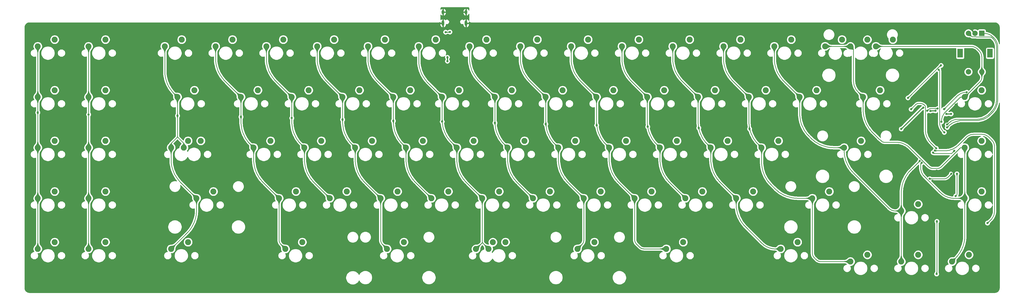
<source format=gbr>
G04 #@! TF.GenerationSoftware,KiCad,Pcbnew,(5.1.4)-1*
G04 #@! TF.CreationDate,2020-03-16T10:49:10-07:00*
G04 #@! TF.ProjectId,frogdor,66726f67-646f-4722-9e6b-696361645f70,rev?*
G04 #@! TF.SameCoordinates,Original*
G04 #@! TF.FileFunction,Copper,L1,Top*
G04 #@! TF.FilePolarity,Positive*
%FSLAX46Y46*%
G04 Gerber Fmt 4.6, Leading zero omitted, Abs format (unit mm)*
G04 Created by KiCad (PCBNEW (5.1.4)-1) date 2020-03-16 10:49:10*
%MOMM*%
%LPD*%
G04 APERTURE LIST*
%ADD10C,2.250000*%
%ADD11O,1.000000X2.100000*%
%ADD12O,1.000000X1.600000*%
%ADD13R,2.000000X2.000000*%
%ADD14C,2.000000*%
%ADD15R,2.000000X3.200000*%
%ADD16C,0.800000*%
%ADD17C,0.381000*%
%ADD18C,0.250000*%
%ADD19C,0.025400*%
%ADD20C,0.254000*%
G04 APERTURE END LIST*
D10*
X426243750Y-204927000D03*
X419893750Y-207467000D03*
D11*
X269480000Y-160680000D03*
X278120000Y-160680000D03*
D12*
X269480000Y-156500000D03*
X278120000Y-156500000D03*
D13*
X471520000Y-164472000D03*
D14*
X469020000Y-164472000D03*
X466520000Y-164472000D03*
D15*
X474620000Y-171972000D03*
X463420000Y-171972000D03*
D14*
X471520000Y-178972000D03*
X466520000Y-178972000D03*
D10*
X428625000Y-166878000D03*
X422275000Y-169418000D03*
X288163000Y-243078000D03*
X281813000Y-245618000D03*
X178610000Y-204922000D03*
X172260000Y-207462000D03*
X414337500Y-223977000D03*
X407987500Y-226517000D03*
X466725000Y-247789500D03*
X460375000Y-250329500D03*
X447675000Y-247789500D03*
X441325000Y-250329500D03*
X428625000Y-247789500D03*
X422275000Y-250329500D03*
X402431250Y-243027000D03*
X396081250Y-245567000D03*
X359568750Y-243027000D03*
X353218750Y-245567000D03*
X326231250Y-243027000D03*
X319881250Y-245567000D03*
X292893750Y-243027000D03*
X286543750Y-245567000D03*
X254793750Y-243027000D03*
X248443750Y-245567000D03*
X216693750Y-243027000D03*
X210343750Y-245567000D03*
X173831250Y-243027000D03*
X167481250Y-245567000D03*
X142875000Y-243027000D03*
X136525000Y-245567000D03*
X123825000Y-243027000D03*
X117475000Y-245567000D03*
X447675000Y-228739500D03*
X441325000Y-231279500D03*
X471487500Y-223977000D03*
X465137500Y-226517000D03*
X385762500Y-223977000D03*
X379412500Y-226517000D03*
X366712500Y-223977000D03*
X360362500Y-226517000D03*
X347662500Y-223977000D03*
X341312500Y-226517000D03*
X328612500Y-223977000D03*
X322262500Y-226517000D03*
X309562500Y-223977000D03*
X303212500Y-226517000D03*
X290512500Y-223977000D03*
X284162500Y-226517000D03*
X271462500Y-223977000D03*
X265112500Y-226517000D03*
X252412500Y-223977000D03*
X246062500Y-226517000D03*
X233362500Y-223977000D03*
X227012500Y-226517000D03*
X214312500Y-223977000D03*
X207962500Y-226517000D03*
X183356250Y-223977000D03*
X177006250Y-226517000D03*
X142875000Y-223977000D03*
X136525000Y-226517000D03*
X123825000Y-223977000D03*
X117475000Y-226517000D03*
X471487500Y-204927000D03*
X465137500Y-207467000D03*
X395287500Y-204927000D03*
X388937500Y-207467000D03*
X376237500Y-204927000D03*
X369887500Y-207467000D03*
X357187500Y-204927000D03*
X350837500Y-207467000D03*
X338137500Y-204927000D03*
X331787500Y-207467000D03*
X319087500Y-204927000D03*
X312737500Y-207467000D03*
X300037500Y-204927000D03*
X293687500Y-207467000D03*
X280987500Y-204927000D03*
X274637500Y-207467000D03*
X261937500Y-204927000D03*
X255587500Y-207467000D03*
X242887500Y-204927000D03*
X236537500Y-207467000D03*
X223837500Y-204927000D03*
X217487500Y-207467000D03*
X204787500Y-204927000D03*
X198437500Y-207467000D03*
X173831250Y-204927000D03*
X167481250Y-207467000D03*
X142875000Y-204927000D03*
X136525000Y-207467000D03*
X123825000Y-204927000D03*
X117475000Y-207467000D03*
X471487500Y-185877000D03*
X465137500Y-188417000D03*
X433387500Y-185877000D03*
X427037500Y-188417000D03*
X409575000Y-185877000D03*
X403225000Y-188417000D03*
X390525000Y-185877000D03*
X384175000Y-188417000D03*
X371475000Y-185877000D03*
X365125000Y-188417000D03*
X352425000Y-185877000D03*
X346075000Y-188417000D03*
X333375000Y-185877000D03*
X327025000Y-188417000D03*
X314325000Y-185877000D03*
X307975000Y-188417000D03*
X295275000Y-185877000D03*
X288925000Y-188417000D03*
X275475000Y-185877000D03*
X269125000Y-188417000D03*
X257175000Y-185877000D03*
X250825000Y-188417000D03*
X238125000Y-185877000D03*
X231775000Y-188417000D03*
X219075000Y-185877000D03*
X212725000Y-188417000D03*
X200025000Y-185877000D03*
X193675000Y-188417000D03*
X176212500Y-185877000D03*
X169862500Y-188417000D03*
X142875000Y-185877000D03*
X136525000Y-188417000D03*
X123825000Y-185877000D03*
X117475000Y-188417000D03*
X438150000Y-166827000D03*
X431800000Y-169367000D03*
X419100000Y-166827000D03*
X412750000Y-169367000D03*
X400050000Y-166827000D03*
X393700000Y-169367000D03*
X381000000Y-166827000D03*
X374650000Y-169367000D03*
X361950000Y-166827000D03*
X355600000Y-169367000D03*
X342900000Y-166827000D03*
X336550000Y-169367000D03*
X323850000Y-166827000D03*
X317500000Y-169367000D03*
X304800000Y-166827000D03*
X298450000Y-169367000D03*
X285750000Y-166827000D03*
X279400000Y-169367000D03*
X266700000Y-166827000D03*
X260350000Y-169367000D03*
X247650000Y-166827000D03*
X241300000Y-169367000D03*
X228600000Y-166827000D03*
X222250000Y-169367000D03*
X209550000Y-166827000D03*
X203200000Y-169367000D03*
X190500000Y-166827000D03*
X184150000Y-169367000D03*
X171450000Y-166827000D03*
X165100000Y-169367000D03*
X142875000Y-166827000D03*
X136525000Y-169367000D03*
X123825000Y-166827000D03*
X117475000Y-169367000D03*
D16*
X459430000Y-207100000D03*
X456670000Y-206430000D03*
X454579926Y-216109305D03*
X442775917Y-186694089D03*
X453080000Y-173560000D03*
X458537352Y-197801602D03*
X461694407Y-191294407D03*
X458130000Y-216910000D03*
X444008968Y-185691032D03*
X453000000Y-219925000D03*
X440725000Y-217700000D03*
X444350000Y-212325000D03*
X117475000Y-194300000D03*
X136525000Y-195016032D03*
X193675000Y-195925000D03*
X212725000Y-196366062D03*
X231775000Y-196925000D03*
X250825000Y-197435000D03*
X269152155Y-197717845D03*
X288929038Y-198166102D03*
X308013147Y-198616853D03*
X327083123Y-199066122D03*
X346227631Y-199602369D03*
X365356941Y-200059448D03*
X384406941Y-200416152D03*
X448296693Y-212453390D03*
X448988600Y-213175380D03*
X457459500Y-201740000D03*
X455396772Y-178203533D03*
X454426255Y-207728958D03*
X445010000Y-193030000D03*
X453254425Y-209321525D03*
X461200000Y-208680000D03*
X460130000Y-217299990D03*
X451971786Y-219200000D03*
X453961533Y-208614416D03*
X473660000Y-235840000D03*
X451075001Y-193640000D03*
X454955228Y-192809500D03*
X457406027Y-192998698D03*
X465889597Y-186639597D03*
X462200000Y-217299990D03*
X461751347Y-225673347D03*
X454680000Y-235225000D03*
X454579500Y-255019500D03*
X443825000Y-188750000D03*
X456250000Y-176550000D03*
X456405229Y-197755229D03*
X454175000Y-193600000D03*
X452243807Y-193668807D03*
X441300000Y-200450000D03*
X449625000Y-192425000D03*
X458250000Y-194792522D03*
X460000010Y-194800000D03*
X271100000Y-174950901D03*
X271100000Y-173500901D03*
X270425000Y-164025000D03*
X272037889Y-163961481D03*
X169862500Y-195487500D03*
X458550010Y-199860000D03*
X458550010Y-198814250D03*
D17*
X269480000Y-156500000D02*
X278120000Y-156500000D01*
X459430000Y-207100000D02*
X457340000Y-207100000D01*
X457340000Y-207100000D02*
X456670000Y-206430000D01*
X454579926Y-216109305D02*
X457329305Y-216109305D01*
X457329305Y-216109305D02*
X458130000Y-216910000D01*
X442775917Y-186694089D02*
X442775917Y-183864083D01*
X442775917Y-183864083D02*
X453080000Y-173560000D01*
X458537352Y-197801602D02*
X461694407Y-194644547D01*
X461694407Y-194644547D02*
X461694407Y-191294407D01*
X443778974Y-185691032D02*
X442775917Y-186694089D01*
X444008968Y-185691032D02*
X443778974Y-185691032D01*
X458768671Y-216271329D02*
X460271281Y-216271329D01*
X458130000Y-216910000D02*
X458768671Y-216271329D01*
X460271281Y-216271329D02*
X460920501Y-216920549D01*
X460920501Y-216920549D02*
X460920501Y-217679431D01*
X460920501Y-217679431D02*
X458674932Y-219925000D01*
X458674932Y-219925000D02*
X453000000Y-219925000D01*
X440725000Y-217700000D02*
X444350000Y-214075000D01*
X444350000Y-214075000D02*
X444350000Y-212325000D01*
D18*
X117475000Y-169367000D02*
X117475000Y-188417000D01*
X117475000Y-207467000D02*
X117475000Y-226517000D01*
X117475000Y-226517000D02*
X117475000Y-245567000D01*
X117475000Y-188417000D02*
X117475000Y-194300000D01*
X117475000Y-194300000D02*
X117475000Y-207467000D01*
X136525000Y-169367000D02*
X136525000Y-188417000D01*
X136525000Y-188417000D02*
X136525000Y-207467000D01*
X136525000Y-207467000D02*
X136525000Y-226517000D01*
X136525000Y-226517000D02*
X136525000Y-245567000D01*
X187685533Y-182427533D02*
X193675000Y-188417000D01*
X187685533Y-182427533D02*
X187276995Y-181998432D01*
X187276995Y-181998432D02*
X186890005Y-181549803D01*
X186890005Y-181549803D02*
X186525494Y-181082725D01*
X186525494Y-181082725D02*
X186184340Y-180598325D01*
X186184340Y-180598325D02*
X185867366Y-180097768D01*
X185867366Y-180097768D02*
X185575335Y-179582261D01*
X185575335Y-179582261D02*
X185308951Y-179053045D01*
X185308951Y-179053045D02*
X185068854Y-178511397D01*
X185068854Y-178511397D02*
X184855624Y-177958619D01*
X184855624Y-177958619D02*
X184669775Y-177396045D01*
X184669775Y-177396045D02*
X184511754Y-176825029D01*
X184511754Y-176825029D02*
X184381941Y-176246948D01*
X184381941Y-176246948D02*
X184280650Y-175663193D01*
X184280650Y-175663193D02*
X184208124Y-175075171D01*
X184208124Y-175075171D02*
X184164539Y-174484299D01*
X184164539Y-174484299D02*
X184150000Y-173892000D01*
X184150000Y-173892000D02*
X184150000Y-169367000D01*
X197210533Y-206240033D02*
X198437500Y-207467000D01*
X197210533Y-206240033D02*
X196801996Y-205810932D01*
X196801996Y-205810932D02*
X196415005Y-205362303D01*
X196415005Y-205362303D02*
X196050494Y-204895225D01*
X196050494Y-204895225D02*
X195709341Y-204410824D01*
X195709341Y-204410824D02*
X195392367Y-203910268D01*
X195392367Y-203910268D02*
X195100336Y-203394761D01*
X195100336Y-203394761D02*
X194833951Y-202865545D01*
X194833951Y-202865545D02*
X194593855Y-202323896D01*
X194593855Y-202323896D02*
X194380625Y-201771119D01*
X194380625Y-201771119D02*
X194194775Y-201208545D01*
X194194775Y-201208545D02*
X194036754Y-200637529D01*
X194036754Y-200637529D02*
X193906941Y-200059448D01*
X193906941Y-200059448D02*
X193805650Y-199475693D01*
X193805650Y-199475693D02*
X193733125Y-198887671D01*
X193733125Y-198887671D02*
X193689539Y-198296799D01*
X193689539Y-198296799D02*
X193675000Y-197704500D01*
X201973033Y-220527533D02*
X207962500Y-226517000D01*
X201973033Y-220527533D02*
X201564495Y-220098432D01*
X201564495Y-220098432D02*
X201177505Y-219649803D01*
X201177505Y-219649803D02*
X200812994Y-219182725D01*
X200812994Y-219182725D02*
X200471840Y-218698325D01*
X200471840Y-218698325D02*
X200154866Y-218197768D01*
X200154866Y-218197768D02*
X199862835Y-217682261D01*
X199862835Y-217682261D02*
X199596451Y-217153045D01*
X199596451Y-217153045D02*
X199356354Y-216611397D01*
X199356354Y-216611397D02*
X199143124Y-216058619D01*
X199143124Y-216058619D02*
X198957275Y-215496045D01*
X198957275Y-215496045D02*
X198799254Y-214925029D01*
X198799254Y-214925029D02*
X198669441Y-214346948D01*
X198669441Y-214346948D02*
X198568150Y-213763193D01*
X198568150Y-213763193D02*
X198495624Y-213175171D01*
X198495624Y-213175171D02*
X198452039Y-212584299D01*
X198452039Y-212584299D02*
X198437500Y-211992000D01*
X198437500Y-211992000D02*
X198437500Y-207467000D01*
X208669606Y-243892856D02*
X210343750Y-245567000D01*
X208669606Y-243892856D02*
X208587899Y-243807035D01*
X208587899Y-243807035D02*
X208510501Y-243717309D01*
X208510501Y-243717309D02*
X208437598Y-243623894D01*
X208437598Y-243623894D02*
X208369368Y-243527014D01*
X208369368Y-243527014D02*
X208305973Y-243426902D01*
X208305973Y-243426902D02*
X208247567Y-243323801D01*
X208247567Y-243323801D02*
X208194290Y-243217958D01*
X208194290Y-243217958D02*
X208146270Y-243109628D01*
X208146270Y-243109628D02*
X208103624Y-242999073D01*
X208103624Y-242999073D02*
X208066454Y-242886558D01*
X208066454Y-242886558D02*
X208034850Y-242772355D01*
X208034850Y-242772355D02*
X208008888Y-242656739D01*
X208008888Y-242656739D02*
X207988629Y-242539988D01*
X207988629Y-242539988D02*
X207974124Y-242422384D01*
X207974124Y-242422384D02*
X207965407Y-242304209D01*
X207965407Y-242304209D02*
X207962500Y-242185750D01*
X207962500Y-242185750D02*
X207962500Y-226517000D01*
X193675000Y-197704500D02*
X193675000Y-195925000D01*
X193675000Y-195925000D02*
X193675000Y-188417000D01*
X206735533Y-182427533D02*
X212725000Y-188417000D01*
X206735533Y-182427533D02*
X206326995Y-181998433D01*
X206326995Y-181998433D02*
X205940004Y-181549804D01*
X205940004Y-181549804D02*
X205575493Y-181082726D01*
X205575493Y-181082726D02*
X205234340Y-180598325D01*
X205234340Y-180598325D02*
X204917366Y-180097768D01*
X204917366Y-180097768D02*
X204625334Y-179582261D01*
X204625334Y-179582261D02*
X204358950Y-179053046D01*
X204358950Y-179053046D02*
X204118853Y-178511397D01*
X204118853Y-178511397D02*
X203905624Y-177958620D01*
X203905624Y-177958620D02*
X203719774Y-177396045D01*
X203719774Y-177396045D02*
X203561753Y-176825030D01*
X203561753Y-176825030D02*
X203431940Y-176246948D01*
X203431940Y-176246948D02*
X203330649Y-175663193D01*
X203330649Y-175663193D02*
X203258123Y-175075171D01*
X203258123Y-175075171D02*
X203214538Y-174484299D01*
X203214538Y-174484299D02*
X203200000Y-173892000D01*
X203200000Y-173892000D02*
X203200000Y-169367000D01*
X216260533Y-206240033D02*
X217487500Y-207467000D01*
X216260533Y-206240033D02*
X215851995Y-205810933D01*
X215851995Y-205810933D02*
X215465004Y-205362304D01*
X215465004Y-205362304D02*
X215100493Y-204895226D01*
X215100493Y-204895226D02*
X214759340Y-204410825D01*
X214759340Y-204410825D02*
X214442366Y-203910268D01*
X214442366Y-203910268D02*
X214150334Y-203394761D01*
X214150334Y-203394761D02*
X213883950Y-202865546D01*
X213883950Y-202865546D02*
X213643853Y-202323897D01*
X213643853Y-202323897D02*
X213430624Y-201771120D01*
X213430624Y-201771120D02*
X213244774Y-201208545D01*
X213244774Y-201208545D02*
X213086753Y-200637530D01*
X213086753Y-200637530D02*
X212956940Y-200059448D01*
X212956940Y-200059448D02*
X212855649Y-199475693D01*
X212855649Y-199475693D02*
X212783123Y-198887671D01*
X212783123Y-198887671D02*
X212739538Y-198296799D01*
X212739538Y-198296799D02*
X212725000Y-197704500D01*
X212725000Y-197704500D02*
X212725000Y-188417000D01*
X221023033Y-220527533D02*
X227012500Y-226517000D01*
X221023033Y-220527533D02*
X220614495Y-220098432D01*
X220614495Y-220098432D02*
X220227505Y-219649803D01*
X220227505Y-219649803D02*
X219862994Y-219182725D01*
X219862994Y-219182725D02*
X219521840Y-218698325D01*
X219521840Y-218698325D02*
X219204866Y-218197768D01*
X219204866Y-218197768D02*
X218912835Y-217682261D01*
X218912835Y-217682261D02*
X218646451Y-217153045D01*
X218646451Y-217153045D02*
X218406354Y-216611397D01*
X218406354Y-216611397D02*
X218193124Y-216058619D01*
X218193124Y-216058619D02*
X218007275Y-215496045D01*
X218007275Y-215496045D02*
X217849254Y-214925029D01*
X217849254Y-214925029D02*
X217719441Y-214346948D01*
X217719441Y-214346948D02*
X217618150Y-213763193D01*
X217618150Y-213763193D02*
X217545624Y-213175171D01*
X217545624Y-213175171D02*
X217502039Y-212584299D01*
X217502039Y-212584299D02*
X217487500Y-211992000D01*
X217487500Y-211992000D02*
X217487500Y-207467000D01*
X225785533Y-182427533D02*
X231775000Y-188417000D01*
X225785533Y-182427533D02*
X225376995Y-181998432D01*
X225376995Y-181998432D02*
X224990005Y-181549803D01*
X224990005Y-181549803D02*
X224625494Y-181082725D01*
X224625494Y-181082725D02*
X224284340Y-180598325D01*
X224284340Y-180598325D02*
X223967366Y-180097768D01*
X223967366Y-180097768D02*
X223675335Y-179582261D01*
X223675335Y-179582261D02*
X223408951Y-179053045D01*
X223408951Y-179053045D02*
X223168854Y-178511397D01*
X223168854Y-178511397D02*
X222955624Y-177958619D01*
X222955624Y-177958619D02*
X222769775Y-177396045D01*
X222769775Y-177396045D02*
X222611754Y-176825029D01*
X222611754Y-176825029D02*
X222481941Y-176246948D01*
X222481941Y-176246948D02*
X222380650Y-175663193D01*
X222380650Y-175663193D02*
X222308124Y-175075171D01*
X222308124Y-175075171D02*
X222264539Y-174484299D01*
X222264539Y-174484299D02*
X222250000Y-173892000D01*
X222250000Y-173892000D02*
X222250000Y-169367000D01*
X235310533Y-206240033D02*
X236537500Y-207467000D01*
X235310533Y-206240033D02*
X234901996Y-205810932D01*
X234901996Y-205810932D02*
X234515005Y-205362303D01*
X234515005Y-205362303D02*
X234150494Y-204895225D01*
X234150494Y-204895225D02*
X233809341Y-204410824D01*
X233809341Y-204410824D02*
X233492367Y-203910268D01*
X233492367Y-203910268D02*
X233200336Y-203394761D01*
X233200336Y-203394761D02*
X232933951Y-202865545D01*
X232933951Y-202865545D02*
X232693855Y-202323896D01*
X232693855Y-202323896D02*
X232480625Y-201771119D01*
X232480625Y-201771119D02*
X232294775Y-201208545D01*
X232294775Y-201208545D02*
X232136754Y-200637529D01*
X232136754Y-200637529D02*
X232006941Y-200059448D01*
X232006941Y-200059448D02*
X231905650Y-199475693D01*
X231905650Y-199475693D02*
X231833125Y-198887671D01*
X231833125Y-198887671D02*
X231789539Y-198296799D01*
X231789539Y-198296799D02*
X231775000Y-197704500D01*
X240073033Y-220527533D02*
X246062500Y-226517000D01*
X240073033Y-220527533D02*
X239664495Y-220098433D01*
X239664495Y-220098433D02*
X239277504Y-219649804D01*
X239277504Y-219649804D02*
X238912993Y-219182726D01*
X238912993Y-219182726D02*
X238571840Y-218698325D01*
X238571840Y-218698325D02*
X238254866Y-218197768D01*
X238254866Y-218197768D02*
X237962834Y-217682261D01*
X237962834Y-217682261D02*
X237696450Y-217153046D01*
X237696450Y-217153046D02*
X237456353Y-216611397D01*
X237456353Y-216611397D02*
X237243124Y-216058620D01*
X237243124Y-216058620D02*
X237057274Y-215496045D01*
X237057274Y-215496045D02*
X236899253Y-214925030D01*
X236899253Y-214925030D02*
X236769440Y-214346948D01*
X236769440Y-214346948D02*
X236668149Y-213763193D01*
X236668149Y-213763193D02*
X236595623Y-213175171D01*
X236595623Y-213175171D02*
X236552038Y-212584299D01*
X236552038Y-212584299D02*
X236537500Y-211992000D01*
X236537500Y-211992000D02*
X236537500Y-207467000D01*
X246062500Y-242185750D02*
X246062500Y-226517000D01*
X246062500Y-242185750D02*
X246065407Y-242304209D01*
X246065407Y-242304209D02*
X246074124Y-242422384D01*
X246074124Y-242422384D02*
X246088629Y-242539988D01*
X246088629Y-242539988D02*
X246108887Y-242656739D01*
X246108887Y-242656739D02*
X246134849Y-242772355D01*
X246134849Y-242772355D02*
X246166454Y-242886559D01*
X246166454Y-242886559D02*
X246203624Y-242999073D01*
X246203624Y-242999073D02*
X246246270Y-243109629D01*
X246246270Y-243109629D02*
X246294289Y-243217958D01*
X246294289Y-243217958D02*
X246347566Y-243323802D01*
X246347566Y-243323802D02*
X246405972Y-243426903D01*
X246405972Y-243426903D02*
X246469367Y-243527014D01*
X246469367Y-243527014D02*
X246537598Y-243623894D01*
X246537598Y-243623894D02*
X246610500Y-243717310D01*
X246610500Y-243717310D02*
X246687898Y-243807036D01*
X246687898Y-243807036D02*
X246769606Y-243892856D01*
X246769606Y-243892856D02*
X248443750Y-245567000D01*
X231775000Y-197704500D02*
X231775000Y-196925000D01*
X231775000Y-196925000D02*
X231775000Y-188417000D01*
X244835533Y-182427533D02*
X250825000Y-188417000D01*
X244835533Y-182427533D02*
X244426995Y-181998432D01*
X244426995Y-181998432D02*
X244040005Y-181549803D01*
X244040005Y-181549803D02*
X243675494Y-181082725D01*
X243675494Y-181082725D02*
X243334340Y-180598325D01*
X243334340Y-180598325D02*
X243017366Y-180097768D01*
X243017366Y-180097768D02*
X242725335Y-179582261D01*
X242725335Y-179582261D02*
X242458951Y-179053045D01*
X242458951Y-179053045D02*
X242218854Y-178511397D01*
X242218854Y-178511397D02*
X242005624Y-177958619D01*
X242005624Y-177958619D02*
X241819775Y-177396045D01*
X241819775Y-177396045D02*
X241661754Y-176825029D01*
X241661754Y-176825029D02*
X241531941Y-176246948D01*
X241531941Y-176246948D02*
X241430650Y-175663193D01*
X241430650Y-175663193D02*
X241358124Y-175075171D01*
X241358124Y-175075171D02*
X241314539Y-174484299D01*
X241314539Y-174484299D02*
X241300000Y-173892000D01*
X241300000Y-173892000D02*
X241300000Y-169367000D01*
X254360533Y-206240033D02*
X255587500Y-207467000D01*
X254360533Y-206240033D02*
X253951995Y-205810933D01*
X253951995Y-205810933D02*
X253565004Y-205362304D01*
X253565004Y-205362304D02*
X253200493Y-204895226D01*
X253200493Y-204895226D02*
X252859340Y-204410825D01*
X252859340Y-204410825D02*
X252542366Y-203910268D01*
X252542366Y-203910268D02*
X252250334Y-203394761D01*
X252250334Y-203394761D02*
X251983950Y-202865546D01*
X251983950Y-202865546D02*
X251743853Y-202323897D01*
X251743853Y-202323897D02*
X251530624Y-201771120D01*
X251530624Y-201771120D02*
X251344774Y-201208545D01*
X251344774Y-201208545D02*
X251186753Y-200637530D01*
X251186753Y-200637530D02*
X251056940Y-200059448D01*
X251056940Y-200059448D02*
X250955649Y-199475693D01*
X250955649Y-199475693D02*
X250883123Y-198887671D01*
X250883123Y-198887671D02*
X250839538Y-198296799D01*
X250839538Y-198296799D02*
X250825000Y-197704500D01*
X259123033Y-220527533D02*
X265112500Y-226517000D01*
X259123033Y-220527533D02*
X258714496Y-220098432D01*
X258714496Y-220098432D02*
X258327505Y-219649803D01*
X258327505Y-219649803D02*
X257962994Y-219182725D01*
X257962994Y-219182725D02*
X257621841Y-218698324D01*
X257621841Y-218698324D02*
X257304867Y-218197768D01*
X257304867Y-218197768D02*
X257012836Y-217682261D01*
X257012836Y-217682261D02*
X256746451Y-217153045D01*
X256746451Y-217153045D02*
X256506355Y-216611396D01*
X256506355Y-216611396D02*
X256293125Y-216058619D01*
X256293125Y-216058619D02*
X256107275Y-215496045D01*
X256107275Y-215496045D02*
X255949254Y-214925029D01*
X255949254Y-214925029D02*
X255819441Y-214346948D01*
X255819441Y-214346948D02*
X255718150Y-213763193D01*
X255718150Y-213763193D02*
X255645625Y-213175171D01*
X255645625Y-213175171D02*
X255602039Y-212584299D01*
X255602039Y-212584299D02*
X255587500Y-211992000D01*
X255587500Y-211992000D02*
X255587500Y-207467000D01*
X250825000Y-197704500D02*
X250825000Y-197435000D01*
X250825000Y-197435000D02*
X250825000Y-188417000D01*
X284162500Y-243268500D02*
X281813000Y-245618000D01*
X284162500Y-226517000D02*
X284162500Y-243268500D01*
X284245250Y-243268500D02*
X286543750Y-245567000D01*
X284162500Y-243268500D02*
X284245250Y-243268500D01*
X263885533Y-183177533D02*
X269125000Y-188417000D01*
X263885533Y-183177533D02*
X263476995Y-182748432D01*
X263476995Y-182748432D02*
X263090005Y-182299803D01*
X263090005Y-182299803D02*
X262725494Y-181832725D01*
X262725494Y-181832725D02*
X262384340Y-181348325D01*
X262384340Y-181348325D02*
X262067366Y-180847768D01*
X262067366Y-180847768D02*
X261775335Y-180332261D01*
X261775335Y-180332261D02*
X261508951Y-179803045D01*
X261508951Y-179803045D02*
X261268854Y-179261397D01*
X261268854Y-179261397D02*
X261055624Y-178708619D01*
X261055624Y-178708619D02*
X260869775Y-178146045D01*
X260869775Y-178146045D02*
X260711754Y-177575029D01*
X260711754Y-177575029D02*
X260581941Y-176996948D01*
X260581941Y-176996948D02*
X260480650Y-176413193D01*
X260480650Y-176413193D02*
X260408124Y-175825171D01*
X260408124Y-175825171D02*
X260364539Y-175234299D01*
X260364539Y-175234299D02*
X260350000Y-174642000D01*
X260350000Y-174642000D02*
X260350000Y-169367000D01*
X272660533Y-205490033D02*
X274637500Y-207467000D01*
X272660533Y-205490033D02*
X272251995Y-205060933D01*
X272251995Y-205060933D02*
X271865004Y-204612304D01*
X271865004Y-204612304D02*
X271500493Y-204145226D01*
X271500493Y-204145226D02*
X271159340Y-203660825D01*
X271159340Y-203660825D02*
X270842366Y-203160268D01*
X270842366Y-203160268D02*
X270550334Y-202644761D01*
X270550334Y-202644761D02*
X270283950Y-202115546D01*
X270283950Y-202115546D02*
X270043853Y-201573897D01*
X270043853Y-201573897D02*
X269830624Y-201021120D01*
X269830624Y-201021120D02*
X269644774Y-200458545D01*
X269644774Y-200458545D02*
X269486753Y-199887530D01*
X269486753Y-199887530D02*
X269356940Y-199309448D01*
X269356940Y-199309448D02*
X269255649Y-198725693D01*
X269255649Y-198725693D02*
X269183123Y-198137671D01*
X269139538Y-197546799D02*
X269125000Y-196954500D01*
X269125000Y-196954500D02*
X269125000Y-188417000D01*
X278173033Y-220527533D02*
X284162500Y-226517000D01*
X278173033Y-220527533D02*
X277764495Y-220098432D01*
X277764495Y-220098432D02*
X277377505Y-219649803D01*
X277377505Y-219649803D02*
X277012994Y-219182725D01*
X277012994Y-219182725D02*
X276671840Y-218698325D01*
X276671840Y-218698325D02*
X276354866Y-218197768D01*
X276354866Y-218197768D02*
X276062835Y-217682261D01*
X276062835Y-217682261D02*
X275796451Y-217153045D01*
X275796451Y-217153045D02*
X275556354Y-216611397D01*
X275556354Y-216611397D02*
X275343124Y-216058619D01*
X275343124Y-216058619D02*
X275157275Y-215496045D01*
X275157275Y-215496045D02*
X274999254Y-214925029D01*
X274999254Y-214925029D02*
X274869441Y-214346948D01*
X274869441Y-214346948D02*
X274768150Y-213763193D01*
X274768150Y-213763193D02*
X274695624Y-213175171D01*
X274695624Y-213175171D02*
X274652039Y-212584299D01*
X274652039Y-212584299D02*
X274637500Y-211992000D01*
X274637500Y-211992000D02*
X274637500Y-207467000D01*
X269152155Y-197717845D02*
X269139538Y-197546799D01*
X269183123Y-198137671D02*
X269152155Y-197717845D01*
X282935533Y-182427533D02*
X288925000Y-188417000D01*
X282935533Y-182427533D02*
X282526995Y-181998432D01*
X282526995Y-181998432D02*
X282140005Y-181549803D01*
X282140005Y-181549803D02*
X281775494Y-181082725D01*
X281775494Y-181082725D02*
X281434340Y-180598325D01*
X281434340Y-180598325D02*
X281117366Y-180097768D01*
X281117366Y-180097768D02*
X280825335Y-179582261D01*
X280825335Y-179582261D02*
X280558951Y-179053045D01*
X280558951Y-179053045D02*
X280318854Y-178511397D01*
X280318854Y-178511397D02*
X280105624Y-177958619D01*
X280105624Y-177958619D02*
X279919775Y-177396045D01*
X279919775Y-177396045D02*
X279761754Y-176825029D01*
X279761754Y-176825029D02*
X279631941Y-176246948D01*
X279631941Y-176246948D02*
X279530650Y-175663193D01*
X279530650Y-175663193D02*
X279458124Y-175075171D01*
X279458124Y-175075171D02*
X279414539Y-174484299D01*
X279414539Y-174484299D02*
X279400000Y-173892000D01*
X279400000Y-173892000D02*
X279400000Y-169367000D01*
X292460533Y-206240033D02*
X293687500Y-207467000D01*
X292460533Y-206240033D02*
X292051995Y-205810933D01*
X292051995Y-205810933D02*
X291665004Y-205362304D01*
X291665004Y-205362304D02*
X291300493Y-204895226D01*
X291300493Y-204895226D02*
X290959340Y-204410825D01*
X290959340Y-204410825D02*
X290642366Y-203910268D01*
X290642366Y-203910268D02*
X290350334Y-203394761D01*
X290350334Y-203394761D02*
X290083950Y-202865546D01*
X290083950Y-202865546D02*
X289843853Y-202323897D01*
X289843853Y-202323897D02*
X289630624Y-201771120D01*
X289630624Y-201771120D02*
X289444774Y-201208545D01*
X289444774Y-201208545D02*
X289286753Y-200637530D01*
X289286753Y-200637530D02*
X289156940Y-200059448D01*
X289156940Y-200059448D02*
X289055649Y-199475693D01*
X289055649Y-199475693D02*
X288983123Y-198887671D01*
X288983123Y-198887671D02*
X288939538Y-198296799D01*
X288939538Y-198296799D02*
X288925000Y-197704500D01*
X288925000Y-197704500D02*
X288925000Y-188417000D01*
X297223033Y-220527533D02*
X303212500Y-226517000D01*
X297223033Y-220527533D02*
X296814495Y-220098432D01*
X296814495Y-220098432D02*
X296427505Y-219649803D01*
X296427505Y-219649803D02*
X296062994Y-219182725D01*
X296062994Y-219182725D02*
X295721840Y-218698325D01*
X295721840Y-218698325D02*
X295404866Y-218197768D01*
X295404866Y-218197768D02*
X295112835Y-217682261D01*
X295112835Y-217682261D02*
X294846451Y-217153045D01*
X294846451Y-217153045D02*
X294606354Y-216611397D01*
X294606354Y-216611397D02*
X294393124Y-216058619D01*
X294393124Y-216058619D02*
X294207275Y-215496045D01*
X294207275Y-215496045D02*
X294049254Y-214925029D01*
X294049254Y-214925029D02*
X293919441Y-214346948D01*
X293919441Y-214346948D02*
X293818150Y-213763193D01*
X293818150Y-213763193D02*
X293745624Y-213175171D01*
X293745624Y-213175171D02*
X293702039Y-212584299D01*
X293702039Y-212584299D02*
X293687500Y-211992000D01*
X293687500Y-211992000D02*
X293687500Y-207467000D01*
X301985533Y-182427533D02*
X307975000Y-188417000D01*
X301985533Y-182427533D02*
X301576995Y-181998432D01*
X301576995Y-181998432D02*
X301190005Y-181549803D01*
X301190005Y-181549803D02*
X300825494Y-181082725D01*
X300825494Y-181082725D02*
X300484340Y-180598325D01*
X300484340Y-180598325D02*
X300167366Y-180097768D01*
X300167366Y-180097768D02*
X299875335Y-179582261D01*
X299875335Y-179582261D02*
X299608951Y-179053045D01*
X299608951Y-179053045D02*
X299368854Y-178511397D01*
X299368854Y-178511397D02*
X299155624Y-177958619D01*
X299155624Y-177958619D02*
X298969775Y-177396045D01*
X298969775Y-177396045D02*
X298811754Y-176825029D01*
X298811754Y-176825029D02*
X298681941Y-176246948D01*
X298681941Y-176246948D02*
X298580650Y-175663193D01*
X298580650Y-175663193D02*
X298508124Y-175075171D01*
X298508124Y-175075171D02*
X298464539Y-174484299D01*
X298464539Y-174484299D02*
X298450000Y-173892000D01*
X298450000Y-173892000D02*
X298450000Y-169367000D01*
X311510533Y-206240033D02*
X312737500Y-207467000D01*
X311510533Y-206240033D02*
X311101996Y-205810932D01*
X311101996Y-205810932D02*
X310715005Y-205362303D01*
X310715005Y-205362303D02*
X310350494Y-204895225D01*
X310350494Y-204895225D02*
X310009341Y-204410824D01*
X310009341Y-204410824D02*
X309692367Y-203910268D01*
X309692367Y-203910268D02*
X309400336Y-203394761D01*
X309400336Y-203394761D02*
X309133951Y-202865545D01*
X309133951Y-202865545D02*
X308893855Y-202323896D01*
X308893855Y-202323896D02*
X308680625Y-201771119D01*
X308680625Y-201771119D02*
X308494775Y-201208545D01*
X308494775Y-201208545D02*
X308336754Y-200637529D01*
X308336754Y-200637529D02*
X308206941Y-200059448D01*
X308206941Y-200059448D02*
X308105650Y-199475693D01*
X308105650Y-199475693D02*
X308033125Y-198887671D01*
X307989539Y-198296799D02*
X307975000Y-197704500D01*
X307975000Y-197704500D02*
X307975000Y-188417000D01*
X316273033Y-220527533D02*
X322262500Y-226517000D01*
X316273033Y-220527533D02*
X315864495Y-220098432D01*
X315864495Y-220098432D02*
X315477505Y-219649803D01*
X315477505Y-219649803D02*
X315112994Y-219182725D01*
X315112994Y-219182725D02*
X314771840Y-218698325D01*
X314771840Y-218698325D02*
X314454866Y-218197768D01*
X314454866Y-218197768D02*
X314162835Y-217682261D01*
X314162835Y-217682261D02*
X313896451Y-217153045D01*
X313896451Y-217153045D02*
X313656354Y-216611397D01*
X313656354Y-216611397D02*
X313443124Y-216058619D01*
X313443124Y-216058619D02*
X313257275Y-215496045D01*
X313257275Y-215496045D02*
X313099254Y-214925029D01*
X313099254Y-214925029D02*
X312969441Y-214346948D01*
X312969441Y-214346948D02*
X312868150Y-213763193D01*
X312868150Y-213763193D02*
X312795624Y-213175171D01*
X312795624Y-213175171D02*
X312752039Y-212584299D01*
X312752039Y-212584299D02*
X312737500Y-211992000D01*
X312737500Y-211992000D02*
X312737500Y-207467000D01*
X321555393Y-243892856D02*
X319881250Y-245567000D01*
X321555393Y-243892856D02*
X321637099Y-243807035D01*
X321637099Y-243807035D02*
X321714497Y-243717309D01*
X321714497Y-243717309D02*
X321787400Y-243623894D01*
X321787400Y-243623894D02*
X321855630Y-243527014D01*
X321855630Y-243527014D02*
X321919025Y-243426902D01*
X321919025Y-243426902D02*
X321977431Y-243323801D01*
X321977431Y-243323801D02*
X322030708Y-243217958D01*
X322030708Y-243217958D02*
X322078728Y-243109628D01*
X322078728Y-243109628D02*
X322121374Y-242999073D01*
X322121374Y-242999073D02*
X322158544Y-242886558D01*
X322158544Y-242886558D02*
X322190148Y-242772355D01*
X322190148Y-242772355D02*
X322216111Y-242656739D01*
X322216111Y-242656739D02*
X322236369Y-242539988D01*
X322236369Y-242539988D02*
X322250874Y-242422384D01*
X322250874Y-242422384D02*
X322259591Y-242304209D01*
X322259591Y-242304209D02*
X322262500Y-242185750D01*
X322262500Y-242185750D02*
X322262500Y-226517000D01*
X308013147Y-198616853D02*
X307989539Y-198296799D01*
X308033125Y-198887671D02*
X308013147Y-198616853D01*
X321035533Y-182427533D02*
X327025000Y-188417000D01*
X321035533Y-182427533D02*
X320626995Y-181998432D01*
X320626995Y-181998432D02*
X320240005Y-181549803D01*
X320240005Y-181549803D02*
X319875494Y-181082725D01*
X319875494Y-181082725D02*
X319534340Y-180598325D01*
X319534340Y-180598325D02*
X319217366Y-180097768D01*
X319217366Y-180097768D02*
X318925335Y-179582261D01*
X318925335Y-179582261D02*
X318658951Y-179053045D01*
X318658951Y-179053045D02*
X318418854Y-178511397D01*
X318418854Y-178511397D02*
X318205624Y-177958619D01*
X318205624Y-177958619D02*
X318019775Y-177396045D01*
X318019775Y-177396045D02*
X317861754Y-176825029D01*
X317861754Y-176825029D02*
X317731941Y-176246948D01*
X317731941Y-176246948D02*
X317630650Y-175663193D01*
X317630650Y-175663193D02*
X317558124Y-175075171D01*
X317558124Y-175075171D02*
X317514539Y-174484299D01*
X317514539Y-174484299D02*
X317500000Y-173892000D01*
X317500000Y-173892000D02*
X317500000Y-169367000D01*
X330560533Y-206240033D02*
X331787500Y-207467000D01*
X330560533Y-206240033D02*
X330151995Y-205810933D01*
X330151995Y-205810933D02*
X329765004Y-205362304D01*
X329765004Y-205362304D02*
X329400493Y-204895226D01*
X329400493Y-204895226D02*
X329059340Y-204410825D01*
X329059340Y-204410825D02*
X328742366Y-203910268D01*
X328742366Y-203910268D02*
X328450334Y-203394761D01*
X328450334Y-203394761D02*
X328183950Y-202865546D01*
X328183950Y-202865546D02*
X327943853Y-202323897D01*
X327943853Y-202323897D02*
X327730624Y-201771120D01*
X327730624Y-201771120D02*
X327544774Y-201208545D01*
X327544774Y-201208545D02*
X327386753Y-200637530D01*
X327386753Y-200637530D02*
X327256940Y-200059448D01*
X327256940Y-200059448D02*
X327155649Y-199475693D01*
X327155649Y-199475693D02*
X327083123Y-198887671D01*
X327083123Y-198887671D02*
X327039538Y-198296799D01*
X327039538Y-198296799D02*
X327025000Y-197704500D01*
X327025000Y-197704500D02*
X327025000Y-188417000D01*
X335323033Y-220527533D02*
X341312500Y-226517000D01*
X335323033Y-220527533D02*
X334914495Y-220098432D01*
X334914495Y-220098432D02*
X334527505Y-219649803D01*
X334527505Y-219649803D02*
X334162994Y-219182725D01*
X334162994Y-219182725D02*
X333821840Y-218698325D01*
X333821840Y-218698325D02*
X333504866Y-218197768D01*
X333504866Y-218197768D02*
X333212835Y-217682261D01*
X333212835Y-217682261D02*
X332946451Y-217153045D01*
X332946451Y-217153045D02*
X332706354Y-216611397D01*
X332706354Y-216611397D02*
X332493124Y-216058619D01*
X332493124Y-216058619D02*
X332307275Y-215496045D01*
X332307275Y-215496045D02*
X332149254Y-214925029D01*
X332149254Y-214925029D02*
X332019441Y-214346948D01*
X332019441Y-214346948D02*
X331918150Y-213763193D01*
X331918150Y-213763193D02*
X331845624Y-213175171D01*
X331845624Y-213175171D02*
X331802039Y-212584299D01*
X331802039Y-212584299D02*
X331787500Y-211992000D01*
X331787500Y-211992000D02*
X331787500Y-207467000D01*
X341312500Y-242037500D02*
X341312500Y-226517000D01*
X341324125Y-242274134D02*
X341315408Y-242155959D01*
X341787598Y-243475644D02*
X341719368Y-243378764D01*
X341597567Y-243175551D02*
X341544290Y-243069708D01*
X341937898Y-243658785D02*
X341860500Y-243569059D01*
X341338630Y-242391738D02*
X341324125Y-242274134D01*
X342019606Y-243744606D02*
X341937898Y-243658785D01*
X341315408Y-242155959D02*
X341312500Y-242037500D01*
X341453625Y-242850823D02*
X341416455Y-242738308D01*
X341860500Y-243569059D02*
X341787598Y-243475644D01*
X341358888Y-242508489D02*
X341338630Y-242391738D01*
X341719368Y-243378764D02*
X341655973Y-243278653D01*
X341655973Y-243278653D02*
X341597567Y-243175551D01*
X341496270Y-242961378D02*
X341453625Y-242850823D01*
X341544290Y-243069708D02*
X341496270Y-242961378D01*
X341416455Y-242738308D02*
X341384850Y-242624105D01*
X341384850Y-242624105D02*
X341358888Y-242508489D01*
X343134893Y-244859893D02*
X342019606Y-243744606D01*
X343134893Y-244859893D02*
X343220713Y-244941599D01*
X343220713Y-244941599D02*
X343310439Y-245018997D01*
X343310439Y-245018997D02*
X343403854Y-245091900D01*
X343403854Y-245091900D02*
X343500735Y-245160130D01*
X343500735Y-245160130D02*
X343600846Y-245223525D01*
X343600846Y-245223525D02*
X343703947Y-245281931D01*
X343703947Y-245281931D02*
X343809790Y-245335208D01*
X343809790Y-245335208D02*
X343918120Y-245383227D01*
X343918120Y-245383227D02*
X344028676Y-245425873D01*
X344028676Y-245425873D02*
X344141190Y-245463043D01*
X344141190Y-245463043D02*
X344255394Y-245494647D01*
X344255394Y-245494647D02*
X344371010Y-245520610D01*
X344371010Y-245520610D02*
X344487761Y-245540868D01*
X344487761Y-245540868D02*
X344605365Y-245555373D01*
X344605365Y-245555373D02*
X344723540Y-245564090D01*
X344723540Y-245564090D02*
X344842000Y-245567000D01*
X344842000Y-245567000D02*
X353218750Y-245567000D01*
X340085533Y-182427533D02*
X346075000Y-188417000D01*
X340085533Y-182427533D02*
X339676995Y-181998433D01*
X339676995Y-181998433D02*
X339290004Y-181549804D01*
X339290004Y-181549804D02*
X338925493Y-181082726D01*
X338925493Y-181082726D02*
X338584340Y-180598325D01*
X338584340Y-180598325D02*
X338267366Y-180097768D01*
X338267366Y-180097768D02*
X337975334Y-179582261D01*
X337975334Y-179582261D02*
X337708950Y-179053046D01*
X337708950Y-179053046D02*
X337468853Y-178511397D01*
X337468853Y-178511397D02*
X337255624Y-177958620D01*
X337255624Y-177958620D02*
X337069774Y-177396045D01*
X337069774Y-177396045D02*
X336911753Y-176825030D01*
X336911753Y-176825030D02*
X336781940Y-176246948D01*
X336781940Y-176246948D02*
X336680649Y-175663193D01*
X336680649Y-175663193D02*
X336608123Y-175075171D01*
X336608123Y-175075171D02*
X336564538Y-174484299D01*
X336564538Y-174484299D02*
X336550000Y-173892000D01*
X336550000Y-173892000D02*
X336550000Y-169367000D01*
X349610533Y-206240033D02*
X350837500Y-207467000D01*
X349610533Y-206240033D02*
X349201996Y-205810932D01*
X349201996Y-205810932D02*
X348815005Y-205362303D01*
X348815005Y-205362303D02*
X348450494Y-204895225D01*
X348450494Y-204895225D02*
X348109341Y-204410824D01*
X348109341Y-204410824D02*
X347792367Y-203910268D01*
X347792367Y-203910268D02*
X347500336Y-203394761D01*
X347500336Y-203394761D02*
X347233951Y-202865545D01*
X347233951Y-202865545D02*
X346993855Y-202323896D01*
X346993855Y-202323896D02*
X346780625Y-201771119D01*
X346780625Y-201771119D02*
X346594775Y-201208545D01*
X346594775Y-201208545D02*
X346436754Y-200637529D01*
X346436754Y-200637529D02*
X346306941Y-200059448D01*
X346205650Y-199475693D02*
X346133125Y-198887671D01*
X346133125Y-198887671D02*
X346089539Y-198296799D01*
X346089539Y-198296799D02*
X346075000Y-197704500D01*
X346075000Y-197704500D02*
X346075000Y-188417000D01*
X354373033Y-220527533D02*
X360362500Y-226517000D01*
X354373033Y-220527533D02*
X353964495Y-220098433D01*
X353964495Y-220098433D02*
X353577504Y-219649804D01*
X353577504Y-219649804D02*
X353212993Y-219182726D01*
X353212993Y-219182726D02*
X352871840Y-218698325D01*
X352871840Y-218698325D02*
X352554866Y-218197768D01*
X352554866Y-218197768D02*
X352262834Y-217682261D01*
X352262834Y-217682261D02*
X351996450Y-217153046D01*
X351996450Y-217153046D02*
X351756353Y-216611397D01*
X351756353Y-216611397D02*
X351543124Y-216058620D01*
X351543124Y-216058620D02*
X351357274Y-215496045D01*
X351357274Y-215496045D02*
X351199253Y-214925030D01*
X351199253Y-214925030D02*
X351069440Y-214346948D01*
X351069440Y-214346948D02*
X350968149Y-213763193D01*
X350968149Y-213763193D02*
X350895623Y-213175171D01*
X350895623Y-213175171D02*
X350852038Y-212584299D01*
X350852038Y-212584299D02*
X350837500Y-211992000D01*
X350837500Y-211992000D02*
X350837500Y-207467000D01*
X346227631Y-199602369D02*
X346205650Y-199475693D01*
X346306941Y-200059448D02*
X346227631Y-199602369D01*
X359135533Y-182427533D02*
X365125000Y-188417000D01*
X359135533Y-182427533D02*
X358726995Y-181998432D01*
X358726995Y-181998432D02*
X358340005Y-181549803D01*
X358340005Y-181549803D02*
X357975494Y-181082725D01*
X357975494Y-181082725D02*
X357634340Y-180598325D01*
X357634340Y-180598325D02*
X357317366Y-180097768D01*
X357317366Y-180097768D02*
X357025335Y-179582261D01*
X357025335Y-179582261D02*
X356758951Y-179053045D01*
X356758951Y-179053045D02*
X356518854Y-178511397D01*
X356518854Y-178511397D02*
X356305624Y-177958619D01*
X356305624Y-177958619D02*
X356119775Y-177396045D01*
X356119775Y-177396045D02*
X355961754Y-176825029D01*
X355961754Y-176825029D02*
X355831941Y-176246948D01*
X355831941Y-176246948D02*
X355730650Y-175663193D01*
X355730650Y-175663193D02*
X355658124Y-175075171D01*
X355658124Y-175075171D02*
X355614539Y-174484299D01*
X355614539Y-174484299D02*
X355600000Y-173892000D01*
X355600000Y-173892000D02*
X355600000Y-169367000D01*
X368660533Y-206240033D02*
X369887500Y-207467000D01*
X368660533Y-206240033D02*
X368251995Y-205810932D01*
X368251995Y-205810932D02*
X367865005Y-205362303D01*
X367865005Y-205362303D02*
X367500494Y-204895225D01*
X367500494Y-204895225D02*
X367159340Y-204410825D01*
X367159340Y-204410825D02*
X366842366Y-203910268D01*
X366842366Y-203910268D02*
X366550335Y-203394761D01*
X366550335Y-203394761D02*
X366283951Y-202865545D01*
X366283951Y-202865545D02*
X366043854Y-202323897D01*
X366043854Y-202323897D02*
X365830624Y-201771119D01*
X365830624Y-201771119D02*
X365644775Y-201208545D01*
X365644775Y-201208545D02*
X365486754Y-200637529D01*
X365486754Y-200637529D02*
X365356941Y-200059448D01*
X365356941Y-200059448D02*
X365255650Y-199475693D01*
X365255650Y-199475693D02*
X365183124Y-198887671D01*
X365183124Y-198887671D02*
X365139539Y-198296799D01*
X365139539Y-198296799D02*
X365125000Y-197704500D01*
X365125000Y-197704500D02*
X365125000Y-188417000D01*
X373423033Y-220527533D02*
X379412500Y-226517000D01*
X373423033Y-220527533D02*
X373014495Y-220098433D01*
X373014495Y-220098433D02*
X372627504Y-219649804D01*
X372627504Y-219649804D02*
X372262993Y-219182726D01*
X372262993Y-219182726D02*
X371921840Y-218698325D01*
X371921840Y-218698325D02*
X371604866Y-218197768D01*
X371604866Y-218197768D02*
X371312834Y-217682261D01*
X371312834Y-217682261D02*
X371046450Y-217153046D01*
X371046450Y-217153046D02*
X370806353Y-216611397D01*
X370806353Y-216611397D02*
X370593124Y-216058620D01*
X370593124Y-216058620D02*
X370407274Y-215496045D01*
X370407274Y-215496045D02*
X370249253Y-214925030D01*
X370249253Y-214925030D02*
X370119440Y-214346948D01*
X370119440Y-214346948D02*
X370018149Y-213763193D01*
X370018149Y-213763193D02*
X369945623Y-213175171D01*
X369945623Y-213175171D02*
X369902038Y-212584299D01*
X369902038Y-212584299D02*
X369887500Y-211992000D01*
X369887500Y-211992000D02*
X369887500Y-207467000D01*
X382948033Y-237323033D02*
X382539495Y-236893932D01*
X382539495Y-236893932D02*
X382152505Y-236445303D01*
X382152505Y-236445303D02*
X381787994Y-235978225D01*
X381787994Y-235978225D02*
X381446840Y-235493825D01*
X381446840Y-235493825D02*
X381129866Y-234993268D01*
X381129866Y-234993268D02*
X380837835Y-234477761D01*
X380837835Y-234477761D02*
X380571451Y-233948545D01*
X380571451Y-233948545D02*
X380331354Y-233406897D01*
X380331354Y-233406897D02*
X380118124Y-232854119D01*
X380118124Y-232854119D02*
X379932275Y-232291545D01*
X379932275Y-232291545D02*
X379774254Y-231720529D01*
X379774254Y-231720529D02*
X379644441Y-231142448D01*
X379644441Y-231142448D02*
X379543150Y-230558693D01*
X379543150Y-230558693D02*
X379470624Y-229970671D01*
X379470624Y-229970671D02*
X379427039Y-229379799D01*
X379427039Y-229379799D02*
X379412500Y-228787500D01*
X379412500Y-228787500D02*
X379412500Y-226517000D01*
X394192000Y-245567000D02*
X396081250Y-245567000D01*
X394192000Y-245567000D02*
X393836620Y-245558275D01*
X393836620Y-245558275D02*
X393482096Y-245532124D01*
X393482096Y-245532124D02*
X393129283Y-245488609D01*
X393129283Y-245488609D02*
X392779030Y-245427834D01*
X392779030Y-245427834D02*
X392432181Y-245349947D01*
X392432181Y-245349947D02*
X392089572Y-245255134D01*
X392089572Y-245255134D02*
X391752027Y-245143624D01*
X391752027Y-245143624D02*
X391420360Y-245015686D01*
X391420360Y-245015686D02*
X391095371Y-244871628D01*
X391095371Y-244871628D02*
X390777842Y-244711797D01*
X390777842Y-244711797D02*
X390468537Y-244536579D01*
X390468537Y-244536579D02*
X390168203Y-244346394D01*
X390168203Y-244346394D02*
X389877563Y-244141702D01*
X389877563Y-244141702D02*
X389597316Y-243922995D01*
X389597316Y-243922995D02*
X389328138Y-243690801D01*
X389328138Y-243690801D02*
X389070679Y-243445679D01*
X389070679Y-243445679D02*
X382948033Y-237323033D01*
X378185533Y-182427533D02*
X384175000Y-188417000D01*
X378185533Y-182427533D02*
X377776995Y-181998432D01*
X377776995Y-181998432D02*
X377390005Y-181549803D01*
X377390005Y-181549803D02*
X377025494Y-181082725D01*
X377025494Y-181082725D02*
X376684340Y-180598325D01*
X376684340Y-180598325D02*
X376367366Y-180097768D01*
X376367366Y-180097768D02*
X376075335Y-179582261D01*
X376075335Y-179582261D02*
X375808951Y-179053045D01*
X375808951Y-179053045D02*
X375568854Y-178511397D01*
X375568854Y-178511397D02*
X375355624Y-177958619D01*
X375355624Y-177958619D02*
X375169775Y-177396045D01*
X375169775Y-177396045D02*
X375011754Y-176825029D01*
X375011754Y-176825029D02*
X374881941Y-176246948D01*
X374881941Y-176246948D02*
X374780650Y-175663193D01*
X374780650Y-175663193D02*
X374708124Y-175075171D01*
X374708124Y-175075171D02*
X374664539Y-174484299D01*
X374664539Y-174484299D02*
X374650000Y-173892000D01*
X374650000Y-173892000D02*
X374650000Y-169367000D01*
X387710533Y-206240033D02*
X388937500Y-207467000D01*
X387710533Y-206240033D02*
X387301995Y-205810932D01*
X387301995Y-205810932D02*
X386915005Y-205362303D01*
X386915005Y-205362303D02*
X386550494Y-204895225D01*
X386550494Y-204895225D02*
X386209340Y-204410825D01*
X386209340Y-204410825D02*
X385892366Y-203910268D01*
X385892366Y-203910268D02*
X385600335Y-203394761D01*
X385600335Y-203394761D02*
X385333951Y-202865545D01*
X385333951Y-202865545D02*
X385093854Y-202323897D01*
X385093854Y-202323897D02*
X384880624Y-201771119D01*
X384880624Y-201771119D02*
X384694775Y-201208545D01*
X384694775Y-201208545D02*
X384536754Y-200637529D01*
X384536754Y-200637529D02*
X384406941Y-200059448D01*
X384406941Y-200059448D02*
X384305650Y-199475693D01*
X384305650Y-199475693D02*
X384233124Y-198887671D01*
X384233124Y-198887671D02*
X384189539Y-198296799D01*
X384189539Y-198296799D02*
X384175000Y-197704500D01*
X384175000Y-197704500D02*
X384175000Y-188417000D01*
X388937500Y-212887500D02*
X388937500Y-207467000D01*
X388937500Y-212887500D02*
X388952040Y-213479799D01*
X388952040Y-213479799D02*
X388995625Y-214070671D01*
X388995625Y-214070671D02*
X389068151Y-214658693D01*
X389068151Y-214658693D02*
X389169442Y-215242448D01*
X389169442Y-215242448D02*
X389299254Y-215820529D01*
X389299254Y-215820529D02*
X389457276Y-216391545D01*
X389457276Y-216391545D02*
X389643125Y-216954119D01*
X389643125Y-216954119D02*
X389856355Y-217506896D01*
X389856355Y-217506896D02*
X390096451Y-218048545D01*
X390096451Y-218048545D02*
X390362836Y-218577761D01*
X390362836Y-218577761D02*
X390654867Y-219093268D01*
X390654867Y-219093268D02*
X390971841Y-219593824D01*
X390971841Y-219593824D02*
X391312994Y-220078225D01*
X391312994Y-220078225D02*
X391677505Y-220545303D01*
X391677505Y-220545303D02*
X392064496Y-220993932D01*
X392064496Y-220993932D02*
X392473033Y-221423033D01*
X402567000Y-226517000D02*
X407987500Y-226517000D01*
X402567000Y-226517000D02*
X401974700Y-226502459D01*
X401974700Y-226502459D02*
X401383828Y-226458874D01*
X401383828Y-226458874D02*
X400795806Y-226386348D01*
X400795806Y-226386348D02*
X400212051Y-226285057D01*
X400212051Y-226285057D02*
X399633969Y-226155245D01*
X399633969Y-226155245D02*
X399062953Y-225997223D01*
X399062953Y-225997223D02*
X398500379Y-225811374D01*
X398500379Y-225811374D02*
X397947602Y-225598144D01*
X397947602Y-225598144D02*
X397405953Y-225358048D01*
X397405953Y-225358048D02*
X396876737Y-225091663D01*
X396876737Y-225091663D02*
X396361230Y-224799632D01*
X396361230Y-224799632D02*
X395860673Y-224482658D01*
X395860673Y-224482658D02*
X395376273Y-224141504D01*
X395376273Y-224141504D02*
X394909195Y-223776993D01*
X394909195Y-223776993D02*
X394460566Y-223390003D01*
X394460566Y-223390003D02*
X394031466Y-222981466D01*
X394031466Y-222981466D02*
X392473033Y-221423033D01*
X407987500Y-247187500D02*
X407987500Y-226517000D01*
X407987500Y-247187500D02*
X407990407Y-247305959D01*
X407990407Y-247305959D02*
X407999124Y-247424134D01*
X407999124Y-247424134D02*
X408013629Y-247541738D01*
X408013629Y-247541738D02*
X408033887Y-247658489D01*
X408033887Y-247658489D02*
X408059849Y-247774105D01*
X408059849Y-247774105D02*
X408091454Y-247888309D01*
X408091454Y-247888309D02*
X408128624Y-248000823D01*
X408128624Y-248000823D02*
X408171270Y-248111379D01*
X408171270Y-248111379D02*
X408219289Y-248219708D01*
X408219289Y-248219708D02*
X408272566Y-248325552D01*
X408272566Y-248325552D02*
X408330972Y-248428653D01*
X408330972Y-248428653D02*
X408394367Y-248528764D01*
X408394367Y-248528764D02*
X408462598Y-248625644D01*
X408462598Y-248625644D02*
X408535500Y-248719060D01*
X408535500Y-248719060D02*
X408612898Y-248808786D01*
X408612898Y-248808786D02*
X408694606Y-248894606D01*
X411129500Y-250329500D02*
X422275000Y-250329500D01*
X411129500Y-250329500D02*
X411011040Y-250326591D01*
X411011040Y-250326591D02*
X410892865Y-250317874D01*
X410892865Y-250317874D02*
X410775261Y-250303369D01*
X410775261Y-250303369D02*
X410658510Y-250283111D01*
X410658510Y-250283111D02*
X410542893Y-250257149D01*
X410542893Y-250257149D02*
X410428690Y-250225544D01*
X410428690Y-250225544D02*
X410316175Y-250188374D01*
X410316175Y-250188374D02*
X410205620Y-250145728D01*
X410205620Y-250145728D02*
X410097290Y-250097709D01*
X410097290Y-250097709D02*
X409991447Y-250044432D01*
X409991447Y-250044432D02*
X409888345Y-249986026D01*
X409888345Y-249986026D02*
X409788234Y-249922631D01*
X409788234Y-249922631D02*
X409691354Y-249854400D01*
X409691354Y-249854400D02*
X409597938Y-249781498D01*
X409597938Y-249781498D02*
X409508212Y-249704100D01*
X409508212Y-249704100D02*
X409422393Y-249622393D01*
X409422393Y-249622393D02*
X408694606Y-248894606D01*
X441325000Y-231279500D02*
X441325000Y-250329500D01*
X397235533Y-182427533D02*
X403225000Y-188417000D01*
X397235533Y-182427533D02*
X396826995Y-181998432D01*
X396826995Y-181998432D02*
X396440005Y-181549803D01*
X396440005Y-181549803D02*
X396075494Y-181082725D01*
X396075494Y-181082725D02*
X395734340Y-180598325D01*
X395734340Y-180598325D02*
X395417366Y-180097768D01*
X395417366Y-180097768D02*
X395125335Y-179582261D01*
X395125335Y-179582261D02*
X394858951Y-179053045D01*
X394858951Y-179053045D02*
X394618854Y-178511397D01*
X394618854Y-178511397D02*
X394405624Y-177958619D01*
X394405624Y-177958619D02*
X394219775Y-177396045D01*
X394219775Y-177396045D02*
X394061754Y-176825029D01*
X394061754Y-176825029D02*
X393931941Y-176246948D01*
X393931941Y-176246948D02*
X393830650Y-175663193D01*
X393830650Y-175663193D02*
X393758124Y-175075171D01*
X393758124Y-175075171D02*
X393714539Y-174484299D01*
X393714539Y-174484299D02*
X393700000Y-173892000D01*
X393700000Y-173892000D02*
X393700000Y-169367000D01*
X403225000Y-194675000D02*
X403225000Y-188417000D01*
X403225000Y-194675000D02*
X403239540Y-195267299D01*
X403239540Y-195267299D02*
X403283125Y-195858171D01*
X403283125Y-195858171D02*
X403355651Y-196446193D01*
X403355651Y-196446193D02*
X403456942Y-197029948D01*
X403456942Y-197029948D02*
X403586754Y-197608029D01*
X403586754Y-197608029D02*
X403744776Y-198179045D01*
X403744776Y-198179045D02*
X403930625Y-198741619D01*
X403930625Y-198741619D02*
X404143855Y-199294396D01*
X404143855Y-199294396D02*
X404383951Y-199836045D01*
X404383951Y-199836045D02*
X404650336Y-200365261D01*
X404650336Y-200365261D02*
X404942367Y-200880768D01*
X404942367Y-200880768D02*
X405259341Y-201381324D01*
X405259341Y-201381324D02*
X405600494Y-201865725D01*
X405600494Y-201865725D02*
X405965005Y-202332803D01*
X405965005Y-202332803D02*
X406351996Y-202781432D01*
X406351996Y-202781432D02*
X406760533Y-203210533D01*
X416017000Y-207467000D02*
X419893750Y-207467000D01*
X416017000Y-207467000D02*
X415424700Y-207452459D01*
X415424700Y-207452459D02*
X414833828Y-207408874D01*
X414833828Y-207408874D02*
X414245806Y-207336348D01*
X414245806Y-207336348D02*
X413662051Y-207235057D01*
X413662051Y-207235057D02*
X413083969Y-207105245D01*
X413083969Y-207105245D02*
X412512953Y-206947223D01*
X412512953Y-206947223D02*
X411950379Y-206761374D01*
X411950379Y-206761374D02*
X411397602Y-206548144D01*
X411397602Y-206548144D02*
X410855953Y-206308048D01*
X410855953Y-206308048D02*
X410326737Y-206041663D01*
X410326737Y-206041663D02*
X409811230Y-205749632D01*
X409811230Y-205749632D02*
X409310673Y-205432658D01*
X409310673Y-205432658D02*
X408826273Y-205091504D01*
X408826273Y-205091504D02*
X408359195Y-204726993D01*
X408359195Y-204726993D02*
X407910566Y-204340003D01*
X407910566Y-204340003D02*
X407481466Y-203931466D01*
X407481466Y-203931466D02*
X406760533Y-203210533D01*
X419893750Y-208493750D02*
X419893750Y-207467000D01*
X419893750Y-208493750D02*
X419908290Y-209086049D01*
X419908290Y-209086049D02*
X419951875Y-209676921D01*
X419951875Y-209676921D02*
X420024401Y-210264943D01*
X420024401Y-210264943D02*
X420125692Y-210848698D01*
X420125692Y-210848698D02*
X420255504Y-211426779D01*
X420255504Y-211426779D02*
X420413526Y-211997795D01*
X420413526Y-211997795D02*
X420599375Y-212560369D01*
X420599375Y-212560369D02*
X420812605Y-213113146D01*
X420812605Y-213113146D02*
X421052701Y-213654795D01*
X421052701Y-213654795D02*
X421319086Y-214184011D01*
X421319086Y-214184011D02*
X421611117Y-214699518D01*
X421611117Y-214699518D02*
X421928091Y-215200074D01*
X421928091Y-215200074D02*
X422269244Y-215684475D01*
X422269244Y-215684475D02*
X422633755Y-216151553D01*
X422633755Y-216151553D02*
X423020746Y-216600182D01*
X423020746Y-216600182D02*
X423429283Y-217029283D01*
X439179500Y-231279500D02*
X441325000Y-231279500D01*
X439179500Y-231279500D02*
X439001810Y-231275137D01*
X439001810Y-231275137D02*
X438824548Y-231262062D01*
X438824548Y-231262062D02*
X438648141Y-231240304D01*
X438648141Y-231240304D02*
X438473015Y-231209917D01*
X438473015Y-231209917D02*
X438299590Y-231170973D01*
X438299590Y-231170973D02*
X438128285Y-231123567D01*
X438128285Y-231123567D02*
X437959513Y-231067812D01*
X437959513Y-231067812D02*
X437793680Y-231003843D01*
X437793680Y-231003843D02*
X437631185Y-230931814D01*
X437631185Y-230931814D02*
X437472420Y-230851898D01*
X437472420Y-230851898D02*
X437317768Y-230764289D01*
X437317768Y-230764289D02*
X437167601Y-230669197D01*
X437167601Y-230669197D02*
X437022281Y-230566851D01*
X437022281Y-230566851D02*
X436882157Y-230457497D01*
X436882157Y-230457497D02*
X436747568Y-230341400D01*
X436747568Y-230341400D02*
X436618839Y-230218839D01*
X436618839Y-230218839D02*
X423429283Y-217029283D01*
X441325000Y-224425083D02*
X441325000Y-231279500D01*
X441325000Y-224425083D02*
X441339539Y-223832783D01*
X441339539Y-223832783D02*
X441383125Y-223241911D01*
X441383125Y-223241911D02*
X441455650Y-222653889D01*
X441455650Y-222653889D02*
X441556941Y-222070134D01*
X441556941Y-222070134D02*
X441686754Y-221492052D01*
X441686754Y-221492052D02*
X441844775Y-220921037D01*
X441844775Y-220921037D02*
X442030625Y-220358462D01*
X442030625Y-220358462D02*
X442243854Y-219805685D01*
X442243854Y-219805685D02*
X442483951Y-219264036D01*
X442483951Y-219264036D02*
X442750335Y-218734821D01*
X442750335Y-218734821D02*
X443042366Y-218219313D01*
X443042366Y-218219313D02*
X443359341Y-217718757D01*
X443359341Y-217718757D02*
X443700494Y-217234356D01*
X443700494Y-217234356D02*
X444065005Y-216767278D01*
X444065005Y-216767278D02*
X444451995Y-216318649D01*
X444451995Y-216318649D02*
X444860533Y-215889549D01*
X444860533Y-215889549D02*
X448296693Y-212453390D01*
X465137500Y-207467000D02*
X465137500Y-226517000D01*
X422224000Y-169367000D02*
X422275000Y-169418000D01*
X412750000Y-169367000D02*
X422224000Y-169367000D01*
X422275000Y-169418000D02*
X423399999Y-170542999D01*
X425167765Y-186547265D02*
X427037500Y-188417000D01*
X425167765Y-186547265D02*
X424963495Y-186332715D01*
X424963495Y-186332715D02*
X424770000Y-186108400D01*
X424770000Y-186108400D02*
X424587745Y-185874862D01*
X424587745Y-185874862D02*
X424417168Y-185632661D01*
X424417168Y-185632661D02*
X424258681Y-185382383D01*
X424258681Y-185382383D02*
X424112665Y-185124629D01*
X424112665Y-185124629D02*
X423979473Y-184860022D01*
X423979473Y-184860022D02*
X423859425Y-184589197D01*
X423859425Y-184589197D02*
X423752810Y-184312808D01*
X423752810Y-184312808D02*
X423659885Y-184031521D01*
X423659885Y-184031521D02*
X423580874Y-183746014D01*
X423580874Y-183746014D02*
X423515968Y-183456973D01*
X423515968Y-183456973D02*
X423465322Y-183165095D01*
X423465322Y-183165095D02*
X423429060Y-182871084D01*
X423429060Y-182871084D02*
X423407267Y-182575648D01*
X423407267Y-182575648D02*
X423399999Y-182279499D01*
X423399999Y-182279499D02*
X423399999Y-170542999D01*
X461601966Y-249102533D02*
X460375000Y-250329500D01*
X461601966Y-249102533D02*
X462010502Y-248673432D01*
X462010502Y-248673432D02*
X462397493Y-248224802D01*
X462397493Y-248224802D02*
X462762004Y-247757725D01*
X462762004Y-247757725D02*
X463103157Y-247273324D01*
X463103157Y-247273324D02*
X463420131Y-246772768D01*
X463420131Y-246772768D02*
X463712162Y-246257261D01*
X463712162Y-246257261D02*
X463978547Y-245728045D01*
X463978547Y-245728045D02*
X464218644Y-245186396D01*
X464218644Y-245186396D02*
X464431873Y-244633619D01*
X464431873Y-244633619D02*
X464617723Y-244071045D01*
X464617723Y-244071045D02*
X464775744Y-243500029D01*
X464775744Y-243500029D02*
X464905557Y-242921948D01*
X464905557Y-242921948D02*
X465006848Y-242338193D01*
X465006848Y-242338193D02*
X465079374Y-241750171D01*
X465079374Y-241750171D02*
X465122959Y-241159299D01*
X465122959Y-241159299D02*
X465137500Y-240567000D01*
X465137500Y-240567000D02*
X465137500Y-226517000D01*
X427037500Y-193262500D02*
X427037500Y-188417000D01*
X427037500Y-193262500D02*
X427052039Y-193854799D01*
X427052039Y-193854799D02*
X427095624Y-194445671D01*
X427095624Y-194445671D02*
X427168150Y-195033693D01*
X427168150Y-195033693D02*
X427269441Y-195617448D01*
X427269441Y-195617448D02*
X427399253Y-196195530D01*
X427399253Y-196195530D02*
X427557275Y-196766545D01*
X427557275Y-196766545D02*
X427743124Y-197329119D01*
X427743124Y-197329119D02*
X427956354Y-197881897D01*
X427956354Y-197881897D02*
X428196450Y-198423546D01*
X428196450Y-198423546D02*
X428462835Y-198952761D01*
X428462835Y-198952761D02*
X428754866Y-199468268D01*
X428754866Y-199468268D02*
X429071840Y-199968825D01*
X429071840Y-199968825D02*
X429412994Y-200453226D01*
X429412994Y-200453226D02*
X429777505Y-200920303D01*
X429777505Y-200920303D02*
X430164495Y-201368932D01*
X430164495Y-201368932D02*
X430573033Y-201798033D01*
X434051273Y-205091504D02*
X433584195Y-204726993D01*
X433584195Y-204726993D02*
X433135566Y-204340003D01*
X433135566Y-204340003D02*
X432706466Y-203931466D01*
X432706466Y-203931466D02*
X430573033Y-201798033D01*
X448588601Y-213575379D02*
X448988600Y-213175380D01*
X448588601Y-214938601D02*
X448588601Y-213575379D01*
X448588601Y-214938601D02*
X448594417Y-215175520D01*
X448594417Y-215175520D02*
X448611851Y-215411869D01*
X448611851Y-215411869D02*
X448640861Y-215647078D01*
X448640861Y-215647078D02*
X448681377Y-215880580D01*
X448681377Y-215880580D02*
X448733302Y-216111812D01*
X448733302Y-216111812D02*
X448796511Y-216340219D01*
X448796511Y-216340219D02*
X448870851Y-216565248D01*
X448870851Y-216565248D02*
X448956143Y-216786359D01*
X448956143Y-216786359D02*
X449052181Y-217003019D01*
X449052181Y-217003019D02*
X449158735Y-217214705D01*
X449158735Y-217214705D02*
X449275547Y-217420908D01*
X449275547Y-217420908D02*
X449402337Y-217621130D01*
X449402337Y-217621130D02*
X449538798Y-217814891D01*
X449538798Y-217814891D02*
X449684603Y-218001722D01*
X449684603Y-218001722D02*
X449839399Y-218181173D01*
X449839399Y-218181173D02*
X450002814Y-218352814D01*
X461167000Y-226517000D02*
X465137500Y-226517000D01*
X461167000Y-226517000D02*
X460811620Y-226508275D01*
X460811620Y-226508275D02*
X460457096Y-226482124D01*
X460457096Y-226482124D02*
X460104283Y-226438609D01*
X460104283Y-226438609D02*
X459754030Y-226377834D01*
X459754030Y-226377834D02*
X459407181Y-226299947D01*
X459407181Y-226299947D02*
X459064572Y-226205134D01*
X459064572Y-226205134D02*
X458727027Y-226093624D01*
X458727027Y-226093624D02*
X458395360Y-225965686D01*
X458395360Y-225965686D02*
X458070371Y-225821628D01*
X458070371Y-225821628D02*
X457752842Y-225661797D01*
X457752842Y-225661797D02*
X457443537Y-225486579D01*
X457443537Y-225486579D02*
X457143203Y-225296394D01*
X457143203Y-225296394D02*
X456852563Y-225091702D01*
X456852563Y-225091702D02*
X456572316Y-224872995D01*
X456572316Y-224872995D02*
X456303138Y-224640801D01*
X456303138Y-224640801D02*
X456045679Y-224395679D01*
X456045679Y-224395679D02*
X450002814Y-218352814D01*
X454703510Y-215310000D02*
X454821969Y-215307091D01*
X454821969Y-215307091D02*
X454940144Y-215298374D01*
X454940144Y-215298374D02*
X455057748Y-215283869D01*
X455057748Y-215283869D02*
X455174499Y-215263611D01*
X455174499Y-215263611D02*
X455290115Y-215237648D01*
X455290115Y-215237648D02*
X455404318Y-215206044D01*
X455404318Y-215206044D02*
X455516833Y-215168874D01*
X455516833Y-215168874D02*
X455627389Y-215126228D01*
X455627389Y-215126228D02*
X455735718Y-215078209D01*
X455735718Y-215078209D02*
X455841561Y-215024932D01*
X455841561Y-215024932D02*
X455944663Y-214966525D01*
X455944663Y-214966525D02*
X456044774Y-214903131D01*
X456044774Y-214903131D02*
X456141654Y-214834900D01*
X456141654Y-214834900D02*
X456235069Y-214761998D01*
X456235069Y-214761998D02*
X456324795Y-214684600D01*
X456324795Y-214684600D02*
X456410616Y-214602893D01*
X451519198Y-214602893D02*
X451605017Y-214684600D01*
X451605017Y-214684600D02*
X451694743Y-214761999D01*
X451694743Y-214761999D02*
X451788159Y-214834901D01*
X451788159Y-214834901D02*
X451885039Y-214903131D01*
X451885039Y-214903131D02*
X451985150Y-214966526D01*
X451985150Y-214966526D02*
X452088252Y-215024932D01*
X452088252Y-215024932D02*
X452194095Y-215078209D01*
X452194095Y-215078209D02*
X452302425Y-215126229D01*
X452302425Y-215126229D02*
X452412980Y-215168875D01*
X452412980Y-215168875D02*
X452525495Y-215206044D01*
X452525495Y-215206044D02*
X452639698Y-215237649D01*
X452639698Y-215237649D02*
X452755315Y-215263611D01*
X452755315Y-215263611D02*
X452872066Y-215283869D01*
X452872066Y-215283869D02*
X452989670Y-215298374D01*
X452989670Y-215298374D02*
X453107845Y-215307091D01*
X453107845Y-215307091D02*
X453226305Y-215310000D01*
X453226305Y-215310000D02*
X454703510Y-215310000D01*
X463796510Y-207467000D02*
X465137500Y-207467000D01*
X463796510Y-207467000D02*
X463766895Y-207467726D01*
X463766895Y-207467726D02*
X463737351Y-207469905D01*
X463737351Y-207469905D02*
X463707950Y-207473532D01*
X463707950Y-207473532D02*
X463678762Y-207478596D01*
X463678762Y-207478596D02*
X463649858Y-207485087D01*
X463649858Y-207485087D02*
X463621307Y-207492988D01*
X463621307Y-207492988D02*
X463593178Y-207502280D01*
X463593178Y-207502280D02*
X463565539Y-207512942D01*
X463565539Y-207512942D02*
X463538457Y-207524947D01*
X463538457Y-207524947D02*
X463511996Y-207538266D01*
X463511996Y-207538266D02*
X463486221Y-207552867D01*
X463486221Y-207552867D02*
X463461193Y-207568716D01*
X463461193Y-207568716D02*
X463436973Y-207585774D01*
X463436973Y-207585774D02*
X463413619Y-207603999D01*
X463413619Y-207603999D02*
X463391187Y-207623349D01*
X463391187Y-207623349D02*
X463369733Y-207643776D01*
X463369733Y-207643776D02*
X456410616Y-214602893D01*
X439348963Y-205432658D02*
X439704342Y-205441382D01*
X439704342Y-205441382D02*
X440058865Y-205467533D01*
X440058865Y-205467533D02*
X440411679Y-205511048D01*
X440411679Y-205511048D02*
X440761931Y-205571823D01*
X440761931Y-205571823D02*
X441108780Y-205649710D01*
X441108780Y-205649710D02*
X441451390Y-205744523D01*
X441451390Y-205744523D02*
X441788934Y-205856033D01*
X441788934Y-205856033D02*
X442120601Y-205983971D01*
X442120601Y-205983971D02*
X442445590Y-206128028D01*
X442445590Y-206128028D02*
X442763119Y-206287859D01*
X442763119Y-206287859D02*
X443072424Y-206463078D01*
X443072424Y-206463078D02*
X443372758Y-206653262D01*
X443372758Y-206653262D02*
X443663398Y-206857955D01*
X443663398Y-206857955D02*
X443943645Y-207076661D01*
X443943645Y-207076661D02*
X444212822Y-207308855D01*
X444212822Y-207308855D02*
X444470283Y-207553978D01*
X444470283Y-207553978D02*
X451519198Y-214602893D01*
X434290397Y-205259915D02*
X434051273Y-205091504D01*
X434290397Y-205259915D02*
X434320482Y-205280251D01*
X434320482Y-205280251D02*
X434351324Y-205299420D01*
X434351324Y-205299420D02*
X434382879Y-205317391D01*
X434382879Y-205317391D02*
X434415100Y-205334140D01*
X434415100Y-205334140D02*
X434447939Y-205349641D01*
X434447939Y-205349641D02*
X434481348Y-205363871D01*
X434481348Y-205363871D02*
X434515279Y-205376810D01*
X434515279Y-205376810D02*
X434549680Y-205388439D01*
X434549680Y-205388439D02*
X434584502Y-205398740D01*
X434584502Y-205398740D02*
X434619694Y-205407699D01*
X434619694Y-205407699D02*
X434655203Y-205415301D01*
X434655203Y-205415301D02*
X434690977Y-205421537D01*
X434690977Y-205421537D02*
X434726965Y-205426397D01*
X434726965Y-205426397D02*
X434763112Y-205429873D01*
X434763112Y-205429873D02*
X434799365Y-205431961D01*
X434799365Y-205431961D02*
X434835673Y-205432658D01*
X434835673Y-205432658D02*
X439348963Y-205432658D01*
X455680228Y-178486989D02*
X455396772Y-178203533D01*
X457094441Y-201374941D02*
X457459500Y-201740000D01*
X457094441Y-201374941D02*
X456931026Y-201203300D01*
X456931026Y-201203300D02*
X456776230Y-201023848D01*
X456776230Y-201023848D02*
X456630426Y-200837017D01*
X456630426Y-200837017D02*
X456493964Y-200643257D01*
X456493964Y-200643257D02*
X456367175Y-200443034D01*
X456367175Y-200443034D02*
X456250362Y-200236832D01*
X456250362Y-200236832D02*
X456143808Y-200025146D01*
X456143808Y-200025146D02*
X456047770Y-199808486D01*
X456047770Y-199808486D02*
X455962478Y-199587375D01*
X455962478Y-199587375D02*
X455888138Y-199362346D01*
X455888138Y-199362346D02*
X455824929Y-199133939D01*
X455824929Y-199133939D02*
X455773004Y-198902707D01*
X455773004Y-198902707D02*
X455732488Y-198669205D01*
X455732488Y-198669205D02*
X455703477Y-198433996D01*
X455703477Y-198433996D02*
X455686043Y-198197647D01*
X455686043Y-198197647D02*
X455680228Y-197960728D01*
X455680228Y-197960728D02*
X455680228Y-178486989D01*
X447591681Y-190835813D02*
X447650769Y-190831454D01*
X447532879Y-190843065D02*
X447591681Y-190835813D01*
X447474503Y-190853194D02*
X447532879Y-190843065D01*
X447359594Y-190881978D02*
X447416695Y-190866176D01*
X446944217Y-191104001D02*
X446990925Y-191067549D01*
X447416695Y-190866176D02*
X447474503Y-190853194D01*
X447248058Y-190921886D02*
X447303336Y-190900563D01*
X447303336Y-190900563D02*
X447359594Y-190881978D01*
X447193893Y-190945895D02*
X447248058Y-190921886D01*
X447039365Y-191033434D02*
X447089421Y-191001737D01*
X447140972Y-190972534D02*
X447193893Y-190945895D01*
X446856445Y-191183554D02*
X446899354Y-191142700D01*
X447089421Y-191001737D02*
X447140972Y-190972534D01*
X450773376Y-203092675D02*
X450901314Y-203424342D01*
X445010000Y-193030000D02*
X446856445Y-191183554D01*
X446899354Y-191142700D02*
X446944217Y-191104001D01*
X446990925Y-191067549D02*
X447039365Y-191033434D01*
X447650769Y-190831454D02*
X447709999Y-190830001D01*
X450901314Y-203424342D02*
X451045372Y-203749331D01*
X450350001Y-200652704D02*
X450358724Y-201008083D01*
X450358724Y-201008083D02*
X450384876Y-201362606D01*
X451045372Y-203749331D02*
X451205202Y-204066860D01*
X450428391Y-201715419D02*
X450489166Y-202065672D01*
X450489166Y-202065672D02*
X450567053Y-202412521D01*
X451994004Y-205247385D02*
X452226199Y-205516563D01*
X450567053Y-202412521D02*
X450661866Y-202755131D01*
X452471321Y-205774024D02*
X454426255Y-207728958D01*
X450661866Y-202755131D02*
X450773376Y-203092675D01*
X451205202Y-204066860D02*
X451380421Y-204376164D01*
X450384876Y-201362606D02*
X450428391Y-201715419D01*
X451380421Y-204376164D02*
X451570606Y-204676498D01*
X451570606Y-204676498D02*
X451775298Y-204967139D01*
X451775298Y-204967139D02*
X451994004Y-205247385D01*
X452226199Y-205516563D02*
X452471321Y-205774024D01*
X448355001Y-190830001D02*
X447709999Y-190830001D01*
X448355001Y-190830001D02*
X448473460Y-190832909D01*
X448473460Y-190832909D02*
X448591635Y-190841626D01*
X448591635Y-190841626D02*
X448709239Y-190856131D01*
X448709239Y-190856131D02*
X448825990Y-190876389D01*
X448825990Y-190876389D02*
X448941606Y-190902351D01*
X448941606Y-190902351D02*
X449055809Y-190933956D01*
X449055809Y-190933956D02*
X449168324Y-190971126D01*
X449168324Y-190971126D02*
X449278879Y-191013771D01*
X449278879Y-191013771D02*
X449387209Y-191061791D01*
X449387209Y-191061791D02*
X449493052Y-191115068D01*
X449493052Y-191115068D02*
X449596154Y-191173474D01*
X449596154Y-191173474D02*
X449696265Y-191236869D01*
X449696265Y-191236869D02*
X449793145Y-191305099D01*
X449793145Y-191305099D02*
X449886560Y-191378001D01*
X449886560Y-191378001D02*
X449976286Y-191455399D01*
X449976286Y-191455399D02*
X450062107Y-191537107D01*
X450350001Y-192075001D02*
X450350001Y-200652704D01*
X450350001Y-192075001D02*
X450349273Y-192045386D01*
X450349273Y-192045386D02*
X450347094Y-192015842D01*
X450347094Y-192015842D02*
X450343468Y-191986441D01*
X450343468Y-191986441D02*
X450338403Y-191957253D01*
X450338403Y-191957253D02*
X450331913Y-191928349D01*
X450331913Y-191928349D02*
X450324012Y-191899798D01*
X450324012Y-191899798D02*
X450314719Y-191871669D01*
X450314719Y-191871669D02*
X450304058Y-191844030D01*
X450304058Y-191844030D02*
X450292053Y-191816948D01*
X450292053Y-191816948D02*
X450278733Y-191790487D01*
X450278733Y-191790487D02*
X450264132Y-191764712D01*
X450264132Y-191764712D02*
X450248283Y-191739684D01*
X450248283Y-191739684D02*
X450231225Y-191715464D01*
X450231225Y-191715464D02*
X450213000Y-191692110D01*
X450213000Y-191692110D02*
X450193650Y-191669679D01*
X450193650Y-191669679D02*
X450173224Y-191648224D01*
X450173224Y-191648224D02*
X450062107Y-191537107D01*
X460158476Y-209721524D02*
X461200000Y-208680000D01*
X453254425Y-209321525D02*
X453654424Y-209721524D01*
X453654424Y-209721524D02*
X460158476Y-209721524D01*
X458937096Y-218492893D02*
X460130000Y-217299990D01*
X458937096Y-218492893D02*
X458851275Y-218574599D01*
X458851275Y-218574599D02*
X458761549Y-218651997D01*
X458761549Y-218651997D02*
X458668134Y-218724900D01*
X458668134Y-218724900D02*
X458571254Y-218793130D01*
X458571254Y-218793130D02*
X458471142Y-218856525D01*
X458471142Y-218856525D02*
X458368041Y-218914932D01*
X458368041Y-218914932D02*
X458262198Y-218968208D01*
X458262198Y-218968208D02*
X458153868Y-219016228D01*
X458153868Y-219016228D02*
X458043313Y-219058874D01*
X458043313Y-219058874D02*
X457930798Y-219096044D01*
X457930798Y-219096044D02*
X457816595Y-219127648D01*
X457816595Y-219127648D02*
X457700979Y-219153611D01*
X457700979Y-219153611D02*
X457584228Y-219173869D01*
X457584228Y-219173869D02*
X457466624Y-219188374D01*
X457466624Y-219188374D02*
X457348449Y-219197091D01*
X457348449Y-219197091D02*
X457229990Y-219200000D01*
X457229990Y-219200000D02*
X451971786Y-219200000D01*
X473700000Y-235840000D02*
X473660000Y-235840000D01*
X476290000Y-231250000D02*
X476284183Y-231486919D01*
X476284183Y-231486919D02*
X476266749Y-231723268D01*
X476266749Y-231723268D02*
X476237739Y-231958477D01*
X476237739Y-231958477D02*
X476197222Y-232191979D01*
X476197222Y-232191979D02*
X476145297Y-232423211D01*
X476145297Y-232423211D02*
X476082089Y-232651618D01*
X476082089Y-232651618D02*
X476007749Y-232876647D01*
X476007749Y-232876647D02*
X475922457Y-233097758D01*
X475922457Y-233097758D02*
X475826418Y-233314418D01*
X475826418Y-233314418D02*
X475719864Y-233526104D01*
X475719864Y-233526104D02*
X475603052Y-233732307D01*
X475603052Y-233732307D02*
X475476262Y-233932529D01*
X475476262Y-233932529D02*
X475339801Y-234126290D01*
X475339801Y-234126290D02*
X475193996Y-234313121D01*
X475193996Y-234313121D02*
X475039200Y-234492572D01*
X475039200Y-234492572D02*
X474875786Y-234664213D01*
X474875786Y-234664213D02*
X473700000Y-235840000D01*
X475229339Y-204609339D02*
X475351900Y-204738068D01*
X475351900Y-204738068D02*
X475467997Y-204872657D01*
X475467997Y-204872657D02*
X475577351Y-205012780D01*
X475577351Y-205012780D02*
X475679697Y-205158101D01*
X475679697Y-205158101D02*
X475774789Y-205308268D01*
X475774789Y-205308268D02*
X475862398Y-205462920D01*
X475862398Y-205462920D02*
X475942314Y-205621685D01*
X475942314Y-205621685D02*
X476014343Y-205784180D01*
X476014343Y-205784180D02*
X476078312Y-205950013D01*
X476078312Y-205950013D02*
X476134066Y-206118785D01*
X476134066Y-206118785D02*
X476181473Y-206290090D01*
X476181473Y-206290090D02*
X476220417Y-206463515D01*
X476220417Y-206463515D02*
X476250804Y-206638641D01*
X476250804Y-206638641D02*
X476272561Y-206815048D01*
X476272561Y-206815048D02*
X476285637Y-206992310D01*
X476285637Y-206992310D02*
X476290000Y-207170000D01*
X476290000Y-207170000D02*
X476290000Y-231250000D01*
X471580000Y-202460000D02*
X471757689Y-202464362D01*
X471757689Y-202464362D02*
X471934951Y-202477437D01*
X471934951Y-202477437D02*
X472111358Y-202499195D01*
X472111358Y-202499195D02*
X472286484Y-202529582D01*
X472286484Y-202529582D02*
X472459908Y-202568526D01*
X472459908Y-202568526D02*
X472631213Y-202615932D01*
X472631213Y-202615932D02*
X472799985Y-202671687D01*
X472799985Y-202671687D02*
X472965819Y-202735656D01*
X472965819Y-202735656D02*
X473128313Y-202807685D01*
X473128313Y-202807685D02*
X473287078Y-202887600D01*
X473287078Y-202887600D02*
X473441730Y-202975210D01*
X473441730Y-202975210D02*
X473591897Y-203070302D01*
X473591897Y-203070302D02*
X473737217Y-203172648D01*
X473737217Y-203172648D02*
X473877341Y-203282001D01*
X473877341Y-203282001D02*
X474011929Y-203398098D01*
X474011929Y-203398098D02*
X474140660Y-203520660D01*
X474140660Y-203520660D02*
X475229339Y-204609339D01*
X465769339Y-203520660D02*
X465898068Y-203398098D01*
X465898068Y-203398098D02*
X466032657Y-203282001D01*
X466032657Y-203282001D02*
X466172781Y-203172648D01*
X466172781Y-203172648D02*
X466318101Y-203070302D01*
X466318101Y-203070302D02*
X466468268Y-202975209D01*
X466468268Y-202975209D02*
X466622920Y-202887600D01*
X466622920Y-202887600D02*
X466781685Y-202807685D01*
X466781685Y-202807685D02*
X466944180Y-202735656D01*
X466944180Y-202735656D02*
X467110013Y-202671687D01*
X467110013Y-202671687D02*
X467278785Y-202615932D01*
X467278785Y-202615932D02*
X467450090Y-202568526D01*
X467450090Y-202568526D02*
X467623515Y-202529582D01*
X467623515Y-202529582D02*
X467798641Y-202499195D01*
X467798641Y-202499195D02*
X467975048Y-202477437D01*
X467975048Y-202477437D02*
X468152310Y-202464361D01*
X468152310Y-202464361D02*
X468330000Y-202460000D01*
X468330000Y-202460000D02*
X471580000Y-202460000D01*
X457675584Y-208614416D02*
X453961533Y-208614416D01*
X457675584Y-208614416D02*
X458030963Y-208605691D01*
X458030963Y-208605691D02*
X458385486Y-208579540D01*
X458385486Y-208579540D02*
X458738300Y-208536024D01*
X458738300Y-208536024D02*
X459088553Y-208475250D01*
X459088553Y-208475250D02*
X459435402Y-208397362D01*
X459435402Y-208397362D02*
X459778011Y-208302549D01*
X459778011Y-208302549D02*
X460115556Y-208191040D01*
X460115556Y-208191040D02*
X460447222Y-208063102D01*
X460447222Y-208063102D02*
X460772211Y-207919044D01*
X460772211Y-207919044D02*
X461089740Y-207759213D01*
X461089740Y-207759213D02*
X461399045Y-207583994D01*
X461399045Y-207583994D02*
X461699379Y-207393810D01*
X461699379Y-207393810D02*
X461990019Y-207189118D01*
X461990019Y-207189118D02*
X462270266Y-206970411D01*
X462270266Y-206970411D02*
X462539443Y-206738217D01*
X462539443Y-206738217D02*
X462796904Y-206493095D01*
X462796904Y-206493095D02*
X465769339Y-203520660D01*
X454680000Y-254919000D02*
X454579500Y-255019500D01*
X454680000Y-235225000D02*
X454680000Y-254919000D01*
X462200000Y-224974694D02*
X462200000Y-217299990D01*
X462200000Y-224974694D02*
X462199272Y-225004308D01*
X462199272Y-225004308D02*
X462197093Y-225033852D01*
X462197093Y-225033852D02*
X462193467Y-225063253D01*
X462193467Y-225063253D02*
X462188402Y-225092441D01*
X462188402Y-225092441D02*
X462181911Y-225121345D01*
X462181911Y-225121345D02*
X462174010Y-225149895D01*
X462174010Y-225149895D02*
X462164718Y-225178024D01*
X462164718Y-225178024D02*
X462154056Y-225205663D01*
X462154056Y-225205663D02*
X462142051Y-225232745D01*
X462142051Y-225232745D02*
X462128732Y-225259206D01*
X462128732Y-225259206D02*
X462114131Y-225284981D01*
X462114131Y-225284981D02*
X462098282Y-225310009D01*
X462098282Y-225310009D02*
X462081224Y-225334229D01*
X462081224Y-225334229D02*
X462062999Y-225357583D01*
X462062999Y-225357583D02*
X462043649Y-225380014D01*
X462043649Y-225380014D02*
X462023223Y-225401470D01*
X462023223Y-225401470D02*
X461751347Y-225673347D01*
X462350914Y-188053810D02*
X457406027Y-192998698D01*
X462350914Y-188053810D02*
X462522553Y-187890394D01*
X462522553Y-187890394D02*
X462702005Y-187735598D01*
X462702005Y-187735598D02*
X462888836Y-187589794D01*
X462888836Y-187589794D02*
X463082597Y-187453333D01*
X463082597Y-187453333D02*
X463282820Y-187326543D01*
X463282820Y-187326543D02*
X463489022Y-187209730D01*
X463489022Y-187209730D02*
X463700709Y-187103177D01*
X463700709Y-187103177D02*
X463917368Y-187007138D01*
X463917368Y-187007138D02*
X464138479Y-186921846D01*
X464138479Y-186921846D02*
X464363509Y-186847506D01*
X464363509Y-186847506D02*
X464591915Y-186784298D01*
X464591915Y-186784298D02*
X464823148Y-186732373D01*
X464823148Y-186732373D02*
X465056650Y-186691856D01*
X465056650Y-186691856D02*
X465291859Y-186662846D01*
X465291859Y-186662846D02*
X465528208Y-186645412D01*
X465528208Y-186645412D02*
X465765128Y-186639597D01*
X465765128Y-186639597D02*
X465889597Y-186639597D01*
X451728724Y-192986276D02*
X451075001Y-193640000D01*
X451728724Y-192986276D02*
X451750178Y-192965848D01*
X451750178Y-192965848D02*
X451772610Y-192946499D01*
X451772610Y-192946499D02*
X451795964Y-192928273D01*
X451795964Y-192928273D02*
X451820184Y-192911216D01*
X451820184Y-192911216D02*
X451845212Y-192895367D01*
X451845212Y-192895367D02*
X451870987Y-192880766D01*
X451870987Y-192880766D02*
X451897448Y-192867446D01*
X451897448Y-192867446D02*
X451924530Y-192855442D01*
X451924530Y-192855442D02*
X451952169Y-192844780D01*
X451952169Y-192844780D02*
X451980298Y-192835488D01*
X451980298Y-192835488D02*
X452008849Y-192827587D01*
X452008849Y-192827587D02*
X452037753Y-192821096D01*
X452037753Y-192821096D02*
X452066941Y-192816032D01*
X452066941Y-192816032D02*
X452096342Y-192812405D01*
X452096342Y-192812405D02*
X452125886Y-192810226D01*
X452125886Y-192810226D02*
X452155501Y-192809500D01*
X452155501Y-192809500D02*
X454955228Y-192809500D01*
X443825000Y-188750000D02*
X456025000Y-176550000D01*
X456025000Y-176550000D02*
X456250000Y-176550000D01*
X471520000Y-177070000D02*
X471520000Y-178972000D01*
X471520000Y-176886998D02*
X471520000Y-177070000D01*
X467392000Y-169367000D02*
X431800000Y-169367000D01*
X467392000Y-169367000D02*
X467569689Y-169371362D01*
X467569689Y-169371362D02*
X467746951Y-169384437D01*
X467746951Y-169384437D02*
X467923358Y-169406195D01*
X467923358Y-169406195D02*
X468098484Y-169436582D01*
X468098484Y-169436582D02*
X468271908Y-169475526D01*
X468271908Y-169475526D02*
X468443213Y-169522932D01*
X468443213Y-169522932D02*
X468611985Y-169578687D01*
X468611985Y-169578687D02*
X468777819Y-169642656D01*
X468777819Y-169642656D02*
X468940313Y-169714685D01*
X468940313Y-169714685D02*
X469099078Y-169794600D01*
X469099078Y-169794600D02*
X469253730Y-169882210D01*
X469253730Y-169882210D02*
X469403897Y-169977302D01*
X469403897Y-169977302D02*
X469549217Y-170079648D01*
X469549217Y-170079648D02*
X469689341Y-170189001D01*
X469689341Y-170189001D02*
X469823929Y-170305098D01*
X469823929Y-170305098D02*
X469952660Y-170427660D01*
X471520000Y-173495000D02*
X471520000Y-177070000D01*
X471520000Y-173495000D02*
X471515637Y-173317310D01*
X471515637Y-173317310D02*
X471502562Y-173140048D01*
X471502562Y-173140048D02*
X471480804Y-172963641D01*
X471480804Y-172963641D02*
X471450417Y-172788515D01*
X471450417Y-172788515D02*
X471411473Y-172615090D01*
X471411473Y-172615090D02*
X471364067Y-172443785D01*
X471364067Y-172443785D02*
X471308312Y-172275013D01*
X471308312Y-172275013D02*
X471244343Y-172109180D01*
X471244343Y-172109180D02*
X471172314Y-171946685D01*
X471172314Y-171946685D02*
X471092398Y-171787920D01*
X471092398Y-171787920D02*
X471004789Y-171633268D01*
X471004789Y-171633268D02*
X470909697Y-171483101D01*
X470909697Y-171483101D02*
X470807351Y-171337781D01*
X470807351Y-171337781D02*
X470697997Y-171197657D01*
X470697997Y-171197657D02*
X470581900Y-171063068D01*
X470581900Y-171063068D02*
X470459339Y-170934339D01*
X470459339Y-170934339D02*
X469952660Y-170427660D01*
X470812893Y-182741606D02*
X465137500Y-188417000D01*
X470812893Y-182741606D02*
X470894599Y-182655785D01*
X470894599Y-182655785D02*
X470971997Y-182566059D01*
X470971997Y-182566059D02*
X471044900Y-182472644D01*
X471044900Y-182472644D02*
X471113130Y-182375764D01*
X471113130Y-182375764D02*
X471176525Y-182275652D01*
X471176525Y-182275652D02*
X471234931Y-182172551D01*
X471234931Y-182172551D02*
X471288208Y-182066708D01*
X471288208Y-182066708D02*
X471336228Y-181958378D01*
X471336228Y-181958378D02*
X471378874Y-181847823D01*
X471378874Y-181847823D02*
X471416044Y-181735308D01*
X471416044Y-181735308D02*
X471447648Y-181621105D01*
X471447648Y-181621105D02*
X471473611Y-181505489D01*
X471473611Y-181505489D02*
X471493869Y-181388738D01*
X471493869Y-181388738D02*
X471508374Y-181271134D01*
X471508374Y-181271134D02*
X471517091Y-181152959D01*
X471517091Y-181152959D02*
X471520000Y-181034500D01*
X471520000Y-181034500D02*
X471520000Y-178972000D01*
X464046510Y-188417000D02*
X465137500Y-188417000D01*
X464046510Y-188417000D02*
X463987280Y-188418453D01*
X463987280Y-188418453D02*
X463928192Y-188422812D01*
X463928192Y-188422812D02*
X463869390Y-188430064D01*
X463869390Y-188430064D02*
X463811014Y-188440193D01*
X463811014Y-188440193D02*
X463753206Y-188453175D01*
X463753206Y-188453175D02*
X463696105Y-188468977D01*
X463696105Y-188468977D02*
X463639847Y-188487562D01*
X463639847Y-188487562D02*
X463584569Y-188508885D01*
X463584569Y-188508885D02*
X463530404Y-188532894D01*
X463530404Y-188532894D02*
X463477483Y-188559533D01*
X463477483Y-188559533D02*
X463425932Y-188588736D01*
X463425932Y-188588736D02*
X463375876Y-188620433D01*
X463375876Y-188620433D02*
X463327436Y-188654548D01*
X463327436Y-188654548D02*
X463280728Y-188691000D01*
X463280728Y-188691000D02*
X463235865Y-188729699D01*
X463235865Y-188729699D02*
X463192956Y-188770553D01*
X456405229Y-197558281D02*
X456405229Y-197755229D01*
X456405229Y-197558281D02*
X456411044Y-197321361D01*
X456411044Y-197321361D02*
X456428478Y-197085012D01*
X456428478Y-197085012D02*
X456457489Y-196849803D01*
X456457489Y-196849803D02*
X456498005Y-196616301D01*
X456498005Y-196616301D02*
X456549930Y-196385068D01*
X456549930Y-196385068D02*
X456613138Y-196156662D01*
X456613138Y-196156662D02*
X456687478Y-195931632D01*
X456687478Y-195931632D02*
X456772770Y-195710521D01*
X456772770Y-195710521D02*
X456868809Y-195493862D01*
X456868809Y-195493862D02*
X456975363Y-195282175D01*
X456975363Y-195282175D02*
X457092175Y-195075973D01*
X457092175Y-195075973D02*
X457218965Y-194875750D01*
X457218965Y-194875750D02*
X457355426Y-194681989D01*
X457355426Y-194681989D02*
X457501230Y-194495158D01*
X457501230Y-194495158D02*
X457656026Y-194315706D01*
X457656026Y-194315706D02*
X457819442Y-194144067D01*
X457819442Y-194144067D02*
X463192956Y-188770553D01*
D17*
X454175000Y-193600000D02*
X452312614Y-193600000D01*
X452312614Y-193600000D02*
X452243807Y-193668807D01*
X441300000Y-200450000D02*
X449325000Y-192425000D01*
X449325000Y-192425000D02*
X449625000Y-192425000D01*
X458257478Y-194800000D02*
X458250000Y-194792522D01*
X460000010Y-194800000D02*
X458257478Y-194800000D01*
X271100000Y-174950901D02*
X271100000Y-173500901D01*
D18*
X270425000Y-164025000D02*
X271974370Y-164025000D01*
X271974370Y-164025000D02*
X272037889Y-163961481D01*
X172255000Y-207467000D02*
X172260000Y-207462000D01*
X172260000Y-205871010D02*
X169862500Y-203473510D01*
X172260000Y-207462000D02*
X172260000Y-205871010D01*
X167481250Y-205854760D02*
X169862500Y-203473510D01*
X167481250Y-207467000D02*
X167481250Y-205854760D01*
X168635533Y-187190033D02*
X169862500Y-188417000D01*
X168635533Y-187190033D02*
X168226995Y-186760932D01*
X168226995Y-186760932D02*
X167840005Y-186312303D01*
X167840005Y-186312303D02*
X167475494Y-185845225D01*
X167475494Y-185845225D02*
X167134340Y-185360825D01*
X167134340Y-185360825D02*
X166817366Y-184860268D01*
X166817366Y-184860268D02*
X166525335Y-184344761D01*
X166525335Y-184344761D02*
X166258951Y-183815545D01*
X166258951Y-183815545D02*
X166018854Y-183273897D01*
X166018854Y-183273897D02*
X165805624Y-182721119D01*
X165805624Y-182721119D02*
X165619775Y-182158545D01*
X165619775Y-182158545D02*
X165461754Y-181587529D01*
X165461754Y-181587529D02*
X165331941Y-181009448D01*
X165331941Y-181009448D02*
X165230650Y-180425693D01*
X165230650Y-180425693D02*
X165158124Y-179837671D01*
X165158124Y-179837671D02*
X165114539Y-179246799D01*
X165114539Y-179246799D02*
X165100000Y-178654500D01*
X165100000Y-178654500D02*
X165100000Y-169367000D01*
X171016783Y-220527533D02*
X177006250Y-226517000D01*
X171016783Y-220527533D02*
X170608246Y-220098432D01*
X170608246Y-220098432D02*
X170221255Y-219649803D01*
X170221255Y-219649803D02*
X169856744Y-219182725D01*
X169856744Y-219182725D02*
X169515591Y-218698324D01*
X169515591Y-218698324D02*
X169198617Y-218197768D01*
X169198617Y-218197768D02*
X168906586Y-217682261D01*
X168906586Y-217682261D02*
X168640201Y-217153045D01*
X168640201Y-217153045D02*
X168400105Y-216611396D01*
X168400105Y-216611396D02*
X168186875Y-216058619D01*
X168186875Y-216058619D02*
X168001025Y-215496045D01*
X168001025Y-215496045D02*
X167843004Y-214925029D01*
X167843004Y-214925029D02*
X167713191Y-214346948D01*
X167713191Y-214346948D02*
X167611900Y-213763193D01*
X167611900Y-213763193D02*
X167539375Y-213175171D01*
X167539375Y-213175171D02*
X167495789Y-212584299D01*
X167495789Y-212584299D02*
X167481250Y-211992000D01*
X167481250Y-211992000D02*
X167481250Y-207467000D01*
X173470716Y-239577533D02*
X167481250Y-245567000D01*
X173470716Y-239577533D02*
X173879253Y-239148432D01*
X173879253Y-239148432D02*
X174266243Y-238699803D01*
X174266243Y-238699803D02*
X174630754Y-238232725D01*
X174630754Y-238232725D02*
X174971907Y-237748325D01*
X174971907Y-237748325D02*
X175288882Y-237247768D01*
X175288882Y-237247768D02*
X175580913Y-236732261D01*
X175580913Y-236732261D02*
X175847298Y-236203045D01*
X175847298Y-236203045D02*
X176087394Y-235661397D01*
X176087394Y-235661397D02*
X176300624Y-235108619D01*
X176300624Y-235108619D02*
X176486473Y-234546045D01*
X176486473Y-234546045D02*
X176644495Y-233975029D01*
X176644495Y-233975029D02*
X176774307Y-233396948D01*
X176774307Y-233396948D02*
X176875598Y-232813193D01*
X176875598Y-232813193D02*
X176948124Y-232225171D01*
X176948124Y-232225171D02*
X176991709Y-231634299D01*
X176991709Y-231634299D02*
X177006250Y-231042000D01*
X177006250Y-231042000D02*
X177006250Y-226517000D01*
X169862500Y-195487500D02*
X169862500Y-188417000D01*
X169862500Y-203473510D02*
X169862500Y-195487500D01*
X472322000Y-164472000D02*
X471520000Y-164472000D01*
X472322000Y-164472000D02*
X472558919Y-164477816D01*
X472558919Y-164477816D02*
X472795268Y-164495250D01*
X472795268Y-164495250D02*
X473030477Y-164524260D01*
X473030477Y-164524260D02*
X473263979Y-164564776D01*
X473263979Y-164564776D02*
X473495211Y-164616701D01*
X473495211Y-164616701D02*
X473723618Y-164679910D01*
X473723618Y-164679910D02*
X473948647Y-164754250D01*
X473948647Y-164754250D02*
X474169758Y-164839542D01*
X474169758Y-164839542D02*
X474386418Y-164935580D01*
X474386418Y-164935580D02*
X474598104Y-165042134D01*
X474598104Y-165042134D02*
X474804307Y-165158946D01*
X474804307Y-165158946D02*
X475004529Y-165285736D01*
X475004529Y-165285736D02*
X475198290Y-165422197D01*
X475198290Y-165422197D02*
X475385121Y-165568002D01*
X475385121Y-165568002D02*
X475564572Y-165722798D01*
X475564572Y-165722798D02*
X475736213Y-165886213D01*
X477500000Y-169650000D02*
X477494183Y-169413080D01*
X477494183Y-169413080D02*
X477476749Y-169176731D01*
X477476749Y-169176731D02*
X477447739Y-168941522D01*
X477447739Y-168941522D02*
X477407223Y-168708020D01*
X477407223Y-168708020D02*
X477355298Y-168476787D01*
X477355298Y-168476787D02*
X477292089Y-168248381D01*
X477292089Y-168248381D02*
X477217749Y-168023351D01*
X477217749Y-168023351D02*
X477132457Y-167802240D01*
X477132457Y-167802240D02*
X477036419Y-167585581D01*
X477036419Y-167585581D02*
X476929865Y-167373894D01*
X476929865Y-167373894D02*
X476813052Y-167167691D01*
X476813052Y-167167691D02*
X476686263Y-166967469D01*
X476686263Y-166967469D02*
X476549801Y-166773708D01*
X476549801Y-166773708D02*
X476403997Y-166586877D01*
X476403997Y-166586877D02*
X476249201Y-166407425D01*
X476249201Y-166407425D02*
X476085786Y-166235786D01*
X476085786Y-166235786D02*
X475736213Y-165886213D01*
X475378679Y-194381320D02*
X475623801Y-194123859D01*
X475623801Y-194123859D02*
X475855995Y-193854682D01*
X475855995Y-193854682D02*
X476074702Y-193574435D01*
X476074702Y-193574435D02*
X476279394Y-193283795D01*
X476279394Y-193283795D02*
X476469578Y-192983461D01*
X476469578Y-192983461D02*
X476644797Y-192674156D01*
X476644797Y-192674156D02*
X476804628Y-192356627D01*
X476804628Y-192356627D02*
X476948686Y-192031638D01*
X476948686Y-192031638D02*
X477076624Y-191699972D01*
X477076624Y-191699972D02*
X477188133Y-191362427D01*
X477188133Y-191362427D02*
X477282946Y-191019818D01*
X477282946Y-191019818D02*
X477360834Y-190672969D01*
X477360834Y-190672969D02*
X477421608Y-190322716D01*
X477421608Y-190322716D02*
X477465124Y-189969902D01*
X477465124Y-189969902D02*
X477491275Y-189615379D01*
X477491275Y-189615379D02*
X477500000Y-189260000D01*
X477500000Y-189260000D02*
X477500000Y-169650000D01*
X469500000Y-197260000D02*
X469855379Y-197251275D01*
X469855379Y-197251275D02*
X470209902Y-197225123D01*
X470209902Y-197225123D02*
X470562715Y-197181608D01*
X470562715Y-197181608D02*
X470912968Y-197120833D01*
X470912968Y-197120833D02*
X471259817Y-197042946D01*
X471259817Y-197042946D02*
X471602427Y-196948133D01*
X471602427Y-196948133D02*
X471939971Y-196836623D01*
X471939971Y-196836623D02*
X472271637Y-196708685D01*
X472271637Y-196708685D02*
X472596626Y-196564627D01*
X472596626Y-196564627D02*
X472914156Y-196404797D01*
X472914156Y-196404797D02*
X473223460Y-196229578D01*
X473223460Y-196229578D02*
X473523794Y-196039393D01*
X473523794Y-196039393D02*
X473814434Y-195834701D01*
X473814434Y-195834701D02*
X474094681Y-195615995D01*
X474094681Y-195615995D02*
X474363858Y-195383800D01*
X474363858Y-195383800D02*
X474621319Y-195138679D01*
X474621319Y-195138679D02*
X475378679Y-194381320D01*
X459028689Y-199381320D02*
X458550010Y-199860000D01*
X459028689Y-199381320D02*
X459286148Y-199136196D01*
X459286148Y-199136196D02*
X459555326Y-198904002D01*
X459555326Y-198904002D02*
X459835572Y-198685296D01*
X459835572Y-198685296D02*
X460126213Y-198480604D01*
X460126213Y-198480604D02*
X460426547Y-198290419D01*
X460426547Y-198290419D02*
X460735852Y-198115201D01*
X460735852Y-198115201D02*
X461053381Y-197955370D01*
X461053381Y-197955370D02*
X461378370Y-197811312D01*
X461378370Y-197811312D02*
X461710037Y-197683374D01*
X461710037Y-197683374D02*
X462047581Y-197571865D01*
X462047581Y-197571865D02*
X462390191Y-197477052D01*
X462390191Y-197477052D02*
X462737040Y-197399164D01*
X462737040Y-197399164D02*
X463087293Y-197338390D01*
X463087293Y-197338390D02*
X463440106Y-197294874D01*
X463440106Y-197294874D02*
X463794630Y-197268723D01*
X463794630Y-197268723D02*
X464150010Y-197260000D01*
X464150010Y-197260000D02*
X469500000Y-197260000D01*
X469470000Y-165810000D02*
X469457001Y-165797001D01*
X474963766Y-165810000D02*
X469470000Y-165810000D01*
X475099563Y-165915977D02*
X474963766Y-165810000D01*
X475262275Y-166056335D02*
X475099563Y-165915977D01*
X475421915Y-166208325D02*
X475262275Y-166056335D01*
X475763695Y-166550105D02*
X475421915Y-166208325D01*
X475915682Y-166709741D02*
X475763695Y-166550105D01*
X476188237Y-167041853D02*
X476056020Y-166872432D01*
X476311982Y-167217558D02*
X476188237Y-167041853D01*
X476426953Y-167399117D02*
X476311982Y-167217558D01*
X476629501Y-167778060D02*
X476532868Y-167586083D01*
X476716578Y-167974504D02*
X476629501Y-167778060D01*
X476793921Y-168175008D02*
X476716578Y-167974504D01*
X476861333Y-168379069D02*
X476793921Y-168175008D01*
X476918646Y-168586173D02*
X476861333Y-168379069D01*
X477002467Y-169007576D02*
X476965730Y-168795849D01*
X477028773Y-169220861D02*
X477002467Y-169007576D01*
X477049990Y-169655509D02*
X477044581Y-169435166D01*
X477049990Y-189190010D02*
X477049990Y-169655509D01*
X477017147Y-189222853D02*
X477049990Y-189190010D01*
X476919343Y-190585127D02*
X476976336Y-190256658D01*
X476846291Y-190910442D02*
X476919343Y-190585127D01*
X476652791Y-191548326D02*
X476757378Y-191231734D01*
X476247808Y-192461952D02*
X476397701Y-192164166D01*
X476083472Y-192752047D02*
X476247808Y-192461952D01*
X475905122Y-193033693D02*
X476083472Y-192752047D01*
X475508029Y-193569113D02*
X475713135Y-193306293D01*
X462081001Y-196833239D02*
X462317350Y-196815805D01*
X474307013Y-194816577D02*
X475056545Y-194067045D01*
X461612290Y-196902766D02*
X461845792Y-196862250D01*
X458550010Y-198814250D02*
X459140056Y-198224203D01*
X476976336Y-190256658D02*
X477017147Y-189925768D01*
X461381057Y-196954691D02*
X461612290Y-196902766D01*
X475290264Y-193821562D02*
X475508029Y-193569113D01*
X461152651Y-197017899D02*
X461381057Y-196954691D01*
X476056020Y-166872432D02*
X475915682Y-166709741D01*
X460489851Y-197273570D02*
X460706510Y-197177531D01*
X476757378Y-191231734D02*
X476846291Y-190910442D01*
X460278164Y-197380124D02*
X460489851Y-197273570D01*
X460071962Y-197496936D02*
X460278164Y-197380124D01*
X475713135Y-193306293D02*
X475905122Y-193033693D01*
X459311695Y-198060787D02*
X459491147Y-197905991D01*
X476532868Y-167586083D02*
X476426953Y-167399117D01*
X460706510Y-197177531D02*
X460927621Y-197092239D01*
X473546279Y-195473144D02*
X473809105Y-195268035D01*
X474061556Y-195050268D02*
X474307013Y-194816577D01*
X477017147Y-189925768D02*
X477017147Y-189222853D01*
X459491147Y-197905991D02*
X459677978Y-197760187D01*
X461845792Y-196862250D02*
X462081001Y-196833239D01*
X476965730Y-168795849D02*
X476918646Y-168586173D01*
X459677978Y-197760187D02*
X459871739Y-197623726D01*
X471471755Y-196517373D02*
X471788330Y-196412790D01*
X477044581Y-169435166D02*
X477028773Y-169220861D01*
X459140056Y-198224203D02*
X459311695Y-198060787D01*
X470165773Y-196777147D02*
X470496658Y-196736337D01*
X459871739Y-197623726D02*
X460071962Y-197496936D01*
X476397701Y-192164166D02*
X476532811Y-191859364D01*
X462317350Y-196815805D02*
X462554270Y-196809990D01*
X467519999Y-165471999D02*
X466520000Y-164472000D01*
X469494477Y-196809990D02*
X469833278Y-196801673D01*
X476532811Y-191859364D02*
X476652791Y-191548326D01*
X469833278Y-196801673D02*
X470165773Y-196777147D01*
X470825142Y-196679340D02*
X471150437Y-196606293D01*
X471150437Y-196606293D02*
X471471755Y-196517373D01*
X460927621Y-197092239D02*
X461152651Y-197017899D01*
X471788330Y-196412790D02*
X472099358Y-196292813D01*
X472099358Y-196292813D02*
X472404161Y-196157703D01*
X470496658Y-196736337D02*
X470825142Y-196679340D01*
X472992029Y-195843482D02*
X473273701Y-195665115D01*
X472404161Y-196157703D02*
X472701957Y-196007806D01*
X472701957Y-196007806D02*
X472992029Y-195843482D01*
X462554270Y-196809990D02*
X469494477Y-196809990D01*
X473273701Y-195665115D02*
X473546279Y-195473144D01*
X473809105Y-195268035D02*
X474061556Y-195050268D01*
X475056545Y-194067045D02*
X475290264Y-193821562D01*
X467668224Y-165620224D02*
X467519999Y-165471999D01*
X467668224Y-165620224D02*
X467689678Y-165640651D01*
X467689678Y-165640651D02*
X467712110Y-165660000D01*
X467712110Y-165660000D02*
X467735464Y-165678226D01*
X467735464Y-165678226D02*
X467759684Y-165695284D01*
X467759684Y-165695284D02*
X467784712Y-165711132D01*
X467784712Y-165711132D02*
X467810487Y-165725734D01*
X467810487Y-165725734D02*
X467836948Y-165739053D01*
X467836948Y-165739053D02*
X467864030Y-165751058D01*
X467864030Y-165751058D02*
X467891669Y-165761719D01*
X467891669Y-165761719D02*
X467919798Y-165771012D01*
X467919798Y-165771012D02*
X467948349Y-165778913D01*
X467948349Y-165778913D02*
X467977253Y-165785403D01*
X467977253Y-165785403D02*
X468006441Y-165790468D01*
X468006441Y-165790468D02*
X468035842Y-165794094D01*
X468035842Y-165794094D02*
X468065385Y-165796273D01*
X468065385Y-165796273D02*
X468095001Y-165797001D01*
X468095001Y-165797001D02*
X469457001Y-165797001D01*
D19*
G36*
X269860386Y-156189532D02*
G01*
X269861136Y-156190187D01*
X269894728Y-156217302D01*
X269895558Y-156217918D01*
X269930698Y-156241843D01*
X269931596Y-156242401D01*
X269968285Y-156263136D01*
X269969238Y-156263623D01*
X270007476Y-156281168D01*
X270008462Y-156281571D01*
X270048248Y-156295926D01*
X270049246Y-156296241D01*
X270090582Y-156307406D01*
X270091572Y-156307631D01*
X270134456Y-156315606D01*
X270135418Y-156315747D01*
X270179852Y-156320532D01*
X270180772Y-156320597D01*
X270214494Y-156321767D01*
X270214494Y-156678233D01*
X270180772Y-156679402D01*
X270179852Y-156679467D01*
X270135418Y-156684252D01*
X270134456Y-156684393D01*
X270091572Y-156692368D01*
X270090582Y-156692593D01*
X270049246Y-156703758D01*
X270048248Y-156704073D01*
X270008462Y-156718428D01*
X270007476Y-156718831D01*
X269969238Y-156736376D01*
X269968285Y-156736863D01*
X269931596Y-156757598D01*
X269930698Y-156758156D01*
X269895558Y-156782081D01*
X269894728Y-156782697D01*
X269861136Y-156809812D01*
X269860386Y-156810467D01*
X269835217Y-156834272D01*
X269255426Y-156500000D01*
X269835217Y-156165728D01*
X269860386Y-156189532D01*
X269860386Y-156189532D01*
G37*
X269860386Y-156189532D02*
X269861136Y-156190187D01*
X269894728Y-156217302D01*
X269895558Y-156217918D01*
X269930698Y-156241843D01*
X269931596Y-156242401D01*
X269968285Y-156263136D01*
X269969238Y-156263623D01*
X270007476Y-156281168D01*
X270008462Y-156281571D01*
X270048248Y-156295926D01*
X270049246Y-156296241D01*
X270090582Y-156307406D01*
X270091572Y-156307631D01*
X270134456Y-156315606D01*
X270135418Y-156315747D01*
X270179852Y-156320532D01*
X270180772Y-156320597D01*
X270214494Y-156321767D01*
X270214494Y-156678233D01*
X270180772Y-156679402D01*
X270179852Y-156679467D01*
X270135418Y-156684252D01*
X270134456Y-156684393D01*
X270091572Y-156692368D01*
X270090582Y-156692593D01*
X270049246Y-156703758D01*
X270048248Y-156704073D01*
X270008462Y-156718428D01*
X270007476Y-156718831D01*
X269969238Y-156736376D01*
X269968285Y-156736863D01*
X269931596Y-156757598D01*
X269930698Y-156758156D01*
X269895558Y-156782081D01*
X269894728Y-156782697D01*
X269861136Y-156809812D01*
X269860386Y-156810467D01*
X269835217Y-156834272D01*
X269255426Y-156500000D01*
X269835217Y-156165728D01*
X269860386Y-156189532D01*
G36*
X278344574Y-156500000D02*
G01*
X277764783Y-156834272D01*
X277739613Y-156810467D01*
X277738863Y-156809812D01*
X277705271Y-156782697D01*
X277704441Y-156782081D01*
X277669301Y-156758156D01*
X277668403Y-156757598D01*
X277631714Y-156736863D01*
X277630761Y-156736376D01*
X277592523Y-156718831D01*
X277591537Y-156718428D01*
X277551751Y-156704073D01*
X277550753Y-156703758D01*
X277509417Y-156692593D01*
X277508427Y-156692368D01*
X277465543Y-156684393D01*
X277464581Y-156684252D01*
X277420147Y-156679467D01*
X277419227Y-156679402D01*
X277385506Y-156678233D01*
X277385506Y-156321767D01*
X277419227Y-156320597D01*
X277420147Y-156320532D01*
X277464581Y-156315747D01*
X277465543Y-156315606D01*
X277508427Y-156307631D01*
X277509417Y-156307406D01*
X277550753Y-156296241D01*
X277551751Y-156295926D01*
X277591537Y-156281571D01*
X277592523Y-156281168D01*
X277630761Y-156263623D01*
X277631714Y-156263136D01*
X277668403Y-156242401D01*
X277669301Y-156241843D01*
X277704441Y-156217918D01*
X277705271Y-156217302D01*
X277738863Y-156190187D01*
X277739613Y-156189532D01*
X277764783Y-156165728D01*
X278344574Y-156500000D01*
X278344574Y-156500000D01*
G37*
X278344574Y-156500000D02*
X277764783Y-156834272D01*
X277739613Y-156810467D01*
X277738863Y-156809812D01*
X277705271Y-156782697D01*
X277704441Y-156782081D01*
X277669301Y-156758156D01*
X277668403Y-156757598D01*
X277631714Y-156736863D01*
X277630761Y-156736376D01*
X277592523Y-156718831D01*
X277591537Y-156718428D01*
X277551751Y-156704073D01*
X277550753Y-156703758D01*
X277509417Y-156692593D01*
X277508427Y-156692368D01*
X277465543Y-156684393D01*
X277464581Y-156684252D01*
X277420147Y-156679467D01*
X277419227Y-156679402D01*
X277385506Y-156678233D01*
X277385506Y-156321767D01*
X277419227Y-156320597D01*
X277420147Y-156320532D01*
X277464581Y-156315747D01*
X277465543Y-156315606D01*
X277508427Y-156307631D01*
X277509417Y-156307406D01*
X277550753Y-156296241D01*
X277551751Y-156295926D01*
X277591537Y-156281571D01*
X277592523Y-156281168D01*
X277630761Y-156263623D01*
X277631714Y-156263136D01*
X277668403Y-156242401D01*
X277669301Y-156241843D01*
X277704441Y-156217918D01*
X277705271Y-156217302D01*
X277738863Y-156190187D01*
X277739613Y-156189532D01*
X277764783Y-156165728D01*
X278344574Y-156500000D01*
G36*
X459604574Y-207100000D02*
G01*
X459146160Y-207364294D01*
X459134895Y-207353730D01*
X459134068Y-207353018D01*
X459114756Y-207337803D01*
X459113856Y-207337156D01*
X459093366Y-207323731D01*
X459092414Y-207323165D01*
X459070747Y-207311530D01*
X459069765Y-207311056D01*
X459046920Y-207301211D01*
X459045931Y-207300833D01*
X459021907Y-207292778D01*
X459020934Y-207292494D01*
X458995734Y-207286229D01*
X458994794Y-207286033D01*
X458968415Y-207281558D01*
X458967523Y-207281439D01*
X458939967Y-207278754D01*
X458939130Y-207278700D01*
X458922701Y-207278189D01*
X458922701Y-206921811D01*
X458939130Y-206921299D01*
X458939967Y-206921245D01*
X458967523Y-206918560D01*
X458968415Y-206918441D01*
X458994794Y-206913966D01*
X458995734Y-206913770D01*
X459020934Y-206907505D01*
X459021907Y-206907221D01*
X459045931Y-206899166D01*
X459046920Y-206898788D01*
X459069765Y-206888943D01*
X459070747Y-206888469D01*
X459092414Y-206876834D01*
X459093366Y-206876268D01*
X459113856Y-206862843D01*
X459114756Y-206862196D01*
X459134068Y-206846981D01*
X459134895Y-206846269D01*
X459146160Y-206835706D01*
X459604574Y-207100000D01*
X459604574Y-207100000D01*
G37*
X459604574Y-207100000D02*
X459146160Y-207364294D01*
X459134895Y-207353730D01*
X459134068Y-207353018D01*
X459114756Y-207337803D01*
X459113856Y-207337156D01*
X459093366Y-207323731D01*
X459092414Y-207323165D01*
X459070747Y-207311530D01*
X459069765Y-207311056D01*
X459046920Y-207301211D01*
X459045931Y-207300833D01*
X459021907Y-207292778D01*
X459020934Y-207292494D01*
X458995734Y-207286229D01*
X458994794Y-207286033D01*
X458968415Y-207281558D01*
X458967523Y-207281439D01*
X458939967Y-207278754D01*
X458939130Y-207278700D01*
X458922701Y-207278189D01*
X458922701Y-206921811D01*
X458939130Y-206921299D01*
X458939967Y-206921245D01*
X458967523Y-206918560D01*
X458968415Y-206918441D01*
X458994794Y-206913966D01*
X458995734Y-206913770D01*
X459020934Y-206907505D01*
X459021907Y-206907221D01*
X459045931Y-206899166D01*
X459046920Y-206898788D01*
X459069765Y-206888943D01*
X459070747Y-206888469D01*
X459092414Y-206876834D01*
X459093366Y-206876268D01*
X459113856Y-206862843D01*
X459114756Y-206862196D01*
X459134068Y-206846981D01*
X459134895Y-206846269D01*
X459146160Y-206835706D01*
X459604574Y-207100000D01*
G36*
X457057588Y-206443822D02*
G01*
X457058084Y-206459255D01*
X457058165Y-206460344D01*
X457061062Y-206484758D01*
X457061241Y-206485851D01*
X457066237Y-206509833D01*
X457066510Y-206510906D01*
X457073604Y-206534454D01*
X457073963Y-206535484D01*
X457083156Y-206558600D01*
X457083588Y-206559567D01*
X457094879Y-206582249D01*
X457095366Y-206583137D01*
X457108756Y-206605387D01*
X457109282Y-206606191D01*
X457124770Y-206628008D01*
X457125317Y-206628723D01*
X457142904Y-206650107D01*
X457143458Y-206650736D01*
X457154714Y-206662716D01*
X456902716Y-206914714D01*
X456890736Y-206903458D01*
X456890107Y-206902904D01*
X456868723Y-206885317D01*
X456868008Y-206884770D01*
X456846191Y-206869282D01*
X456845387Y-206868756D01*
X456823137Y-206855366D01*
X456822249Y-206854879D01*
X456799567Y-206843588D01*
X456798600Y-206843156D01*
X456775484Y-206833963D01*
X456774454Y-206833604D01*
X456750906Y-206826510D01*
X456749833Y-206826237D01*
X456725851Y-206821241D01*
X456724758Y-206821062D01*
X456700344Y-206818165D01*
X456699255Y-206818084D01*
X456683822Y-206817588D01*
X456546558Y-206306558D01*
X457057588Y-206443822D01*
X457057588Y-206443822D01*
G37*
X457057588Y-206443822D02*
X457058084Y-206459255D01*
X457058165Y-206460344D01*
X457061062Y-206484758D01*
X457061241Y-206485851D01*
X457066237Y-206509833D01*
X457066510Y-206510906D01*
X457073604Y-206534454D01*
X457073963Y-206535484D01*
X457083156Y-206558600D01*
X457083588Y-206559567D01*
X457094879Y-206582249D01*
X457095366Y-206583137D01*
X457108756Y-206605387D01*
X457109282Y-206606191D01*
X457124770Y-206628008D01*
X457125317Y-206628723D01*
X457142904Y-206650107D01*
X457143458Y-206650736D01*
X457154714Y-206662716D01*
X456902716Y-206914714D01*
X456890736Y-206903458D01*
X456890107Y-206902904D01*
X456868723Y-206885317D01*
X456868008Y-206884770D01*
X456846191Y-206869282D01*
X456845387Y-206868756D01*
X456823137Y-206855366D01*
X456822249Y-206854879D01*
X456799567Y-206843588D01*
X456798600Y-206843156D01*
X456775484Y-206833963D01*
X456774454Y-206833604D01*
X456750906Y-206826510D01*
X456749833Y-206826237D01*
X456725851Y-206821241D01*
X456724758Y-206821062D01*
X456700344Y-206818165D01*
X456699255Y-206818084D01*
X456683822Y-206817588D01*
X456546558Y-206306558D01*
X457057588Y-206443822D01*
G36*
X454875030Y-215855574D02*
G01*
X454875857Y-215856286D01*
X454895169Y-215871501D01*
X454896069Y-215872148D01*
X454916559Y-215885573D01*
X454917511Y-215886139D01*
X454939178Y-215897774D01*
X454940160Y-215898248D01*
X454963006Y-215908093D01*
X454963995Y-215908471D01*
X454988018Y-215916526D01*
X454988991Y-215916810D01*
X455014191Y-215923075D01*
X455015131Y-215923271D01*
X455041510Y-215927746D01*
X455042402Y-215927865D01*
X455069958Y-215930550D01*
X455070795Y-215930604D01*
X455087225Y-215931116D01*
X455087225Y-216287494D01*
X455070795Y-216288005D01*
X455069958Y-216288059D01*
X455042402Y-216290744D01*
X455041510Y-216290863D01*
X455015131Y-216295338D01*
X455014191Y-216295534D01*
X454988991Y-216301799D01*
X454988018Y-216302083D01*
X454963995Y-216310138D01*
X454963006Y-216310516D01*
X454940160Y-216320361D01*
X454939178Y-216320835D01*
X454917511Y-216332470D01*
X454916559Y-216333036D01*
X454896069Y-216346461D01*
X454895169Y-216347108D01*
X454875857Y-216362323D01*
X454875029Y-216363035D01*
X454863765Y-216373598D01*
X454405352Y-216109305D01*
X454863766Y-215845011D01*
X454875030Y-215855574D01*
X454875030Y-215855574D01*
G37*
X454875030Y-215855574D02*
X454875857Y-215856286D01*
X454895169Y-215871501D01*
X454896069Y-215872148D01*
X454916559Y-215885573D01*
X454917511Y-215886139D01*
X454939178Y-215897774D01*
X454940160Y-215898248D01*
X454963006Y-215908093D01*
X454963995Y-215908471D01*
X454988018Y-215916526D01*
X454988991Y-215916810D01*
X455014191Y-215923075D01*
X455015131Y-215923271D01*
X455041510Y-215927746D01*
X455042402Y-215927865D01*
X455069958Y-215930550D01*
X455070795Y-215930604D01*
X455087225Y-215931116D01*
X455087225Y-216287494D01*
X455070795Y-216288005D01*
X455069958Y-216288059D01*
X455042402Y-216290744D01*
X455041510Y-216290863D01*
X455015131Y-216295338D01*
X455014191Y-216295534D01*
X454988991Y-216301799D01*
X454988018Y-216302083D01*
X454963995Y-216310138D01*
X454963006Y-216310516D01*
X454940160Y-216320361D01*
X454939178Y-216320835D01*
X454917511Y-216332470D01*
X454916559Y-216333036D01*
X454896069Y-216346461D01*
X454895169Y-216347108D01*
X454875857Y-216362323D01*
X454875029Y-216363035D01*
X454863765Y-216373598D01*
X454405352Y-216109305D01*
X454863766Y-215845011D01*
X454875030Y-215855574D01*
G36*
X457909263Y-216436541D02*
G01*
X457909892Y-216437095D01*
X457931276Y-216454682D01*
X457931991Y-216455229D01*
X457953808Y-216470717D01*
X457954612Y-216471243D01*
X457976862Y-216484633D01*
X457977750Y-216485120D01*
X458000432Y-216496411D01*
X458001399Y-216496843D01*
X458024515Y-216506036D01*
X458025545Y-216506395D01*
X458049093Y-216513489D01*
X458050166Y-216513762D01*
X458074148Y-216518758D01*
X458075241Y-216518937D01*
X458099655Y-216521834D01*
X458100744Y-216521915D01*
X458116178Y-216522411D01*
X458253442Y-217033442D01*
X457742411Y-216896178D01*
X457741915Y-216880744D01*
X457741834Y-216879655D01*
X457738937Y-216855241D01*
X457738758Y-216854148D01*
X457733762Y-216830166D01*
X457733489Y-216829093D01*
X457726395Y-216805545D01*
X457726036Y-216804515D01*
X457716843Y-216781399D01*
X457716411Y-216780432D01*
X457705120Y-216757750D01*
X457704633Y-216756862D01*
X457691243Y-216734612D01*
X457690717Y-216733808D01*
X457675229Y-216711991D01*
X457674682Y-216711276D01*
X457657095Y-216689892D01*
X457656541Y-216689263D01*
X457645286Y-216677284D01*
X457897284Y-216425286D01*
X457909263Y-216436541D01*
X457909263Y-216436541D01*
G37*
X457909263Y-216436541D02*
X457909892Y-216437095D01*
X457931276Y-216454682D01*
X457931991Y-216455229D01*
X457953808Y-216470717D01*
X457954612Y-216471243D01*
X457976862Y-216484633D01*
X457977750Y-216485120D01*
X458000432Y-216496411D01*
X458001399Y-216496843D01*
X458024515Y-216506036D01*
X458025545Y-216506395D01*
X458049093Y-216513489D01*
X458050166Y-216513762D01*
X458074148Y-216518758D01*
X458075241Y-216518937D01*
X458099655Y-216521834D01*
X458100744Y-216521915D01*
X458116178Y-216522411D01*
X458253442Y-217033442D01*
X457742411Y-216896178D01*
X457741915Y-216880744D01*
X457741834Y-216879655D01*
X457738937Y-216855241D01*
X457738758Y-216854148D01*
X457733762Y-216830166D01*
X457733489Y-216829093D01*
X457726395Y-216805545D01*
X457726036Y-216804515D01*
X457716843Y-216781399D01*
X457716411Y-216780432D01*
X457705120Y-216757750D01*
X457704633Y-216756862D01*
X457691243Y-216734612D01*
X457690717Y-216733808D01*
X457675229Y-216711991D01*
X457674682Y-216711276D01*
X457657095Y-216689892D01*
X457656541Y-216689263D01*
X457645286Y-216677284D01*
X457897284Y-216425286D01*
X457909263Y-216436541D01*
G36*
X442954617Y-186203219D02*
G01*
X442954671Y-186204056D01*
X442957356Y-186231612D01*
X442957475Y-186232504D01*
X442961950Y-186258883D01*
X442962146Y-186259823D01*
X442968411Y-186285023D01*
X442968695Y-186285996D01*
X442976750Y-186310020D01*
X442977128Y-186311009D01*
X442986973Y-186333854D01*
X442987447Y-186334836D01*
X442999082Y-186356503D01*
X442999648Y-186357455D01*
X443013073Y-186377945D01*
X443013720Y-186378845D01*
X443028935Y-186398157D01*
X443029647Y-186398984D01*
X443040211Y-186410249D01*
X442775917Y-186868663D01*
X442511623Y-186410249D01*
X442522186Y-186398984D01*
X442522898Y-186398157D01*
X442538113Y-186378845D01*
X442538760Y-186377945D01*
X442552185Y-186357455D01*
X442552751Y-186356503D01*
X442564386Y-186334836D01*
X442564860Y-186333854D01*
X442574705Y-186311009D01*
X442575083Y-186310020D01*
X442583138Y-186285996D01*
X442583422Y-186285023D01*
X442589687Y-186259823D01*
X442589883Y-186258883D01*
X442594358Y-186232504D01*
X442594477Y-186231612D01*
X442597162Y-186204056D01*
X442597216Y-186203219D01*
X442597728Y-186186790D01*
X442954106Y-186186790D01*
X442954617Y-186203219D01*
X442954617Y-186203219D01*
G37*
X442954617Y-186203219D02*
X442954671Y-186204056D01*
X442957356Y-186231612D01*
X442957475Y-186232504D01*
X442961950Y-186258883D01*
X442962146Y-186259823D01*
X442968411Y-186285023D01*
X442968695Y-186285996D01*
X442976750Y-186310020D01*
X442977128Y-186311009D01*
X442986973Y-186333854D01*
X442987447Y-186334836D01*
X442999082Y-186356503D01*
X442999648Y-186357455D01*
X443013073Y-186377945D01*
X443013720Y-186378845D01*
X443028935Y-186398157D01*
X443029647Y-186398984D01*
X443040211Y-186410249D01*
X442775917Y-186868663D01*
X442511623Y-186410249D01*
X442522186Y-186398984D01*
X442522898Y-186398157D01*
X442538113Y-186378845D01*
X442538760Y-186377945D01*
X442552185Y-186357455D01*
X442552751Y-186356503D01*
X442564386Y-186334836D01*
X442564860Y-186333854D01*
X442574705Y-186311009D01*
X442575083Y-186310020D01*
X442583138Y-186285996D01*
X442583422Y-186285023D01*
X442589687Y-186259823D01*
X442589883Y-186258883D01*
X442594358Y-186232504D01*
X442594477Y-186231612D01*
X442597162Y-186204056D01*
X442597216Y-186203219D01*
X442597728Y-186186790D01*
X442954106Y-186186790D01*
X442954617Y-186203219D01*
G36*
X453066178Y-173947588D02*
G01*
X453050744Y-173948084D01*
X453049655Y-173948165D01*
X453025241Y-173951062D01*
X453024148Y-173951241D01*
X453000166Y-173956237D01*
X452999093Y-173956510D01*
X452975545Y-173963604D01*
X452974515Y-173963963D01*
X452951399Y-173973156D01*
X452950432Y-173973588D01*
X452927750Y-173984879D01*
X452926862Y-173985366D01*
X452904612Y-173998756D01*
X452903808Y-173999282D01*
X452881991Y-174014770D01*
X452881276Y-174015317D01*
X452859892Y-174032904D01*
X452859262Y-174033458D01*
X452847284Y-174044714D01*
X452595286Y-173792716D01*
X452606542Y-173780736D01*
X452607095Y-173780107D01*
X452624682Y-173758723D01*
X452625229Y-173758008D01*
X452640717Y-173736191D01*
X452641243Y-173735387D01*
X452654633Y-173713137D01*
X452655120Y-173712249D01*
X452666411Y-173689567D01*
X452666843Y-173688600D01*
X452676036Y-173665484D01*
X452676395Y-173664454D01*
X452683489Y-173640906D01*
X452683762Y-173639833D01*
X452688758Y-173615851D01*
X452688937Y-173614758D01*
X452691834Y-173590344D01*
X452691915Y-173589255D01*
X452692411Y-173573822D01*
X453203442Y-173436558D01*
X453066178Y-173947588D01*
X453066178Y-173947588D01*
G37*
X453066178Y-173947588D02*
X453050744Y-173948084D01*
X453049655Y-173948165D01*
X453025241Y-173951062D01*
X453024148Y-173951241D01*
X453000166Y-173956237D01*
X452999093Y-173956510D01*
X452975545Y-173963604D01*
X452974515Y-173963963D01*
X452951399Y-173973156D01*
X452950432Y-173973588D01*
X452927750Y-173984879D01*
X452926862Y-173985366D01*
X452904612Y-173998756D01*
X452903808Y-173999282D01*
X452881991Y-174014770D01*
X452881276Y-174015317D01*
X452859892Y-174032904D01*
X452859262Y-174033458D01*
X452847284Y-174044714D01*
X452595286Y-173792716D01*
X452606542Y-173780736D01*
X452607095Y-173780107D01*
X452624682Y-173758723D01*
X452625229Y-173758008D01*
X452640717Y-173736191D01*
X452641243Y-173735387D01*
X452654633Y-173713137D01*
X452655120Y-173712249D01*
X452666411Y-173689567D01*
X452666843Y-173688600D01*
X452676036Y-173665484D01*
X452676395Y-173664454D01*
X452683489Y-173640906D01*
X452683762Y-173639833D01*
X452688758Y-173615851D01*
X452688937Y-173614758D01*
X452691834Y-173590344D01*
X452691915Y-173589255D01*
X452692411Y-173573822D01*
X453203442Y-173436558D01*
X453066178Y-173947588D01*
G36*
X459022066Y-197568886D02*
G01*
X459010810Y-197580864D01*
X459010256Y-197581494D01*
X458992669Y-197602878D01*
X458992122Y-197603593D01*
X458976634Y-197625410D01*
X458976108Y-197626214D01*
X458962718Y-197648464D01*
X458962231Y-197649352D01*
X458950940Y-197672034D01*
X458950508Y-197673001D01*
X458941315Y-197696117D01*
X458940956Y-197697147D01*
X458933862Y-197720695D01*
X458933589Y-197721768D01*
X458928593Y-197745750D01*
X458928414Y-197746843D01*
X458925517Y-197771257D01*
X458925436Y-197772346D01*
X458924940Y-197787780D01*
X458413910Y-197925044D01*
X458551174Y-197414013D01*
X458566607Y-197413517D01*
X458567696Y-197413436D01*
X458592110Y-197410539D01*
X458593203Y-197410360D01*
X458617185Y-197405364D01*
X458618258Y-197405091D01*
X458641806Y-197397997D01*
X458642836Y-197397638D01*
X458665952Y-197388445D01*
X458666919Y-197388013D01*
X458689601Y-197376722D01*
X458690489Y-197376235D01*
X458712739Y-197362845D01*
X458713543Y-197362319D01*
X458735360Y-197346831D01*
X458736075Y-197346284D01*
X458757459Y-197328697D01*
X458758088Y-197328144D01*
X458770068Y-197316888D01*
X459022066Y-197568886D01*
X459022066Y-197568886D01*
G37*
X459022066Y-197568886D02*
X459010810Y-197580864D01*
X459010256Y-197581494D01*
X458992669Y-197602878D01*
X458992122Y-197603593D01*
X458976634Y-197625410D01*
X458976108Y-197626214D01*
X458962718Y-197648464D01*
X458962231Y-197649352D01*
X458950940Y-197672034D01*
X458950508Y-197673001D01*
X458941315Y-197696117D01*
X458940956Y-197697147D01*
X458933862Y-197720695D01*
X458933589Y-197721768D01*
X458928593Y-197745750D01*
X458928414Y-197746843D01*
X458925517Y-197771257D01*
X458925436Y-197772346D01*
X458924940Y-197787780D01*
X458413910Y-197925044D01*
X458551174Y-197414013D01*
X458566607Y-197413517D01*
X458567696Y-197413436D01*
X458592110Y-197410539D01*
X458593203Y-197410360D01*
X458617185Y-197405364D01*
X458618258Y-197405091D01*
X458641806Y-197397997D01*
X458642836Y-197397638D01*
X458665952Y-197388445D01*
X458666919Y-197388013D01*
X458689601Y-197376722D01*
X458690489Y-197376235D01*
X458712739Y-197362845D01*
X458713543Y-197362319D01*
X458735360Y-197346831D01*
X458736075Y-197346284D01*
X458757459Y-197328697D01*
X458758088Y-197328144D01*
X458770068Y-197316888D01*
X459022066Y-197568886D01*
G36*
X461958700Y-191578246D02*
G01*
X461948137Y-191589510D01*
X461947425Y-191590338D01*
X461932210Y-191609650D01*
X461931563Y-191610550D01*
X461918138Y-191631040D01*
X461917572Y-191631992D01*
X461905937Y-191653659D01*
X461905463Y-191654641D01*
X461895618Y-191677487D01*
X461895240Y-191678476D01*
X461887185Y-191702499D01*
X461886901Y-191703472D01*
X461880636Y-191728672D01*
X461880440Y-191729612D01*
X461875965Y-191755991D01*
X461875846Y-191756883D01*
X461873161Y-191784439D01*
X461873107Y-191785276D01*
X461872596Y-191801706D01*
X461516218Y-191801706D01*
X461515706Y-191785276D01*
X461515652Y-191784439D01*
X461512967Y-191756883D01*
X461512848Y-191755991D01*
X461508373Y-191729612D01*
X461508177Y-191728672D01*
X461501912Y-191703472D01*
X461501628Y-191702499D01*
X461493573Y-191678476D01*
X461493195Y-191677487D01*
X461483350Y-191654641D01*
X461482876Y-191653659D01*
X461471241Y-191631992D01*
X461470675Y-191631040D01*
X461457250Y-191610550D01*
X461456603Y-191609650D01*
X461441388Y-191590338D01*
X461440676Y-191589511D01*
X461430113Y-191578247D01*
X461694407Y-191119833D01*
X461958700Y-191578246D01*
X461958700Y-191578246D01*
G37*
X461958700Y-191578246D02*
X461948137Y-191589510D01*
X461947425Y-191590338D01*
X461932210Y-191609650D01*
X461931563Y-191610550D01*
X461918138Y-191631040D01*
X461917572Y-191631992D01*
X461905937Y-191653659D01*
X461905463Y-191654641D01*
X461895618Y-191677487D01*
X461895240Y-191678476D01*
X461887185Y-191702499D01*
X461886901Y-191703472D01*
X461880636Y-191728672D01*
X461880440Y-191729612D01*
X461875965Y-191755991D01*
X461875846Y-191756883D01*
X461873161Y-191784439D01*
X461873107Y-191785276D01*
X461872596Y-191801706D01*
X461516218Y-191801706D01*
X461515706Y-191785276D01*
X461515652Y-191784439D01*
X461512967Y-191756883D01*
X461512848Y-191755991D01*
X461508373Y-191729612D01*
X461508177Y-191728672D01*
X461501912Y-191703472D01*
X461501628Y-191702499D01*
X461493573Y-191678476D01*
X461493195Y-191677487D01*
X461483350Y-191654641D01*
X461482876Y-191653659D01*
X461471241Y-191631992D01*
X461470675Y-191631040D01*
X461457250Y-191610550D01*
X461456603Y-191609650D01*
X461441388Y-191590338D01*
X461440676Y-191589511D01*
X461430113Y-191578247D01*
X461694407Y-191119833D01*
X461958700Y-191578246D01*
G36*
X443260631Y-186461373D02*
G01*
X443249375Y-186473351D01*
X443248821Y-186473981D01*
X443231234Y-186495365D01*
X443230687Y-186496080D01*
X443215199Y-186517897D01*
X443214673Y-186518701D01*
X443201283Y-186540951D01*
X443200796Y-186541839D01*
X443189505Y-186564521D01*
X443189073Y-186565488D01*
X443179880Y-186588604D01*
X443179521Y-186589634D01*
X443172427Y-186613182D01*
X443172154Y-186614255D01*
X443167158Y-186638237D01*
X443166979Y-186639330D01*
X443164082Y-186663744D01*
X443164001Y-186664833D01*
X443163505Y-186680267D01*
X442652475Y-186817531D01*
X442789739Y-186306500D01*
X442805172Y-186306004D01*
X442806261Y-186305923D01*
X442830675Y-186303026D01*
X442831768Y-186302847D01*
X442855750Y-186297851D01*
X442856823Y-186297578D01*
X442880371Y-186290484D01*
X442881401Y-186290125D01*
X442904517Y-186280932D01*
X442905484Y-186280500D01*
X442928166Y-186269209D01*
X442929054Y-186268722D01*
X442951304Y-186255332D01*
X442952108Y-186254806D01*
X442973925Y-186239318D01*
X442974640Y-186238771D01*
X442996024Y-186221184D01*
X442996653Y-186220631D01*
X443008633Y-186209375D01*
X443260631Y-186461373D01*
X443260631Y-186461373D01*
G37*
X443260631Y-186461373D02*
X443249375Y-186473351D01*
X443248821Y-186473981D01*
X443231234Y-186495365D01*
X443230687Y-186496080D01*
X443215199Y-186517897D01*
X443214673Y-186518701D01*
X443201283Y-186540951D01*
X443200796Y-186541839D01*
X443189505Y-186564521D01*
X443189073Y-186565488D01*
X443179880Y-186588604D01*
X443179521Y-186589634D01*
X443172427Y-186613182D01*
X443172154Y-186614255D01*
X443167158Y-186638237D01*
X443166979Y-186639330D01*
X443164082Y-186663744D01*
X443164001Y-186664833D01*
X443163505Y-186680267D01*
X442652475Y-186817531D01*
X442789739Y-186306500D01*
X442805172Y-186306004D01*
X442806261Y-186305923D01*
X442830675Y-186303026D01*
X442831768Y-186302847D01*
X442855750Y-186297851D01*
X442856823Y-186297578D01*
X442880371Y-186290484D01*
X442881401Y-186290125D01*
X442904517Y-186280932D01*
X442905484Y-186280500D01*
X442928166Y-186269209D01*
X442929054Y-186268722D01*
X442951304Y-186255332D01*
X442952108Y-186254806D01*
X442973925Y-186239318D01*
X442974640Y-186238771D01*
X442996024Y-186221184D01*
X442996653Y-186220631D01*
X443008633Y-186209375D01*
X443260631Y-186461373D01*
G36*
X443995154Y-186078594D02*
G01*
X443977447Y-186079114D01*
X443976650Y-186079163D01*
X443945336Y-186082060D01*
X443944735Y-186082130D01*
X443909254Y-186087126D01*
X443908788Y-186087201D01*
X443869140Y-186094295D01*
X443868769Y-186094367D01*
X443824954Y-186103560D01*
X443824653Y-186103627D01*
X443776671Y-186114918D01*
X443776422Y-186114979D01*
X443724273Y-186128369D01*
X443724063Y-186128425D01*
X443667747Y-186143913D01*
X443667569Y-186143963D01*
X443607086Y-186161550D01*
X443606932Y-186161596D01*
X443549574Y-186179062D01*
X443300126Y-185929614D01*
X443343945Y-185915130D01*
X443344442Y-185914955D01*
X443401128Y-185893571D01*
X443401725Y-185893328D01*
X443451712Y-185871511D01*
X443452438Y-185871166D01*
X443495727Y-185848916D01*
X443496612Y-185848415D01*
X443533203Y-185825733D01*
X443534281Y-185824985D01*
X443564173Y-185801869D01*
X443565452Y-185800735D01*
X443588646Y-185777187D01*
X443590062Y-185775472D01*
X443606557Y-185751490D01*
X443607879Y-185749023D01*
X443617676Y-185724609D01*
X443618492Y-185721451D01*
X443620534Y-185705081D01*
X444132410Y-185567590D01*
X443995154Y-186078594D01*
X443995154Y-186078594D01*
G37*
X443995154Y-186078594D02*
X443977447Y-186079114D01*
X443976650Y-186079163D01*
X443945336Y-186082060D01*
X443944735Y-186082130D01*
X443909254Y-186087126D01*
X443908788Y-186087201D01*
X443869140Y-186094295D01*
X443868769Y-186094367D01*
X443824954Y-186103560D01*
X443824653Y-186103627D01*
X443776671Y-186114918D01*
X443776422Y-186114979D01*
X443724273Y-186128369D01*
X443724063Y-186128425D01*
X443667747Y-186143913D01*
X443667569Y-186143963D01*
X443607086Y-186161550D01*
X443606932Y-186161596D01*
X443549574Y-186179062D01*
X443300126Y-185929614D01*
X443343945Y-185915130D01*
X443344442Y-185914955D01*
X443401128Y-185893571D01*
X443401725Y-185893328D01*
X443451712Y-185871511D01*
X443452438Y-185871166D01*
X443495727Y-185848916D01*
X443496612Y-185848415D01*
X443533203Y-185825733D01*
X443534281Y-185824985D01*
X443564173Y-185801869D01*
X443565452Y-185800735D01*
X443588646Y-185777187D01*
X443590062Y-185775472D01*
X443606557Y-185751490D01*
X443607879Y-185749023D01*
X443617676Y-185724609D01*
X443618492Y-185721451D01*
X443620534Y-185705081D01*
X444132410Y-185567590D01*
X443995154Y-186078594D01*
G36*
X458614714Y-216677284D02*
G01*
X458603458Y-216689262D01*
X458602904Y-216689892D01*
X458585317Y-216711276D01*
X458584770Y-216711991D01*
X458569282Y-216733808D01*
X458568756Y-216734612D01*
X458555366Y-216756862D01*
X458554879Y-216757750D01*
X458543588Y-216780432D01*
X458543156Y-216781399D01*
X458533963Y-216804515D01*
X458533604Y-216805545D01*
X458526510Y-216829093D01*
X458526237Y-216830166D01*
X458521241Y-216854148D01*
X458521062Y-216855241D01*
X458518165Y-216879655D01*
X458518084Y-216880744D01*
X458517588Y-216896178D01*
X458006558Y-217033442D01*
X458143822Y-216522411D01*
X458159255Y-216521915D01*
X458160344Y-216521834D01*
X458184758Y-216518937D01*
X458185851Y-216518758D01*
X458209833Y-216513762D01*
X458210906Y-216513489D01*
X458234454Y-216506395D01*
X458235484Y-216506036D01*
X458258600Y-216496843D01*
X458259567Y-216496411D01*
X458282249Y-216485120D01*
X458283137Y-216484633D01*
X458305387Y-216471243D01*
X458306191Y-216470717D01*
X458328008Y-216455229D01*
X458328723Y-216454682D01*
X458350107Y-216437095D01*
X458350736Y-216436542D01*
X458362716Y-216425286D01*
X458614714Y-216677284D01*
X458614714Y-216677284D01*
G37*
X458614714Y-216677284D02*
X458603458Y-216689262D01*
X458602904Y-216689892D01*
X458585317Y-216711276D01*
X458584770Y-216711991D01*
X458569282Y-216733808D01*
X458568756Y-216734612D01*
X458555366Y-216756862D01*
X458554879Y-216757750D01*
X458543588Y-216780432D01*
X458543156Y-216781399D01*
X458533963Y-216804515D01*
X458533604Y-216805545D01*
X458526510Y-216829093D01*
X458526237Y-216830166D01*
X458521241Y-216854148D01*
X458521062Y-216855241D01*
X458518165Y-216879655D01*
X458518084Y-216880744D01*
X458517588Y-216896178D01*
X458006558Y-217033442D01*
X458143822Y-216522411D01*
X458159255Y-216521915D01*
X458160344Y-216521834D01*
X458184758Y-216518937D01*
X458185851Y-216518758D01*
X458209833Y-216513762D01*
X458210906Y-216513489D01*
X458234454Y-216506395D01*
X458235484Y-216506036D01*
X458258600Y-216496843D01*
X458259567Y-216496411D01*
X458282249Y-216485120D01*
X458283137Y-216484633D01*
X458305387Y-216471243D01*
X458306191Y-216470717D01*
X458328008Y-216455229D01*
X458328723Y-216454682D01*
X458350107Y-216437095D01*
X458350736Y-216436542D01*
X458362716Y-216425286D01*
X458614714Y-216677284D01*
G36*
X453295104Y-219671269D02*
G01*
X453295931Y-219671981D01*
X453315243Y-219687196D01*
X453316143Y-219687843D01*
X453336633Y-219701268D01*
X453337585Y-219701834D01*
X453359252Y-219713469D01*
X453360234Y-219713943D01*
X453383080Y-219723788D01*
X453384069Y-219724166D01*
X453408092Y-219732221D01*
X453409065Y-219732505D01*
X453434265Y-219738770D01*
X453435205Y-219738966D01*
X453461584Y-219743441D01*
X453462476Y-219743560D01*
X453490032Y-219746245D01*
X453490869Y-219746299D01*
X453507299Y-219746811D01*
X453507299Y-220103189D01*
X453490869Y-220103700D01*
X453490032Y-220103754D01*
X453462476Y-220106439D01*
X453461584Y-220106558D01*
X453435205Y-220111033D01*
X453434265Y-220111229D01*
X453409065Y-220117494D01*
X453408092Y-220117778D01*
X453384069Y-220125833D01*
X453383080Y-220126211D01*
X453360234Y-220136056D01*
X453359252Y-220136530D01*
X453337585Y-220148165D01*
X453336633Y-220148731D01*
X453316143Y-220162156D01*
X453315243Y-220162803D01*
X453295931Y-220178018D01*
X453295103Y-220178730D01*
X453283839Y-220189293D01*
X452825426Y-219925000D01*
X453283840Y-219660706D01*
X453295104Y-219671269D01*
X453295104Y-219671269D01*
G37*
X453295104Y-219671269D02*
X453295931Y-219671981D01*
X453315243Y-219687196D01*
X453316143Y-219687843D01*
X453336633Y-219701268D01*
X453337585Y-219701834D01*
X453359252Y-219713469D01*
X453360234Y-219713943D01*
X453383080Y-219723788D01*
X453384069Y-219724166D01*
X453408092Y-219732221D01*
X453409065Y-219732505D01*
X453434265Y-219738770D01*
X453435205Y-219738966D01*
X453461584Y-219743441D01*
X453462476Y-219743560D01*
X453490032Y-219746245D01*
X453490869Y-219746299D01*
X453507299Y-219746811D01*
X453507299Y-220103189D01*
X453490869Y-220103700D01*
X453490032Y-220103754D01*
X453462476Y-220106439D01*
X453461584Y-220106558D01*
X453435205Y-220111033D01*
X453434265Y-220111229D01*
X453409065Y-220117494D01*
X453408092Y-220117778D01*
X453384069Y-220125833D01*
X453383080Y-220126211D01*
X453360234Y-220136056D01*
X453359252Y-220136530D01*
X453337585Y-220148165D01*
X453336633Y-220148731D01*
X453316143Y-220162156D01*
X453315243Y-220162803D01*
X453295931Y-220178018D01*
X453295103Y-220178730D01*
X453283839Y-220189293D01*
X452825426Y-219925000D01*
X453283840Y-219660706D01*
X453295104Y-219671269D01*
G36*
X441209714Y-217467284D02*
G01*
X441198458Y-217479262D01*
X441197904Y-217479892D01*
X441180317Y-217501276D01*
X441179770Y-217501991D01*
X441164282Y-217523808D01*
X441163756Y-217524612D01*
X441150366Y-217546862D01*
X441149879Y-217547750D01*
X441138588Y-217570432D01*
X441138156Y-217571399D01*
X441128963Y-217594515D01*
X441128604Y-217595545D01*
X441121510Y-217619093D01*
X441121237Y-217620166D01*
X441116241Y-217644148D01*
X441116062Y-217645241D01*
X441113165Y-217669655D01*
X441113084Y-217670744D01*
X441112588Y-217686178D01*
X440601558Y-217823442D01*
X440738822Y-217312411D01*
X440754255Y-217311915D01*
X440755344Y-217311834D01*
X440779758Y-217308937D01*
X440780851Y-217308758D01*
X440804833Y-217303762D01*
X440805906Y-217303489D01*
X440829454Y-217296395D01*
X440830484Y-217296036D01*
X440853600Y-217286843D01*
X440854567Y-217286411D01*
X440877249Y-217275120D01*
X440878137Y-217274633D01*
X440900387Y-217261243D01*
X440901191Y-217260717D01*
X440923008Y-217245229D01*
X440923723Y-217244682D01*
X440945107Y-217227095D01*
X440945736Y-217226542D01*
X440957716Y-217215286D01*
X441209714Y-217467284D01*
X441209714Y-217467284D01*
G37*
X441209714Y-217467284D02*
X441198458Y-217479262D01*
X441197904Y-217479892D01*
X441180317Y-217501276D01*
X441179770Y-217501991D01*
X441164282Y-217523808D01*
X441163756Y-217524612D01*
X441150366Y-217546862D01*
X441149879Y-217547750D01*
X441138588Y-217570432D01*
X441138156Y-217571399D01*
X441128963Y-217594515D01*
X441128604Y-217595545D01*
X441121510Y-217619093D01*
X441121237Y-217620166D01*
X441116241Y-217644148D01*
X441116062Y-217645241D01*
X441113165Y-217669655D01*
X441113084Y-217670744D01*
X441112588Y-217686178D01*
X440601558Y-217823442D01*
X440738822Y-217312411D01*
X440754255Y-217311915D01*
X440755344Y-217311834D01*
X440779758Y-217308937D01*
X440780851Y-217308758D01*
X440804833Y-217303762D01*
X440805906Y-217303489D01*
X440829454Y-217296395D01*
X440830484Y-217296036D01*
X440853600Y-217286843D01*
X440854567Y-217286411D01*
X440877249Y-217275120D01*
X440878137Y-217274633D01*
X440900387Y-217261243D01*
X440901191Y-217260717D01*
X440923008Y-217245229D01*
X440923723Y-217244682D01*
X440945107Y-217227095D01*
X440945736Y-217226542D01*
X440957716Y-217215286D01*
X441209714Y-217467284D01*
G36*
X444614293Y-212608839D02*
G01*
X444603730Y-212620103D01*
X444603018Y-212620931D01*
X444587803Y-212640243D01*
X444587156Y-212641143D01*
X444573731Y-212661633D01*
X444573165Y-212662585D01*
X444561530Y-212684252D01*
X444561056Y-212685234D01*
X444551211Y-212708080D01*
X444550833Y-212709069D01*
X444542778Y-212733092D01*
X444542494Y-212734065D01*
X444536229Y-212759265D01*
X444536033Y-212760205D01*
X444531558Y-212786584D01*
X444531439Y-212787476D01*
X444528754Y-212815032D01*
X444528700Y-212815869D01*
X444528189Y-212832299D01*
X444171811Y-212832299D01*
X444171299Y-212815869D01*
X444171245Y-212815032D01*
X444168560Y-212787476D01*
X444168441Y-212786584D01*
X444163966Y-212760205D01*
X444163770Y-212759265D01*
X444157505Y-212734065D01*
X444157221Y-212733092D01*
X444149166Y-212709069D01*
X444148788Y-212708080D01*
X444138943Y-212685234D01*
X444138469Y-212684252D01*
X444126834Y-212662585D01*
X444126268Y-212661633D01*
X444112843Y-212641143D01*
X444112196Y-212640243D01*
X444096981Y-212620931D01*
X444096269Y-212620104D01*
X444085706Y-212608840D01*
X444350000Y-212150426D01*
X444614293Y-212608839D01*
X444614293Y-212608839D01*
G37*
X444614293Y-212608839D02*
X444603730Y-212620103D01*
X444603018Y-212620931D01*
X444587803Y-212640243D01*
X444587156Y-212641143D01*
X444573731Y-212661633D01*
X444573165Y-212662585D01*
X444561530Y-212684252D01*
X444561056Y-212685234D01*
X444551211Y-212708080D01*
X444550833Y-212709069D01*
X444542778Y-212733092D01*
X444542494Y-212734065D01*
X444536229Y-212759265D01*
X444536033Y-212760205D01*
X444531558Y-212786584D01*
X444531439Y-212787476D01*
X444528754Y-212815032D01*
X444528700Y-212815869D01*
X444528189Y-212832299D01*
X444171811Y-212832299D01*
X444171299Y-212815869D01*
X444171245Y-212815032D01*
X444168560Y-212787476D01*
X444168441Y-212786584D01*
X444163966Y-212760205D01*
X444163770Y-212759265D01*
X444157505Y-212734065D01*
X444157221Y-212733092D01*
X444149166Y-212709069D01*
X444148788Y-212708080D01*
X444138943Y-212685234D01*
X444138469Y-212684252D01*
X444126834Y-212662585D01*
X444126268Y-212661633D01*
X444112843Y-212641143D01*
X444112196Y-212640243D01*
X444096981Y-212620931D01*
X444096269Y-212620104D01*
X444085706Y-212608840D01*
X444350000Y-212150426D01*
X444614293Y-212608839D01*
G36*
X117593932Y-186192405D02*
G01*
X117593998Y-186193333D01*
X117613873Y-186376254D01*
X117614016Y-186377222D01*
X117647141Y-186553903D01*
X117647370Y-186554897D01*
X117693745Y-186725337D01*
X117694062Y-186726338D01*
X117753687Y-186890537D01*
X117754092Y-186891522D01*
X117826967Y-187049481D01*
X117827454Y-187050431D01*
X117913579Y-187202149D01*
X117914137Y-187203043D01*
X118013512Y-187348520D01*
X118014125Y-187349343D01*
X118126750Y-187488580D01*
X118127400Y-187489323D01*
X118246771Y-187615447D01*
X117475000Y-188954074D01*
X116703229Y-187615447D01*
X116822599Y-187489323D01*
X116823249Y-187488580D01*
X116935874Y-187349343D01*
X116936487Y-187348520D01*
X117035862Y-187203043D01*
X117036420Y-187202149D01*
X117122545Y-187050431D01*
X117123032Y-187049481D01*
X117195907Y-186891522D01*
X117196312Y-186890537D01*
X117255937Y-186726338D01*
X117256254Y-186725337D01*
X117302629Y-186554897D01*
X117302858Y-186553903D01*
X117335983Y-186377222D01*
X117336126Y-186376254D01*
X117356001Y-186193333D01*
X117356067Y-186192406D01*
X117362263Y-186015500D01*
X117587737Y-186015500D01*
X117593932Y-186192405D01*
X117593932Y-186192405D01*
G37*
X117593932Y-186192405D02*
X117593998Y-186193333D01*
X117613873Y-186376254D01*
X117614016Y-186377222D01*
X117647141Y-186553903D01*
X117647370Y-186554897D01*
X117693745Y-186725337D01*
X117694062Y-186726338D01*
X117753687Y-186890537D01*
X117754092Y-186891522D01*
X117826967Y-187049481D01*
X117827454Y-187050431D01*
X117913579Y-187202149D01*
X117914137Y-187203043D01*
X118013512Y-187348520D01*
X118014125Y-187349343D01*
X118126750Y-187488580D01*
X118127400Y-187489323D01*
X118246771Y-187615447D01*
X117475000Y-188954074D01*
X116703229Y-187615447D01*
X116822599Y-187489323D01*
X116823249Y-187488580D01*
X116935874Y-187349343D01*
X116936487Y-187348520D01*
X117035862Y-187203043D01*
X117036420Y-187202149D01*
X117122545Y-187050431D01*
X117123032Y-187049481D01*
X117195907Y-186891522D01*
X117196312Y-186890537D01*
X117255937Y-186726338D01*
X117256254Y-186725337D01*
X117302629Y-186554897D01*
X117302858Y-186553903D01*
X117335983Y-186377222D01*
X117336126Y-186376254D01*
X117356001Y-186193333D01*
X117356067Y-186192406D01*
X117362263Y-186015500D01*
X117587737Y-186015500D01*
X117593932Y-186192405D01*
G36*
X118246771Y-170168553D02*
G01*
X118127400Y-170294676D01*
X118126750Y-170295419D01*
X118014125Y-170434656D01*
X118013512Y-170435479D01*
X117914137Y-170580956D01*
X117913579Y-170581850D01*
X117827454Y-170733568D01*
X117826967Y-170734518D01*
X117754092Y-170892477D01*
X117753687Y-170893462D01*
X117694062Y-171057661D01*
X117693745Y-171058662D01*
X117647370Y-171229102D01*
X117647141Y-171230096D01*
X117614016Y-171406777D01*
X117613873Y-171407745D01*
X117593998Y-171590666D01*
X117593932Y-171591594D01*
X117587737Y-171768500D01*
X117362263Y-171768500D01*
X117356067Y-171591593D01*
X117356001Y-171590666D01*
X117336126Y-171407745D01*
X117335983Y-171406777D01*
X117302858Y-171230096D01*
X117302629Y-171229102D01*
X117256254Y-171058662D01*
X117255937Y-171057661D01*
X117196312Y-170893462D01*
X117195907Y-170892477D01*
X117123032Y-170734518D01*
X117122545Y-170733568D01*
X117036420Y-170581850D01*
X117035862Y-170580956D01*
X116936487Y-170435479D01*
X116935874Y-170434656D01*
X116823249Y-170295419D01*
X116822599Y-170294676D01*
X116703229Y-170168553D01*
X117475000Y-168829926D01*
X118246771Y-170168553D01*
X118246771Y-170168553D01*
G37*
X118246771Y-170168553D02*
X118127400Y-170294676D01*
X118126750Y-170295419D01*
X118014125Y-170434656D01*
X118013512Y-170435479D01*
X117914137Y-170580956D01*
X117913579Y-170581850D01*
X117827454Y-170733568D01*
X117826967Y-170734518D01*
X117754092Y-170892477D01*
X117753687Y-170893462D01*
X117694062Y-171057661D01*
X117693745Y-171058662D01*
X117647370Y-171229102D01*
X117647141Y-171230096D01*
X117614016Y-171406777D01*
X117613873Y-171407745D01*
X117593998Y-171590666D01*
X117593932Y-171591594D01*
X117587737Y-171768500D01*
X117362263Y-171768500D01*
X117356067Y-171591593D01*
X117356001Y-171590666D01*
X117336126Y-171407745D01*
X117335983Y-171406777D01*
X117302858Y-171230096D01*
X117302629Y-171229102D01*
X117256254Y-171058662D01*
X117255937Y-171057661D01*
X117196312Y-170893462D01*
X117195907Y-170892477D01*
X117123032Y-170734518D01*
X117122545Y-170733568D01*
X117036420Y-170581850D01*
X117035862Y-170580956D01*
X116936487Y-170435479D01*
X116935874Y-170434656D01*
X116823249Y-170295419D01*
X116822599Y-170294676D01*
X116703229Y-170168553D01*
X117475000Y-168829926D01*
X118246771Y-170168553D01*
G36*
X117593932Y-224292405D02*
G01*
X117593998Y-224293333D01*
X117613873Y-224476254D01*
X117614016Y-224477222D01*
X117647141Y-224653903D01*
X117647370Y-224654897D01*
X117693745Y-224825337D01*
X117694062Y-224826338D01*
X117753687Y-224990537D01*
X117754092Y-224991522D01*
X117826967Y-225149481D01*
X117827454Y-225150431D01*
X117913579Y-225302149D01*
X117914137Y-225303043D01*
X118013512Y-225448520D01*
X118014125Y-225449343D01*
X118126750Y-225588580D01*
X118127400Y-225589323D01*
X118246771Y-225715447D01*
X117475000Y-227054074D01*
X116703229Y-225715447D01*
X116822599Y-225589323D01*
X116823249Y-225588580D01*
X116935874Y-225449343D01*
X116936487Y-225448520D01*
X117035862Y-225303043D01*
X117036420Y-225302149D01*
X117122545Y-225150431D01*
X117123032Y-225149481D01*
X117195907Y-224991522D01*
X117196312Y-224990537D01*
X117255937Y-224826338D01*
X117256254Y-224825337D01*
X117302629Y-224654897D01*
X117302858Y-224653903D01*
X117335983Y-224477222D01*
X117336126Y-224476254D01*
X117356001Y-224293333D01*
X117356067Y-224292406D01*
X117362263Y-224115500D01*
X117587737Y-224115500D01*
X117593932Y-224292405D01*
X117593932Y-224292405D01*
G37*
X117593932Y-224292405D02*
X117593998Y-224293333D01*
X117613873Y-224476254D01*
X117614016Y-224477222D01*
X117647141Y-224653903D01*
X117647370Y-224654897D01*
X117693745Y-224825337D01*
X117694062Y-224826338D01*
X117753687Y-224990537D01*
X117754092Y-224991522D01*
X117826967Y-225149481D01*
X117827454Y-225150431D01*
X117913579Y-225302149D01*
X117914137Y-225303043D01*
X118013512Y-225448520D01*
X118014125Y-225449343D01*
X118126750Y-225588580D01*
X118127400Y-225589323D01*
X118246771Y-225715447D01*
X117475000Y-227054074D01*
X116703229Y-225715447D01*
X116822599Y-225589323D01*
X116823249Y-225588580D01*
X116935874Y-225449343D01*
X116936487Y-225448520D01*
X117035862Y-225303043D01*
X117036420Y-225302149D01*
X117122545Y-225150431D01*
X117123032Y-225149481D01*
X117195907Y-224991522D01*
X117196312Y-224990537D01*
X117255937Y-224826338D01*
X117256254Y-224825337D01*
X117302629Y-224654897D01*
X117302858Y-224653903D01*
X117335983Y-224477222D01*
X117336126Y-224476254D01*
X117356001Y-224293333D01*
X117356067Y-224292406D01*
X117362263Y-224115500D01*
X117587737Y-224115500D01*
X117593932Y-224292405D01*
G36*
X118246771Y-208268553D02*
G01*
X118127400Y-208394676D01*
X118126750Y-208395419D01*
X118014125Y-208534656D01*
X118013512Y-208535479D01*
X117914137Y-208680956D01*
X117913579Y-208681850D01*
X117827454Y-208833568D01*
X117826967Y-208834518D01*
X117754092Y-208992477D01*
X117753687Y-208993462D01*
X117694062Y-209157661D01*
X117693745Y-209158662D01*
X117647370Y-209329102D01*
X117647141Y-209330096D01*
X117614016Y-209506777D01*
X117613873Y-209507745D01*
X117593998Y-209690666D01*
X117593932Y-209691594D01*
X117587737Y-209868500D01*
X117362263Y-209868500D01*
X117356067Y-209691593D01*
X117356001Y-209690666D01*
X117336126Y-209507745D01*
X117335983Y-209506777D01*
X117302858Y-209330096D01*
X117302629Y-209329102D01*
X117256254Y-209158662D01*
X117255937Y-209157661D01*
X117196312Y-208993462D01*
X117195907Y-208992477D01*
X117123032Y-208834518D01*
X117122545Y-208833568D01*
X117036420Y-208681850D01*
X117035862Y-208680956D01*
X116936487Y-208535479D01*
X116935874Y-208534656D01*
X116823249Y-208395419D01*
X116822599Y-208394676D01*
X116703229Y-208268553D01*
X117475000Y-206929926D01*
X118246771Y-208268553D01*
X118246771Y-208268553D01*
G37*
X118246771Y-208268553D02*
X118127400Y-208394676D01*
X118126750Y-208395419D01*
X118014125Y-208534656D01*
X118013512Y-208535479D01*
X117914137Y-208680956D01*
X117913579Y-208681850D01*
X117827454Y-208833568D01*
X117826967Y-208834518D01*
X117754092Y-208992477D01*
X117753687Y-208993462D01*
X117694062Y-209157661D01*
X117693745Y-209158662D01*
X117647370Y-209329102D01*
X117647141Y-209330096D01*
X117614016Y-209506777D01*
X117613873Y-209507745D01*
X117593998Y-209690666D01*
X117593932Y-209691594D01*
X117587737Y-209868500D01*
X117362263Y-209868500D01*
X117356067Y-209691593D01*
X117356001Y-209690666D01*
X117336126Y-209507745D01*
X117335983Y-209506777D01*
X117302858Y-209330096D01*
X117302629Y-209329102D01*
X117256254Y-209158662D01*
X117255937Y-209157661D01*
X117196312Y-208993462D01*
X117195907Y-208992477D01*
X117123032Y-208834518D01*
X117122545Y-208833568D01*
X117036420Y-208681850D01*
X117035862Y-208680956D01*
X116936487Y-208535479D01*
X116935874Y-208534656D01*
X116823249Y-208395419D01*
X116822599Y-208394676D01*
X116703229Y-208268553D01*
X117475000Y-206929926D01*
X118246771Y-208268553D01*
G36*
X117593932Y-243342405D02*
G01*
X117593998Y-243343333D01*
X117613873Y-243526254D01*
X117614016Y-243527222D01*
X117647141Y-243703903D01*
X117647370Y-243704897D01*
X117693745Y-243875337D01*
X117694062Y-243876338D01*
X117753687Y-244040537D01*
X117754092Y-244041522D01*
X117826967Y-244199481D01*
X117827454Y-244200431D01*
X117913579Y-244352149D01*
X117914137Y-244353043D01*
X118013512Y-244498520D01*
X118014125Y-244499343D01*
X118126750Y-244638580D01*
X118127400Y-244639323D01*
X118246771Y-244765447D01*
X117475000Y-246104074D01*
X116703229Y-244765447D01*
X116822599Y-244639323D01*
X116823249Y-244638580D01*
X116935874Y-244499343D01*
X116936487Y-244498520D01*
X117035862Y-244353043D01*
X117036420Y-244352149D01*
X117122545Y-244200431D01*
X117123032Y-244199481D01*
X117195907Y-244041522D01*
X117196312Y-244040537D01*
X117255937Y-243876338D01*
X117256254Y-243875337D01*
X117302629Y-243704897D01*
X117302858Y-243703903D01*
X117335983Y-243527222D01*
X117336126Y-243526254D01*
X117356001Y-243343333D01*
X117356067Y-243342406D01*
X117362263Y-243165500D01*
X117587737Y-243165500D01*
X117593932Y-243342405D01*
X117593932Y-243342405D01*
G37*
X117593932Y-243342405D02*
X117593998Y-243343333D01*
X117613873Y-243526254D01*
X117614016Y-243527222D01*
X117647141Y-243703903D01*
X117647370Y-243704897D01*
X117693745Y-243875337D01*
X117694062Y-243876338D01*
X117753687Y-244040537D01*
X117754092Y-244041522D01*
X117826967Y-244199481D01*
X117827454Y-244200431D01*
X117913579Y-244352149D01*
X117914137Y-244353043D01*
X118013512Y-244498520D01*
X118014125Y-244499343D01*
X118126750Y-244638580D01*
X118127400Y-244639323D01*
X118246771Y-244765447D01*
X117475000Y-246104074D01*
X116703229Y-244765447D01*
X116822599Y-244639323D01*
X116823249Y-244638580D01*
X116935874Y-244499343D01*
X116936487Y-244498520D01*
X117035862Y-244353043D01*
X117036420Y-244352149D01*
X117122545Y-244200431D01*
X117123032Y-244199481D01*
X117195907Y-244041522D01*
X117196312Y-244040537D01*
X117255937Y-243876338D01*
X117256254Y-243875337D01*
X117302629Y-243704897D01*
X117302858Y-243703903D01*
X117335983Y-243527222D01*
X117336126Y-243526254D01*
X117356001Y-243343333D01*
X117356067Y-243342406D01*
X117362263Y-243165500D01*
X117587737Y-243165500D01*
X117593932Y-243342405D01*
G36*
X118246771Y-227318553D02*
G01*
X118127400Y-227444676D01*
X118126750Y-227445419D01*
X118014125Y-227584656D01*
X118013512Y-227585479D01*
X117914137Y-227730956D01*
X117913579Y-227731850D01*
X117827454Y-227883568D01*
X117826967Y-227884518D01*
X117754092Y-228042477D01*
X117753687Y-228043462D01*
X117694062Y-228207661D01*
X117693745Y-228208662D01*
X117647370Y-228379102D01*
X117647141Y-228380096D01*
X117614016Y-228556777D01*
X117613873Y-228557745D01*
X117593998Y-228740666D01*
X117593932Y-228741594D01*
X117587737Y-228918500D01*
X117362263Y-228918500D01*
X117356067Y-228741593D01*
X117356001Y-228740666D01*
X117336126Y-228557745D01*
X117335983Y-228556777D01*
X117302858Y-228380096D01*
X117302629Y-228379102D01*
X117256254Y-228208662D01*
X117255937Y-228207661D01*
X117196312Y-228043462D01*
X117195907Y-228042477D01*
X117123032Y-227884518D01*
X117122545Y-227883568D01*
X117036420Y-227731850D01*
X117035862Y-227730956D01*
X116936487Y-227585479D01*
X116935874Y-227584656D01*
X116823249Y-227445419D01*
X116822599Y-227444676D01*
X116703229Y-227318553D01*
X117475000Y-225979926D01*
X118246771Y-227318553D01*
X118246771Y-227318553D01*
G37*
X118246771Y-227318553D02*
X118127400Y-227444676D01*
X118126750Y-227445419D01*
X118014125Y-227584656D01*
X118013512Y-227585479D01*
X117914137Y-227730956D01*
X117913579Y-227731850D01*
X117827454Y-227883568D01*
X117826967Y-227884518D01*
X117754092Y-228042477D01*
X117753687Y-228043462D01*
X117694062Y-228207661D01*
X117693745Y-228208662D01*
X117647370Y-228379102D01*
X117647141Y-228380096D01*
X117614016Y-228556777D01*
X117613873Y-228557745D01*
X117593998Y-228740666D01*
X117593932Y-228741594D01*
X117587737Y-228918500D01*
X117362263Y-228918500D01*
X117356067Y-228741593D01*
X117356001Y-228740666D01*
X117336126Y-228557745D01*
X117335983Y-228556777D01*
X117302858Y-228380096D01*
X117302629Y-228379102D01*
X117256254Y-228208662D01*
X117255937Y-228207661D01*
X117196312Y-228043462D01*
X117195907Y-228042477D01*
X117123032Y-227884518D01*
X117122545Y-227883568D01*
X117036420Y-227731850D01*
X117035862Y-227730956D01*
X116936487Y-227585479D01*
X116935874Y-227584656D01*
X116823249Y-227445419D01*
X116822599Y-227444676D01*
X116703229Y-227318553D01*
X117475000Y-225979926D01*
X118246771Y-227318553D01*
G36*
X117588857Y-193681057D02*
G01*
X117588923Y-193681979D01*
X117593573Y-193725011D01*
X117593714Y-193725976D01*
X117601464Y-193767520D01*
X117601691Y-193768511D01*
X117612541Y-193808567D01*
X117612856Y-193809567D01*
X117626806Y-193848136D01*
X117627210Y-193849122D01*
X117644260Y-193886203D01*
X117644747Y-193887154D01*
X117664897Y-193922747D01*
X117665455Y-193923644D01*
X117688705Y-193957749D01*
X117689320Y-193958576D01*
X117715670Y-193991194D01*
X117716323Y-193991941D01*
X117739272Y-194016198D01*
X117475000Y-194474574D01*
X117210728Y-194016198D01*
X117233676Y-193991941D01*
X117234329Y-193991194D01*
X117260679Y-193958576D01*
X117261294Y-193957749D01*
X117284544Y-193923644D01*
X117285102Y-193922747D01*
X117305252Y-193887154D01*
X117305739Y-193886203D01*
X117322789Y-193849122D01*
X117323193Y-193848136D01*
X117337143Y-193809567D01*
X117337458Y-193808567D01*
X117348308Y-193768511D01*
X117348535Y-193767520D01*
X117356285Y-193725976D01*
X117356426Y-193725011D01*
X117361076Y-193681979D01*
X117361142Y-193681057D01*
X117362265Y-193648796D01*
X117587735Y-193648796D01*
X117588857Y-193681057D01*
X117588857Y-193681057D01*
G37*
X117588857Y-193681057D02*
X117588923Y-193681979D01*
X117593573Y-193725011D01*
X117593714Y-193725976D01*
X117601464Y-193767520D01*
X117601691Y-193768511D01*
X117612541Y-193808567D01*
X117612856Y-193809567D01*
X117626806Y-193848136D01*
X117627210Y-193849122D01*
X117644260Y-193886203D01*
X117644747Y-193887154D01*
X117664897Y-193922747D01*
X117665455Y-193923644D01*
X117688705Y-193957749D01*
X117689320Y-193958576D01*
X117715670Y-193991194D01*
X117716323Y-193991941D01*
X117739272Y-194016198D01*
X117475000Y-194474574D01*
X117210728Y-194016198D01*
X117233676Y-193991941D01*
X117234329Y-193991194D01*
X117260679Y-193958576D01*
X117261294Y-193957749D01*
X117284544Y-193923644D01*
X117285102Y-193922747D01*
X117305252Y-193887154D01*
X117305739Y-193886203D01*
X117322789Y-193849122D01*
X117323193Y-193848136D01*
X117337143Y-193809567D01*
X117337458Y-193808567D01*
X117348308Y-193768511D01*
X117348535Y-193767520D01*
X117356285Y-193725976D01*
X117356426Y-193725011D01*
X117361076Y-193681979D01*
X117361142Y-193681057D01*
X117362265Y-193648796D01*
X117587735Y-193648796D01*
X117588857Y-193681057D01*
G36*
X118246771Y-189218553D02*
G01*
X118127400Y-189344676D01*
X118126750Y-189345419D01*
X118014125Y-189484656D01*
X118013512Y-189485479D01*
X117914137Y-189630956D01*
X117913579Y-189631850D01*
X117827454Y-189783568D01*
X117826967Y-189784518D01*
X117754092Y-189942477D01*
X117753687Y-189943462D01*
X117694062Y-190107661D01*
X117693745Y-190108662D01*
X117647370Y-190279102D01*
X117647141Y-190280096D01*
X117614016Y-190456777D01*
X117613873Y-190457745D01*
X117593998Y-190640666D01*
X117593932Y-190641594D01*
X117587737Y-190818500D01*
X117362263Y-190818500D01*
X117356067Y-190641593D01*
X117356001Y-190640666D01*
X117336126Y-190457745D01*
X117335983Y-190456777D01*
X117302858Y-190280096D01*
X117302629Y-190279102D01*
X117256254Y-190108662D01*
X117255937Y-190107661D01*
X117196312Y-189943462D01*
X117195907Y-189942477D01*
X117123032Y-189784518D01*
X117122545Y-189783568D01*
X117036420Y-189631850D01*
X117035862Y-189630956D01*
X116936487Y-189485479D01*
X116935874Y-189484656D01*
X116823249Y-189345419D01*
X116822599Y-189344676D01*
X116703229Y-189218553D01*
X117475000Y-187879926D01*
X118246771Y-189218553D01*
X118246771Y-189218553D01*
G37*
X118246771Y-189218553D02*
X118127400Y-189344676D01*
X118126750Y-189345419D01*
X118014125Y-189484656D01*
X118013512Y-189485479D01*
X117914137Y-189630956D01*
X117913579Y-189631850D01*
X117827454Y-189783568D01*
X117826967Y-189784518D01*
X117754092Y-189942477D01*
X117753687Y-189943462D01*
X117694062Y-190107661D01*
X117693745Y-190108662D01*
X117647370Y-190279102D01*
X117647141Y-190280096D01*
X117614016Y-190456777D01*
X117613873Y-190457745D01*
X117593998Y-190640666D01*
X117593932Y-190641594D01*
X117587737Y-190818500D01*
X117362263Y-190818500D01*
X117356067Y-190641593D01*
X117356001Y-190640666D01*
X117336126Y-190457745D01*
X117335983Y-190456777D01*
X117302858Y-190280096D01*
X117302629Y-190279102D01*
X117256254Y-190108662D01*
X117255937Y-190107661D01*
X117196312Y-189943462D01*
X117195907Y-189942477D01*
X117123032Y-189784518D01*
X117122545Y-189783568D01*
X117036420Y-189631850D01*
X117035862Y-189630956D01*
X116936487Y-189485479D01*
X116935874Y-189484656D01*
X116823249Y-189345419D01*
X116822599Y-189344676D01*
X116703229Y-189218553D01*
X117475000Y-187879926D01*
X118246771Y-189218553D01*
G36*
X117739272Y-194583803D02*
G01*
X117716324Y-194608058D01*
X117715670Y-194608805D01*
X117689320Y-194641423D01*
X117688705Y-194642250D01*
X117665455Y-194676355D01*
X117664897Y-194677252D01*
X117644747Y-194712845D01*
X117644260Y-194713796D01*
X117627210Y-194750877D01*
X117626806Y-194751863D01*
X117612856Y-194790432D01*
X117612541Y-194791432D01*
X117601691Y-194831488D01*
X117601464Y-194832479D01*
X117593714Y-194874023D01*
X117593573Y-194874988D01*
X117588923Y-194918020D01*
X117588857Y-194918942D01*
X117587734Y-194951204D01*
X117362265Y-194951204D01*
X117361142Y-194918942D01*
X117361076Y-194918020D01*
X117356426Y-194874988D01*
X117356285Y-194874023D01*
X117348535Y-194832479D01*
X117348308Y-194831488D01*
X117337458Y-194791432D01*
X117337143Y-194790432D01*
X117323193Y-194751863D01*
X117322789Y-194750877D01*
X117305739Y-194713796D01*
X117305252Y-194712845D01*
X117285102Y-194677252D01*
X117284544Y-194676355D01*
X117261294Y-194642250D01*
X117260679Y-194641423D01*
X117234329Y-194608805D01*
X117233676Y-194608058D01*
X117210728Y-194583802D01*
X117475000Y-194125426D01*
X117739272Y-194583803D01*
X117739272Y-194583803D01*
G37*
X117739272Y-194583803D02*
X117716324Y-194608058D01*
X117715670Y-194608805D01*
X117689320Y-194641423D01*
X117688705Y-194642250D01*
X117665455Y-194676355D01*
X117664897Y-194677252D01*
X117644747Y-194712845D01*
X117644260Y-194713796D01*
X117627210Y-194750877D01*
X117626806Y-194751863D01*
X117612856Y-194790432D01*
X117612541Y-194791432D01*
X117601691Y-194831488D01*
X117601464Y-194832479D01*
X117593714Y-194874023D01*
X117593573Y-194874988D01*
X117588923Y-194918020D01*
X117588857Y-194918942D01*
X117587734Y-194951204D01*
X117362265Y-194951204D01*
X117361142Y-194918942D01*
X117361076Y-194918020D01*
X117356426Y-194874988D01*
X117356285Y-194874023D01*
X117348535Y-194832479D01*
X117348308Y-194831488D01*
X117337458Y-194791432D01*
X117337143Y-194790432D01*
X117323193Y-194751863D01*
X117322789Y-194750877D01*
X117305739Y-194713796D01*
X117305252Y-194712845D01*
X117285102Y-194677252D01*
X117284544Y-194676355D01*
X117261294Y-194642250D01*
X117260679Y-194641423D01*
X117234329Y-194608805D01*
X117233676Y-194608058D01*
X117210728Y-194583802D01*
X117475000Y-194125426D01*
X117739272Y-194583803D01*
G36*
X117593932Y-205242405D02*
G01*
X117593998Y-205243333D01*
X117613873Y-205426254D01*
X117614016Y-205427222D01*
X117647141Y-205603903D01*
X117647370Y-205604897D01*
X117693745Y-205775337D01*
X117694062Y-205776338D01*
X117753687Y-205940537D01*
X117754092Y-205941522D01*
X117826967Y-206099481D01*
X117827454Y-206100431D01*
X117913579Y-206252149D01*
X117914137Y-206253043D01*
X118013512Y-206398520D01*
X118014125Y-206399343D01*
X118126750Y-206538580D01*
X118127400Y-206539323D01*
X118246771Y-206665447D01*
X117475000Y-208004074D01*
X116703229Y-206665447D01*
X116822599Y-206539323D01*
X116823249Y-206538580D01*
X116935874Y-206399343D01*
X116936487Y-206398520D01*
X117035862Y-206253043D01*
X117036420Y-206252149D01*
X117122545Y-206100431D01*
X117123032Y-206099481D01*
X117195907Y-205941522D01*
X117196312Y-205940537D01*
X117255937Y-205776338D01*
X117256254Y-205775337D01*
X117302629Y-205604897D01*
X117302858Y-205603903D01*
X117335983Y-205427222D01*
X117336126Y-205426254D01*
X117356001Y-205243333D01*
X117356067Y-205242406D01*
X117362263Y-205065500D01*
X117587737Y-205065500D01*
X117593932Y-205242405D01*
X117593932Y-205242405D01*
G37*
X117593932Y-205242405D02*
X117593998Y-205243333D01*
X117613873Y-205426254D01*
X117614016Y-205427222D01*
X117647141Y-205603903D01*
X117647370Y-205604897D01*
X117693745Y-205775337D01*
X117694062Y-205776338D01*
X117753687Y-205940537D01*
X117754092Y-205941522D01*
X117826967Y-206099481D01*
X117827454Y-206100431D01*
X117913579Y-206252149D01*
X117914137Y-206253043D01*
X118013512Y-206398520D01*
X118014125Y-206399343D01*
X118126750Y-206538580D01*
X118127400Y-206539323D01*
X118246771Y-206665447D01*
X117475000Y-208004074D01*
X116703229Y-206665447D01*
X116822599Y-206539323D01*
X116823249Y-206538580D01*
X116935874Y-206399343D01*
X116936487Y-206398520D01*
X117035862Y-206253043D01*
X117036420Y-206252149D01*
X117122545Y-206100431D01*
X117123032Y-206099481D01*
X117195907Y-205941522D01*
X117196312Y-205940537D01*
X117255937Y-205776338D01*
X117256254Y-205775337D01*
X117302629Y-205604897D01*
X117302858Y-205603903D01*
X117335983Y-205427222D01*
X117336126Y-205426254D01*
X117356001Y-205243333D01*
X117356067Y-205242406D01*
X117362263Y-205065500D01*
X117587737Y-205065500D01*
X117593932Y-205242405D01*
G36*
X136643932Y-186192405D02*
G01*
X136643998Y-186193333D01*
X136663873Y-186376254D01*
X136664016Y-186377222D01*
X136697141Y-186553903D01*
X136697370Y-186554897D01*
X136743745Y-186725337D01*
X136744062Y-186726338D01*
X136803687Y-186890537D01*
X136804092Y-186891522D01*
X136876967Y-187049481D01*
X136877454Y-187050431D01*
X136963579Y-187202149D01*
X136964137Y-187203043D01*
X137063512Y-187348520D01*
X137064125Y-187349343D01*
X137176750Y-187488580D01*
X137177400Y-187489323D01*
X137296771Y-187615447D01*
X136525000Y-188954074D01*
X135753229Y-187615447D01*
X135872599Y-187489323D01*
X135873249Y-187488580D01*
X135985874Y-187349343D01*
X135986487Y-187348520D01*
X136085862Y-187203043D01*
X136086420Y-187202149D01*
X136172545Y-187050431D01*
X136173032Y-187049481D01*
X136245907Y-186891522D01*
X136246312Y-186890537D01*
X136305937Y-186726338D01*
X136306254Y-186725337D01*
X136352629Y-186554897D01*
X136352858Y-186553903D01*
X136385983Y-186377222D01*
X136386126Y-186376254D01*
X136406001Y-186193333D01*
X136406067Y-186192406D01*
X136412263Y-186015500D01*
X136637737Y-186015500D01*
X136643932Y-186192405D01*
X136643932Y-186192405D01*
G37*
X136643932Y-186192405D02*
X136643998Y-186193333D01*
X136663873Y-186376254D01*
X136664016Y-186377222D01*
X136697141Y-186553903D01*
X136697370Y-186554897D01*
X136743745Y-186725337D01*
X136744062Y-186726338D01*
X136803687Y-186890537D01*
X136804092Y-186891522D01*
X136876967Y-187049481D01*
X136877454Y-187050431D01*
X136963579Y-187202149D01*
X136964137Y-187203043D01*
X137063512Y-187348520D01*
X137064125Y-187349343D01*
X137176750Y-187488580D01*
X137177400Y-187489323D01*
X137296771Y-187615447D01*
X136525000Y-188954074D01*
X135753229Y-187615447D01*
X135872599Y-187489323D01*
X135873249Y-187488580D01*
X135985874Y-187349343D01*
X135986487Y-187348520D01*
X136085862Y-187203043D01*
X136086420Y-187202149D01*
X136172545Y-187050431D01*
X136173032Y-187049481D01*
X136245907Y-186891522D01*
X136246312Y-186890537D01*
X136305937Y-186726338D01*
X136306254Y-186725337D01*
X136352629Y-186554897D01*
X136352858Y-186553903D01*
X136385983Y-186377222D01*
X136386126Y-186376254D01*
X136406001Y-186193333D01*
X136406067Y-186192406D01*
X136412263Y-186015500D01*
X136637737Y-186015500D01*
X136643932Y-186192405D01*
G36*
X137296771Y-170168553D02*
G01*
X137177400Y-170294676D01*
X137176750Y-170295419D01*
X137064125Y-170434656D01*
X137063512Y-170435479D01*
X136964137Y-170580956D01*
X136963579Y-170581850D01*
X136877454Y-170733568D01*
X136876967Y-170734518D01*
X136804092Y-170892477D01*
X136803687Y-170893462D01*
X136744062Y-171057661D01*
X136743745Y-171058662D01*
X136697370Y-171229102D01*
X136697141Y-171230096D01*
X136664016Y-171406777D01*
X136663873Y-171407745D01*
X136643998Y-171590666D01*
X136643932Y-171591594D01*
X136637737Y-171768500D01*
X136412263Y-171768500D01*
X136406067Y-171591593D01*
X136406001Y-171590666D01*
X136386126Y-171407745D01*
X136385983Y-171406777D01*
X136352858Y-171230096D01*
X136352629Y-171229102D01*
X136306254Y-171058662D01*
X136305937Y-171057661D01*
X136246312Y-170893462D01*
X136245907Y-170892477D01*
X136173032Y-170734518D01*
X136172545Y-170733568D01*
X136086420Y-170581850D01*
X136085862Y-170580956D01*
X135986487Y-170435479D01*
X135985874Y-170434656D01*
X135873249Y-170295419D01*
X135872599Y-170294676D01*
X135753229Y-170168553D01*
X136525000Y-168829926D01*
X137296771Y-170168553D01*
X137296771Y-170168553D01*
G37*
X137296771Y-170168553D02*
X137177400Y-170294676D01*
X137176750Y-170295419D01*
X137064125Y-170434656D01*
X137063512Y-170435479D01*
X136964137Y-170580956D01*
X136963579Y-170581850D01*
X136877454Y-170733568D01*
X136876967Y-170734518D01*
X136804092Y-170892477D01*
X136803687Y-170893462D01*
X136744062Y-171057661D01*
X136743745Y-171058662D01*
X136697370Y-171229102D01*
X136697141Y-171230096D01*
X136664016Y-171406777D01*
X136663873Y-171407745D01*
X136643998Y-171590666D01*
X136643932Y-171591594D01*
X136637737Y-171768500D01*
X136412263Y-171768500D01*
X136406067Y-171591593D01*
X136406001Y-171590666D01*
X136386126Y-171407745D01*
X136385983Y-171406777D01*
X136352858Y-171230096D01*
X136352629Y-171229102D01*
X136306254Y-171058662D01*
X136305937Y-171057661D01*
X136246312Y-170893462D01*
X136245907Y-170892477D01*
X136173032Y-170734518D01*
X136172545Y-170733568D01*
X136086420Y-170581850D01*
X136085862Y-170580956D01*
X135986487Y-170435479D01*
X135985874Y-170434656D01*
X135873249Y-170295419D01*
X135872599Y-170294676D01*
X135753229Y-170168553D01*
X136525000Y-168829926D01*
X137296771Y-170168553D01*
G36*
X136643932Y-205242405D02*
G01*
X136643998Y-205243333D01*
X136663873Y-205426254D01*
X136664016Y-205427222D01*
X136697141Y-205603903D01*
X136697370Y-205604897D01*
X136743745Y-205775337D01*
X136744062Y-205776338D01*
X136803687Y-205940537D01*
X136804092Y-205941522D01*
X136876967Y-206099481D01*
X136877454Y-206100431D01*
X136963579Y-206252149D01*
X136964137Y-206253043D01*
X137063512Y-206398520D01*
X137064125Y-206399343D01*
X137176750Y-206538580D01*
X137177400Y-206539323D01*
X137296771Y-206665447D01*
X136525000Y-208004074D01*
X135753229Y-206665447D01*
X135872599Y-206539323D01*
X135873249Y-206538580D01*
X135985874Y-206399343D01*
X135986487Y-206398520D01*
X136085862Y-206253043D01*
X136086420Y-206252149D01*
X136172545Y-206100431D01*
X136173032Y-206099481D01*
X136245907Y-205941522D01*
X136246312Y-205940537D01*
X136305937Y-205776338D01*
X136306254Y-205775337D01*
X136352629Y-205604897D01*
X136352858Y-205603903D01*
X136385983Y-205427222D01*
X136386126Y-205426254D01*
X136406001Y-205243333D01*
X136406067Y-205242406D01*
X136412263Y-205065500D01*
X136637737Y-205065500D01*
X136643932Y-205242405D01*
X136643932Y-205242405D01*
G37*
X136643932Y-205242405D02*
X136643998Y-205243333D01*
X136663873Y-205426254D01*
X136664016Y-205427222D01*
X136697141Y-205603903D01*
X136697370Y-205604897D01*
X136743745Y-205775337D01*
X136744062Y-205776338D01*
X136803687Y-205940537D01*
X136804092Y-205941522D01*
X136876967Y-206099481D01*
X136877454Y-206100431D01*
X136963579Y-206252149D01*
X136964137Y-206253043D01*
X137063512Y-206398520D01*
X137064125Y-206399343D01*
X137176750Y-206538580D01*
X137177400Y-206539323D01*
X137296771Y-206665447D01*
X136525000Y-208004074D01*
X135753229Y-206665447D01*
X135872599Y-206539323D01*
X135873249Y-206538580D01*
X135985874Y-206399343D01*
X135986487Y-206398520D01*
X136085862Y-206253043D01*
X136086420Y-206252149D01*
X136172545Y-206100431D01*
X136173032Y-206099481D01*
X136245907Y-205941522D01*
X136246312Y-205940537D01*
X136305937Y-205776338D01*
X136306254Y-205775337D01*
X136352629Y-205604897D01*
X136352858Y-205603903D01*
X136385983Y-205427222D01*
X136386126Y-205426254D01*
X136406001Y-205243333D01*
X136406067Y-205242406D01*
X136412263Y-205065500D01*
X136637737Y-205065500D01*
X136643932Y-205242405D01*
G36*
X137296771Y-189218553D02*
G01*
X137177400Y-189344676D01*
X137176750Y-189345419D01*
X137064125Y-189484656D01*
X137063512Y-189485479D01*
X136964137Y-189630956D01*
X136963579Y-189631850D01*
X136877454Y-189783568D01*
X136876967Y-189784518D01*
X136804092Y-189942477D01*
X136803687Y-189943462D01*
X136744062Y-190107661D01*
X136743745Y-190108662D01*
X136697370Y-190279102D01*
X136697141Y-190280096D01*
X136664016Y-190456777D01*
X136663873Y-190457745D01*
X136643998Y-190640666D01*
X136643932Y-190641594D01*
X136637737Y-190818500D01*
X136412263Y-190818500D01*
X136406067Y-190641593D01*
X136406001Y-190640666D01*
X136386126Y-190457745D01*
X136385983Y-190456777D01*
X136352858Y-190280096D01*
X136352629Y-190279102D01*
X136306254Y-190108662D01*
X136305937Y-190107661D01*
X136246312Y-189943462D01*
X136245907Y-189942477D01*
X136173032Y-189784518D01*
X136172545Y-189783568D01*
X136086420Y-189631850D01*
X136085862Y-189630956D01*
X135986487Y-189485479D01*
X135985874Y-189484656D01*
X135873249Y-189345419D01*
X135872599Y-189344676D01*
X135753229Y-189218553D01*
X136525000Y-187879926D01*
X137296771Y-189218553D01*
X137296771Y-189218553D01*
G37*
X137296771Y-189218553D02*
X137177400Y-189344676D01*
X137176750Y-189345419D01*
X137064125Y-189484656D01*
X137063512Y-189485479D01*
X136964137Y-189630956D01*
X136963579Y-189631850D01*
X136877454Y-189783568D01*
X136876967Y-189784518D01*
X136804092Y-189942477D01*
X136803687Y-189943462D01*
X136744062Y-190107661D01*
X136743745Y-190108662D01*
X136697370Y-190279102D01*
X136697141Y-190280096D01*
X136664016Y-190456777D01*
X136663873Y-190457745D01*
X136643998Y-190640666D01*
X136643932Y-190641594D01*
X136637737Y-190818500D01*
X136412263Y-190818500D01*
X136406067Y-190641593D01*
X136406001Y-190640666D01*
X136386126Y-190457745D01*
X136385983Y-190456777D01*
X136352858Y-190280096D01*
X136352629Y-190279102D01*
X136306254Y-190108662D01*
X136305937Y-190107661D01*
X136246312Y-189943462D01*
X136245907Y-189942477D01*
X136173032Y-189784518D01*
X136172545Y-189783568D01*
X136086420Y-189631850D01*
X136085862Y-189630956D01*
X135986487Y-189485479D01*
X135985874Y-189484656D01*
X135873249Y-189345419D01*
X135872599Y-189344676D01*
X135753229Y-189218553D01*
X136525000Y-187879926D01*
X137296771Y-189218553D01*
G36*
X136643932Y-224292405D02*
G01*
X136643998Y-224293333D01*
X136663873Y-224476254D01*
X136664016Y-224477222D01*
X136697141Y-224653903D01*
X136697370Y-224654897D01*
X136743745Y-224825337D01*
X136744062Y-224826338D01*
X136803687Y-224990537D01*
X136804092Y-224991522D01*
X136876967Y-225149481D01*
X136877454Y-225150431D01*
X136963579Y-225302149D01*
X136964137Y-225303043D01*
X137063512Y-225448520D01*
X137064125Y-225449343D01*
X137176750Y-225588580D01*
X137177400Y-225589323D01*
X137296771Y-225715447D01*
X136525000Y-227054074D01*
X135753229Y-225715447D01*
X135872599Y-225589323D01*
X135873249Y-225588580D01*
X135985874Y-225449343D01*
X135986487Y-225448520D01*
X136085862Y-225303043D01*
X136086420Y-225302149D01*
X136172545Y-225150431D01*
X136173032Y-225149481D01*
X136245907Y-224991522D01*
X136246312Y-224990537D01*
X136305937Y-224826338D01*
X136306254Y-224825337D01*
X136352629Y-224654897D01*
X136352858Y-224653903D01*
X136385983Y-224477222D01*
X136386126Y-224476254D01*
X136406001Y-224293333D01*
X136406067Y-224292406D01*
X136412263Y-224115500D01*
X136637737Y-224115500D01*
X136643932Y-224292405D01*
X136643932Y-224292405D01*
G37*
X136643932Y-224292405D02*
X136643998Y-224293333D01*
X136663873Y-224476254D01*
X136664016Y-224477222D01*
X136697141Y-224653903D01*
X136697370Y-224654897D01*
X136743745Y-224825337D01*
X136744062Y-224826338D01*
X136803687Y-224990537D01*
X136804092Y-224991522D01*
X136876967Y-225149481D01*
X136877454Y-225150431D01*
X136963579Y-225302149D01*
X136964137Y-225303043D01*
X137063512Y-225448520D01*
X137064125Y-225449343D01*
X137176750Y-225588580D01*
X137177400Y-225589323D01*
X137296771Y-225715447D01*
X136525000Y-227054074D01*
X135753229Y-225715447D01*
X135872599Y-225589323D01*
X135873249Y-225588580D01*
X135985874Y-225449343D01*
X135986487Y-225448520D01*
X136085862Y-225303043D01*
X136086420Y-225302149D01*
X136172545Y-225150431D01*
X136173032Y-225149481D01*
X136245907Y-224991522D01*
X136246312Y-224990537D01*
X136305937Y-224826338D01*
X136306254Y-224825337D01*
X136352629Y-224654897D01*
X136352858Y-224653903D01*
X136385983Y-224477222D01*
X136386126Y-224476254D01*
X136406001Y-224293333D01*
X136406067Y-224292406D01*
X136412263Y-224115500D01*
X136637737Y-224115500D01*
X136643932Y-224292405D01*
G36*
X137296771Y-208268553D02*
G01*
X137177400Y-208394676D01*
X137176750Y-208395419D01*
X137064125Y-208534656D01*
X137063512Y-208535479D01*
X136964137Y-208680956D01*
X136963579Y-208681850D01*
X136877454Y-208833568D01*
X136876967Y-208834518D01*
X136804092Y-208992477D01*
X136803687Y-208993462D01*
X136744062Y-209157661D01*
X136743745Y-209158662D01*
X136697370Y-209329102D01*
X136697141Y-209330096D01*
X136664016Y-209506777D01*
X136663873Y-209507745D01*
X136643998Y-209690666D01*
X136643932Y-209691594D01*
X136637737Y-209868500D01*
X136412263Y-209868500D01*
X136406067Y-209691593D01*
X136406001Y-209690666D01*
X136386126Y-209507745D01*
X136385983Y-209506777D01*
X136352858Y-209330096D01*
X136352629Y-209329102D01*
X136306254Y-209158662D01*
X136305937Y-209157661D01*
X136246312Y-208993462D01*
X136245907Y-208992477D01*
X136173032Y-208834518D01*
X136172545Y-208833568D01*
X136086420Y-208681850D01*
X136085862Y-208680956D01*
X135986487Y-208535479D01*
X135985874Y-208534656D01*
X135873249Y-208395419D01*
X135872599Y-208394676D01*
X135753229Y-208268553D01*
X136525000Y-206929926D01*
X137296771Y-208268553D01*
X137296771Y-208268553D01*
G37*
X137296771Y-208268553D02*
X137177400Y-208394676D01*
X137176750Y-208395419D01*
X137064125Y-208534656D01*
X137063512Y-208535479D01*
X136964137Y-208680956D01*
X136963579Y-208681850D01*
X136877454Y-208833568D01*
X136876967Y-208834518D01*
X136804092Y-208992477D01*
X136803687Y-208993462D01*
X136744062Y-209157661D01*
X136743745Y-209158662D01*
X136697370Y-209329102D01*
X136697141Y-209330096D01*
X136664016Y-209506777D01*
X136663873Y-209507745D01*
X136643998Y-209690666D01*
X136643932Y-209691594D01*
X136637737Y-209868500D01*
X136412263Y-209868500D01*
X136406067Y-209691593D01*
X136406001Y-209690666D01*
X136386126Y-209507745D01*
X136385983Y-209506777D01*
X136352858Y-209330096D01*
X136352629Y-209329102D01*
X136306254Y-209158662D01*
X136305937Y-209157661D01*
X136246312Y-208993462D01*
X136245907Y-208992477D01*
X136173032Y-208834518D01*
X136172545Y-208833568D01*
X136086420Y-208681850D01*
X136085862Y-208680956D01*
X135986487Y-208535479D01*
X135985874Y-208534656D01*
X135873249Y-208395419D01*
X135872599Y-208394676D01*
X135753229Y-208268553D01*
X136525000Y-206929926D01*
X137296771Y-208268553D01*
G36*
X136643932Y-243342405D02*
G01*
X136643998Y-243343333D01*
X136663873Y-243526254D01*
X136664016Y-243527222D01*
X136697141Y-243703903D01*
X136697370Y-243704897D01*
X136743745Y-243875337D01*
X136744062Y-243876338D01*
X136803687Y-244040537D01*
X136804092Y-244041522D01*
X136876967Y-244199481D01*
X136877454Y-244200431D01*
X136963579Y-244352149D01*
X136964137Y-244353043D01*
X137063512Y-244498520D01*
X137064125Y-244499343D01*
X137176750Y-244638580D01*
X137177400Y-244639323D01*
X137296771Y-244765447D01*
X136525000Y-246104074D01*
X135753229Y-244765447D01*
X135872599Y-244639323D01*
X135873249Y-244638580D01*
X135985874Y-244499343D01*
X135986487Y-244498520D01*
X136085862Y-244353043D01*
X136086420Y-244352149D01*
X136172545Y-244200431D01*
X136173032Y-244199481D01*
X136245907Y-244041522D01*
X136246312Y-244040537D01*
X136305937Y-243876338D01*
X136306254Y-243875337D01*
X136352629Y-243704897D01*
X136352858Y-243703903D01*
X136385983Y-243527222D01*
X136386126Y-243526254D01*
X136406001Y-243343333D01*
X136406067Y-243342406D01*
X136412263Y-243165500D01*
X136637737Y-243165500D01*
X136643932Y-243342405D01*
X136643932Y-243342405D01*
G37*
X136643932Y-243342405D02*
X136643998Y-243343333D01*
X136663873Y-243526254D01*
X136664016Y-243527222D01*
X136697141Y-243703903D01*
X136697370Y-243704897D01*
X136743745Y-243875337D01*
X136744062Y-243876338D01*
X136803687Y-244040537D01*
X136804092Y-244041522D01*
X136876967Y-244199481D01*
X136877454Y-244200431D01*
X136963579Y-244352149D01*
X136964137Y-244353043D01*
X137063512Y-244498520D01*
X137064125Y-244499343D01*
X137176750Y-244638580D01*
X137177400Y-244639323D01*
X137296771Y-244765447D01*
X136525000Y-246104074D01*
X135753229Y-244765447D01*
X135872599Y-244639323D01*
X135873249Y-244638580D01*
X135985874Y-244499343D01*
X135986487Y-244498520D01*
X136085862Y-244353043D01*
X136086420Y-244352149D01*
X136172545Y-244200431D01*
X136173032Y-244199481D01*
X136245907Y-244041522D01*
X136246312Y-244040537D01*
X136305937Y-243876338D01*
X136306254Y-243875337D01*
X136352629Y-243704897D01*
X136352858Y-243703903D01*
X136385983Y-243527222D01*
X136386126Y-243526254D01*
X136406001Y-243343333D01*
X136406067Y-243342406D01*
X136412263Y-243165500D01*
X136637737Y-243165500D01*
X136643932Y-243342405D01*
G36*
X137296771Y-227318553D02*
G01*
X137177400Y-227444676D01*
X137176750Y-227445419D01*
X137064125Y-227584656D01*
X137063512Y-227585479D01*
X136964137Y-227730956D01*
X136963579Y-227731850D01*
X136877454Y-227883568D01*
X136876967Y-227884518D01*
X136804092Y-228042477D01*
X136803687Y-228043462D01*
X136744062Y-228207661D01*
X136743745Y-228208662D01*
X136697370Y-228379102D01*
X136697141Y-228380096D01*
X136664016Y-228556777D01*
X136663873Y-228557745D01*
X136643998Y-228740666D01*
X136643932Y-228741594D01*
X136637737Y-228918500D01*
X136412263Y-228918500D01*
X136406067Y-228741593D01*
X136406001Y-228740666D01*
X136386126Y-228557745D01*
X136385983Y-228556777D01*
X136352858Y-228380096D01*
X136352629Y-228379102D01*
X136306254Y-228208662D01*
X136305937Y-228207661D01*
X136246312Y-228043462D01*
X136245907Y-228042477D01*
X136173032Y-227884518D01*
X136172545Y-227883568D01*
X136086420Y-227731850D01*
X136085862Y-227730956D01*
X135986487Y-227585479D01*
X135985874Y-227584656D01*
X135873249Y-227445419D01*
X135872599Y-227444676D01*
X135753229Y-227318553D01*
X136525000Y-225979926D01*
X137296771Y-227318553D01*
X137296771Y-227318553D01*
G37*
X137296771Y-227318553D02*
X137177400Y-227444676D01*
X137176750Y-227445419D01*
X137064125Y-227584656D01*
X137063512Y-227585479D01*
X136964137Y-227730956D01*
X136963579Y-227731850D01*
X136877454Y-227883568D01*
X136876967Y-227884518D01*
X136804092Y-228042477D01*
X136803687Y-228043462D01*
X136744062Y-228207661D01*
X136743745Y-228208662D01*
X136697370Y-228379102D01*
X136697141Y-228380096D01*
X136664016Y-228556777D01*
X136663873Y-228557745D01*
X136643998Y-228740666D01*
X136643932Y-228741594D01*
X136637737Y-228918500D01*
X136412263Y-228918500D01*
X136406067Y-228741593D01*
X136406001Y-228740666D01*
X136386126Y-228557745D01*
X136385983Y-228556777D01*
X136352858Y-228380096D01*
X136352629Y-228379102D01*
X136306254Y-228208662D01*
X136305937Y-228207661D01*
X136246312Y-228043462D01*
X136245907Y-228042477D01*
X136173032Y-227884518D01*
X136172545Y-227883568D01*
X136086420Y-227731850D01*
X136085862Y-227730956D01*
X135986487Y-227585479D01*
X135985874Y-227584656D01*
X135873249Y-227445419D01*
X135872599Y-227444676D01*
X135753229Y-227318553D01*
X136525000Y-225979926D01*
X137296771Y-227318553D01*
G36*
X192186074Y-186759876D02*
G01*
X192186776Y-186760485D01*
X192330174Y-186875776D01*
X192330960Y-186876359D01*
X192479315Y-186977868D01*
X192480179Y-186978410D01*
X192633490Y-187066137D01*
X192634422Y-187066620D01*
X192792690Y-187140566D01*
X192793674Y-187140976D01*
X192956898Y-187201139D01*
X192957914Y-187201466D01*
X193126094Y-187247847D01*
X193127120Y-187248085D01*
X193300257Y-187280684D01*
X193301272Y-187280833D01*
X193479365Y-187299651D01*
X193480351Y-187299716D01*
X193653940Y-187304492D01*
X194054768Y-188796768D01*
X192562492Y-188395940D01*
X192557716Y-188222351D01*
X192557651Y-188221365D01*
X192538833Y-188043272D01*
X192538684Y-188042257D01*
X192506085Y-187869120D01*
X192505847Y-187868094D01*
X192459466Y-187699914D01*
X192459139Y-187698898D01*
X192398976Y-187535674D01*
X192398566Y-187534690D01*
X192324620Y-187376422D01*
X192324137Y-187375490D01*
X192236410Y-187222179D01*
X192235868Y-187221315D01*
X192134359Y-187072960D01*
X192133776Y-187072174D01*
X192018485Y-186928776D01*
X192017876Y-186928074D01*
X191897166Y-186798601D01*
X192056601Y-186639166D01*
X192186074Y-186759876D01*
X192186074Y-186759876D01*
G37*
X192186074Y-186759876D02*
X192186776Y-186760485D01*
X192330174Y-186875776D01*
X192330960Y-186876359D01*
X192479315Y-186977868D01*
X192480179Y-186978410D01*
X192633490Y-187066137D01*
X192634422Y-187066620D01*
X192792690Y-187140566D01*
X192793674Y-187140976D01*
X192956898Y-187201139D01*
X192957914Y-187201466D01*
X193126094Y-187247847D01*
X193127120Y-187248085D01*
X193300257Y-187280684D01*
X193301272Y-187280833D01*
X193479365Y-187299651D01*
X193480351Y-187299716D01*
X193653940Y-187304492D01*
X194054768Y-188796768D01*
X192562492Y-188395940D01*
X192557716Y-188222351D01*
X192557651Y-188221365D01*
X192538833Y-188043272D01*
X192538684Y-188042257D01*
X192506085Y-187869120D01*
X192505847Y-187868094D01*
X192459466Y-187699914D01*
X192459139Y-187698898D01*
X192398976Y-187535674D01*
X192398566Y-187534690D01*
X192324620Y-187376422D01*
X192324137Y-187375490D01*
X192236410Y-187222179D01*
X192235868Y-187221315D01*
X192134359Y-187072960D01*
X192133776Y-187072174D01*
X192018485Y-186928776D01*
X192017876Y-186928074D01*
X191897166Y-186798601D01*
X192056601Y-186639166D01*
X192186074Y-186759876D01*
G36*
X184921771Y-170168553D02*
G01*
X184802400Y-170294676D01*
X184801750Y-170295419D01*
X184689125Y-170434656D01*
X184688512Y-170435479D01*
X184589137Y-170580956D01*
X184588579Y-170581850D01*
X184502454Y-170733568D01*
X184501967Y-170734518D01*
X184429092Y-170892477D01*
X184428687Y-170893462D01*
X184369062Y-171057661D01*
X184368745Y-171058662D01*
X184322370Y-171229102D01*
X184322141Y-171230096D01*
X184289016Y-171406777D01*
X184288873Y-171407745D01*
X184268998Y-171590666D01*
X184268932Y-171591594D01*
X184262737Y-171768500D01*
X184037263Y-171768500D01*
X184031067Y-171591593D01*
X184031001Y-171590666D01*
X184011126Y-171407745D01*
X184010983Y-171406777D01*
X183977858Y-171230096D01*
X183977629Y-171229102D01*
X183931254Y-171058662D01*
X183930937Y-171057661D01*
X183871312Y-170893462D01*
X183870907Y-170892477D01*
X183798032Y-170734518D01*
X183797545Y-170733568D01*
X183711420Y-170581850D01*
X183710862Y-170580956D01*
X183611487Y-170435479D01*
X183610874Y-170434656D01*
X183498249Y-170295419D01*
X183497599Y-170294676D01*
X183378229Y-170168553D01*
X184150000Y-168829926D01*
X184921771Y-170168553D01*
X184921771Y-170168553D01*
G37*
X184921771Y-170168553D02*
X184802400Y-170294676D01*
X184801750Y-170295419D01*
X184689125Y-170434656D01*
X184688512Y-170435479D01*
X184589137Y-170580956D01*
X184588579Y-170581850D01*
X184502454Y-170733568D01*
X184501967Y-170734518D01*
X184429092Y-170892477D01*
X184428687Y-170893462D01*
X184369062Y-171057661D01*
X184368745Y-171058662D01*
X184322370Y-171229102D01*
X184322141Y-171230096D01*
X184289016Y-171406777D01*
X184288873Y-171407745D01*
X184268998Y-171590666D01*
X184268932Y-171591594D01*
X184262737Y-171768500D01*
X184037263Y-171768500D01*
X184031067Y-171591593D01*
X184031001Y-171590666D01*
X184011126Y-171407745D01*
X184010983Y-171406777D01*
X183977858Y-171230096D01*
X183977629Y-171229102D01*
X183931254Y-171058662D01*
X183930937Y-171057661D01*
X183871312Y-170893462D01*
X183870907Y-170892477D01*
X183798032Y-170734518D01*
X183797545Y-170733568D01*
X183711420Y-170581850D01*
X183710862Y-170580956D01*
X183611487Y-170435479D01*
X183610874Y-170434656D01*
X183498249Y-170295419D01*
X183497599Y-170294676D01*
X183378229Y-170168553D01*
X184150000Y-168829926D01*
X184921771Y-170168553D01*
G36*
X197338196Y-206199402D02*
G01*
X197340061Y-206200644D01*
X197401837Y-206234312D01*
X197403338Y-206235008D01*
X197479673Y-206264498D01*
X197480843Y-206264886D01*
X197571738Y-206290196D01*
X197572650Y-206290413D01*
X197678103Y-206311544D01*
X197678822Y-206311667D01*
X197798834Y-206328619D01*
X197799410Y-206328687D01*
X197933982Y-206341459D01*
X197934451Y-206341495D01*
X198083581Y-206350088D01*
X198083970Y-206350104D01*
X198247659Y-206354517D01*
X198247984Y-206354522D01*
X198416508Y-206354744D01*
X198817268Y-207846768D01*
X197325244Y-207446008D01*
X197325022Y-207277484D01*
X197325017Y-207277159D01*
X197320604Y-207113470D01*
X197320588Y-207113081D01*
X197311995Y-206963951D01*
X197311959Y-206963482D01*
X197299187Y-206828910D01*
X197299119Y-206828334D01*
X197282167Y-206708322D01*
X197282044Y-206707603D01*
X197260913Y-206602150D01*
X197260696Y-206601238D01*
X197235386Y-206510343D01*
X197234998Y-206509173D01*
X197205508Y-206432838D01*
X197204812Y-206431337D01*
X197171144Y-206369561D01*
X197169902Y-206367696D01*
X197139170Y-206329357D01*
X197299857Y-206168670D01*
X197338196Y-206199402D01*
X197338196Y-206199402D01*
G37*
X197338196Y-206199402D02*
X197340061Y-206200644D01*
X197401837Y-206234312D01*
X197403338Y-206235008D01*
X197479673Y-206264498D01*
X197480843Y-206264886D01*
X197571738Y-206290196D01*
X197572650Y-206290413D01*
X197678103Y-206311544D01*
X197678822Y-206311667D01*
X197798834Y-206328619D01*
X197799410Y-206328687D01*
X197933982Y-206341459D01*
X197934451Y-206341495D01*
X198083581Y-206350088D01*
X198083970Y-206350104D01*
X198247659Y-206354517D01*
X198247984Y-206354522D01*
X198416508Y-206354744D01*
X198817268Y-207846768D01*
X197325244Y-207446008D01*
X197325022Y-207277484D01*
X197325017Y-207277159D01*
X197320604Y-207113470D01*
X197320588Y-207113081D01*
X197311995Y-206963951D01*
X197311959Y-206963482D01*
X197299187Y-206828910D01*
X197299119Y-206828334D01*
X197282167Y-206708322D01*
X197282044Y-206707603D01*
X197260913Y-206602150D01*
X197260696Y-206601238D01*
X197235386Y-206510343D01*
X197234998Y-206509173D01*
X197205508Y-206432838D01*
X197204812Y-206431337D01*
X197171144Y-206369561D01*
X197169902Y-206367696D01*
X197139170Y-206329357D01*
X197299857Y-206168670D01*
X197338196Y-206199402D01*
G36*
X206473574Y-224859876D02*
G01*
X206474276Y-224860485D01*
X206617674Y-224975776D01*
X206618460Y-224976359D01*
X206766815Y-225077868D01*
X206767679Y-225078410D01*
X206920990Y-225166137D01*
X206921922Y-225166620D01*
X207080190Y-225240566D01*
X207081174Y-225240976D01*
X207244398Y-225301139D01*
X207245414Y-225301466D01*
X207413594Y-225347847D01*
X207414620Y-225348085D01*
X207587757Y-225380684D01*
X207588772Y-225380833D01*
X207766865Y-225399651D01*
X207767851Y-225399716D01*
X207941440Y-225404492D01*
X208342268Y-226896768D01*
X206849992Y-226495940D01*
X206845216Y-226322351D01*
X206845151Y-226321365D01*
X206826333Y-226143272D01*
X206826184Y-226142257D01*
X206793585Y-225969120D01*
X206793347Y-225968094D01*
X206746966Y-225799914D01*
X206746639Y-225798898D01*
X206686476Y-225635674D01*
X206686066Y-225634690D01*
X206612120Y-225476422D01*
X206611637Y-225475490D01*
X206523910Y-225322179D01*
X206523368Y-225321315D01*
X206421859Y-225172960D01*
X206421276Y-225172174D01*
X206305985Y-225028776D01*
X206305376Y-225028074D01*
X206184666Y-224898601D01*
X206344101Y-224739166D01*
X206473574Y-224859876D01*
X206473574Y-224859876D01*
G37*
X206473574Y-224859876D02*
X206474276Y-224860485D01*
X206617674Y-224975776D01*
X206618460Y-224976359D01*
X206766815Y-225077868D01*
X206767679Y-225078410D01*
X206920990Y-225166137D01*
X206921922Y-225166620D01*
X207080190Y-225240566D01*
X207081174Y-225240976D01*
X207244398Y-225301139D01*
X207245414Y-225301466D01*
X207413594Y-225347847D01*
X207414620Y-225348085D01*
X207587757Y-225380684D01*
X207588772Y-225380833D01*
X207766865Y-225399651D01*
X207767851Y-225399716D01*
X207941440Y-225404492D01*
X208342268Y-226896768D01*
X206849992Y-226495940D01*
X206845216Y-226322351D01*
X206845151Y-226321365D01*
X206826333Y-226143272D01*
X206826184Y-226142257D01*
X206793585Y-225969120D01*
X206793347Y-225968094D01*
X206746966Y-225799914D01*
X206746639Y-225798898D01*
X206686476Y-225635674D01*
X206686066Y-225634690D01*
X206612120Y-225476422D01*
X206611637Y-225475490D01*
X206523910Y-225322179D01*
X206523368Y-225321315D01*
X206421859Y-225172960D01*
X206421276Y-225172174D01*
X206305985Y-225028776D01*
X206305376Y-225028074D01*
X206184666Y-224898601D01*
X206344101Y-224739166D01*
X206473574Y-224859876D01*
G36*
X199209271Y-208268553D02*
G01*
X199089900Y-208394676D01*
X199089250Y-208395419D01*
X198976625Y-208534656D01*
X198976012Y-208535479D01*
X198876637Y-208680956D01*
X198876079Y-208681850D01*
X198789954Y-208833568D01*
X198789467Y-208834518D01*
X198716592Y-208992477D01*
X198716187Y-208993462D01*
X198656562Y-209157661D01*
X198656245Y-209158662D01*
X198609870Y-209329102D01*
X198609641Y-209330096D01*
X198576516Y-209506777D01*
X198576373Y-209507745D01*
X198556498Y-209690666D01*
X198556432Y-209691594D01*
X198550237Y-209868500D01*
X198324763Y-209868500D01*
X198318567Y-209691593D01*
X198318501Y-209690666D01*
X198298626Y-209507745D01*
X198298483Y-209506777D01*
X198265358Y-209330096D01*
X198265129Y-209329102D01*
X198218754Y-209158662D01*
X198218437Y-209157661D01*
X198158812Y-208993462D01*
X198158407Y-208992477D01*
X198085532Y-208834518D01*
X198085045Y-208833568D01*
X197998920Y-208681850D01*
X197998362Y-208680956D01*
X197898987Y-208535479D01*
X197898374Y-208534656D01*
X197785749Y-208395419D01*
X197785099Y-208394676D01*
X197665729Y-208268553D01*
X198437500Y-206929926D01*
X199209271Y-208268553D01*
X199209271Y-208268553D01*
G37*
X199209271Y-208268553D02*
X199089900Y-208394676D01*
X199089250Y-208395419D01*
X198976625Y-208534656D01*
X198976012Y-208535479D01*
X198876637Y-208680956D01*
X198876079Y-208681850D01*
X198789954Y-208833568D01*
X198789467Y-208834518D01*
X198716592Y-208992477D01*
X198716187Y-208993462D01*
X198656562Y-209157661D01*
X198656245Y-209158662D01*
X198609870Y-209329102D01*
X198609641Y-209330096D01*
X198576516Y-209506777D01*
X198576373Y-209507745D01*
X198556498Y-209690666D01*
X198556432Y-209691594D01*
X198550237Y-209868500D01*
X198324763Y-209868500D01*
X198318567Y-209691593D01*
X198318501Y-209690666D01*
X198298626Y-209507745D01*
X198298483Y-209506777D01*
X198265358Y-209330096D01*
X198265129Y-209329102D01*
X198218754Y-209158662D01*
X198218437Y-209157661D01*
X198158812Y-208993462D01*
X198158407Y-208992477D01*
X198085532Y-208834518D01*
X198085045Y-208833568D01*
X197998920Y-208681850D01*
X197998362Y-208680956D01*
X197898987Y-208535479D01*
X197898374Y-208534656D01*
X197785749Y-208395419D01*
X197785099Y-208394676D01*
X197665729Y-208268553D01*
X198437500Y-206929926D01*
X199209271Y-208268553D01*
G36*
X208881531Y-243936583D02*
G01*
X208882266Y-243937215D01*
X209020063Y-244046904D01*
X209020879Y-244047502D01*
X209164291Y-244144068D01*
X209165179Y-244144615D01*
X209314206Y-244228058D01*
X209315154Y-244228538D01*
X209469797Y-244298859D01*
X209470785Y-244299259D01*
X209631043Y-244356456D01*
X209632051Y-244356769D01*
X209797925Y-244400844D01*
X209798930Y-244401068D01*
X209970419Y-244432020D01*
X209971403Y-244432158D01*
X210148507Y-244449986D01*
X210149452Y-244450046D01*
X210322695Y-244454509D01*
X210723518Y-245946768D01*
X209231259Y-245545945D01*
X209226796Y-245372702D01*
X209226736Y-245371757D01*
X209208908Y-245194653D01*
X209208770Y-245193669D01*
X209177818Y-245022180D01*
X209177594Y-245021175D01*
X209133519Y-244855301D01*
X209133206Y-244854293D01*
X209076009Y-244694035D01*
X209075609Y-244693047D01*
X209005288Y-244538404D01*
X209004808Y-244537456D01*
X208921365Y-244388429D01*
X208920818Y-244387541D01*
X208824252Y-244244129D01*
X208823654Y-244243313D01*
X208713965Y-244105516D01*
X208713333Y-244104781D01*
X208598854Y-243981569D01*
X208758319Y-243822104D01*
X208881531Y-243936583D01*
X208881531Y-243936583D01*
G37*
X208881531Y-243936583D02*
X208882266Y-243937215D01*
X209020063Y-244046904D01*
X209020879Y-244047502D01*
X209164291Y-244144068D01*
X209165179Y-244144615D01*
X209314206Y-244228058D01*
X209315154Y-244228538D01*
X209469797Y-244298859D01*
X209470785Y-244299259D01*
X209631043Y-244356456D01*
X209632051Y-244356769D01*
X209797925Y-244400844D01*
X209798930Y-244401068D01*
X209970419Y-244432020D01*
X209971403Y-244432158D01*
X210148507Y-244449986D01*
X210149452Y-244450046D01*
X210322695Y-244454509D01*
X210723518Y-245946768D01*
X209231259Y-245545945D01*
X209226796Y-245372702D01*
X209226736Y-245371757D01*
X209208908Y-245194653D01*
X209208770Y-245193669D01*
X209177818Y-245022180D01*
X209177594Y-245021175D01*
X209133519Y-244855301D01*
X209133206Y-244854293D01*
X209076009Y-244694035D01*
X209075609Y-244693047D01*
X209005288Y-244538404D01*
X209004808Y-244537456D01*
X208921365Y-244388429D01*
X208920818Y-244387541D01*
X208824252Y-244244129D01*
X208823654Y-244243313D01*
X208713965Y-244105516D01*
X208713333Y-244104781D01*
X208598854Y-243981569D01*
X208758319Y-243822104D01*
X208881531Y-243936583D01*
G36*
X208734271Y-227318553D02*
G01*
X208614900Y-227444676D01*
X208614250Y-227445419D01*
X208501625Y-227584656D01*
X208501012Y-227585479D01*
X208401637Y-227730956D01*
X208401079Y-227731850D01*
X208314954Y-227883568D01*
X208314467Y-227884518D01*
X208241592Y-228042477D01*
X208241187Y-228043462D01*
X208181562Y-228207661D01*
X208181245Y-228208662D01*
X208134870Y-228379102D01*
X208134641Y-228380096D01*
X208101516Y-228556777D01*
X208101373Y-228557745D01*
X208081498Y-228740666D01*
X208081432Y-228741594D01*
X208075237Y-228918500D01*
X207849763Y-228918500D01*
X207843567Y-228741593D01*
X207843501Y-228740666D01*
X207823626Y-228557745D01*
X207823483Y-228556777D01*
X207790358Y-228380096D01*
X207790129Y-228379102D01*
X207743754Y-228208662D01*
X207743437Y-228207661D01*
X207683812Y-228043462D01*
X207683407Y-228042477D01*
X207610532Y-227884518D01*
X207610045Y-227883568D01*
X207523920Y-227731850D01*
X207523362Y-227730956D01*
X207423987Y-227585479D01*
X207423374Y-227584656D01*
X207310749Y-227445419D01*
X207310099Y-227444676D01*
X207190729Y-227318553D01*
X207962500Y-225979926D01*
X208734271Y-227318553D01*
X208734271Y-227318553D01*
G37*
X208734271Y-227318553D02*
X208614900Y-227444676D01*
X208614250Y-227445419D01*
X208501625Y-227584656D01*
X208501012Y-227585479D01*
X208401637Y-227730956D01*
X208401079Y-227731850D01*
X208314954Y-227883568D01*
X208314467Y-227884518D01*
X208241592Y-228042477D01*
X208241187Y-228043462D01*
X208181562Y-228207661D01*
X208181245Y-228208662D01*
X208134870Y-228379102D01*
X208134641Y-228380096D01*
X208101516Y-228556777D01*
X208101373Y-228557745D01*
X208081498Y-228740666D01*
X208081432Y-228741594D01*
X208075237Y-228918500D01*
X207849763Y-228918500D01*
X207843567Y-228741593D01*
X207843501Y-228740666D01*
X207823626Y-228557745D01*
X207823483Y-228556777D01*
X207790358Y-228380096D01*
X207790129Y-228379102D01*
X207743754Y-228208662D01*
X207743437Y-228207661D01*
X207683812Y-228043462D01*
X207683407Y-228042477D01*
X207610532Y-227884518D01*
X207610045Y-227883568D01*
X207523920Y-227731850D01*
X207523362Y-227730956D01*
X207423987Y-227585479D01*
X207423374Y-227584656D01*
X207310749Y-227445419D01*
X207310099Y-227444676D01*
X207190729Y-227318553D01*
X207962500Y-225979926D01*
X208734271Y-227318553D01*
G36*
X193939272Y-196208803D02*
G01*
X193916324Y-196233058D01*
X193915670Y-196233805D01*
X193889320Y-196266423D01*
X193888705Y-196267250D01*
X193865455Y-196301355D01*
X193864897Y-196302252D01*
X193844747Y-196337845D01*
X193844260Y-196338796D01*
X193827210Y-196375877D01*
X193826806Y-196376863D01*
X193812856Y-196415432D01*
X193812541Y-196416432D01*
X193801691Y-196456488D01*
X193801464Y-196457479D01*
X193793714Y-196499023D01*
X193793573Y-196499988D01*
X193788923Y-196543020D01*
X193788857Y-196543942D01*
X193787734Y-196576204D01*
X193562265Y-196576204D01*
X193561142Y-196543942D01*
X193561076Y-196543020D01*
X193556426Y-196499988D01*
X193556285Y-196499023D01*
X193548535Y-196457479D01*
X193548308Y-196456488D01*
X193537458Y-196416432D01*
X193537143Y-196415432D01*
X193523193Y-196376863D01*
X193522789Y-196375877D01*
X193505739Y-196338796D01*
X193505252Y-196337845D01*
X193485102Y-196302252D01*
X193484544Y-196301355D01*
X193461294Y-196267250D01*
X193460679Y-196266423D01*
X193434329Y-196233805D01*
X193433676Y-196233058D01*
X193410728Y-196208802D01*
X193675000Y-195750426D01*
X193939272Y-196208803D01*
X193939272Y-196208803D01*
G37*
X193939272Y-196208803D02*
X193916324Y-196233058D01*
X193915670Y-196233805D01*
X193889320Y-196266423D01*
X193888705Y-196267250D01*
X193865455Y-196301355D01*
X193864897Y-196302252D01*
X193844747Y-196337845D01*
X193844260Y-196338796D01*
X193827210Y-196375877D01*
X193826806Y-196376863D01*
X193812856Y-196415432D01*
X193812541Y-196416432D01*
X193801691Y-196456488D01*
X193801464Y-196457479D01*
X193793714Y-196499023D01*
X193793573Y-196499988D01*
X193788923Y-196543020D01*
X193788857Y-196543942D01*
X193787734Y-196576204D01*
X193562265Y-196576204D01*
X193561142Y-196543942D01*
X193561076Y-196543020D01*
X193556426Y-196499988D01*
X193556285Y-196499023D01*
X193548535Y-196457479D01*
X193548308Y-196456488D01*
X193537458Y-196416432D01*
X193537143Y-196415432D01*
X193523193Y-196376863D01*
X193522789Y-196375877D01*
X193505739Y-196338796D01*
X193505252Y-196337845D01*
X193485102Y-196302252D01*
X193484544Y-196301355D01*
X193461294Y-196267250D01*
X193460679Y-196266423D01*
X193434329Y-196233805D01*
X193433676Y-196233058D01*
X193410728Y-196208802D01*
X193675000Y-195750426D01*
X193939272Y-196208803D01*
G36*
X193788857Y-195306057D02*
G01*
X193788923Y-195306979D01*
X193793573Y-195350011D01*
X193793714Y-195350976D01*
X193801464Y-195392520D01*
X193801691Y-195393511D01*
X193812541Y-195433567D01*
X193812856Y-195434567D01*
X193826806Y-195473136D01*
X193827210Y-195474122D01*
X193844260Y-195511203D01*
X193844747Y-195512154D01*
X193864897Y-195547747D01*
X193865455Y-195548644D01*
X193888705Y-195582749D01*
X193889320Y-195583576D01*
X193915670Y-195616194D01*
X193916323Y-195616941D01*
X193939272Y-195641198D01*
X193675000Y-196099574D01*
X193410728Y-195641198D01*
X193433676Y-195616941D01*
X193434329Y-195616194D01*
X193460679Y-195583576D01*
X193461294Y-195582749D01*
X193484544Y-195548644D01*
X193485102Y-195547747D01*
X193505252Y-195512154D01*
X193505739Y-195511203D01*
X193522789Y-195474122D01*
X193523193Y-195473136D01*
X193537143Y-195434567D01*
X193537458Y-195433567D01*
X193548308Y-195393511D01*
X193548535Y-195392520D01*
X193556285Y-195350976D01*
X193556426Y-195350011D01*
X193561076Y-195306979D01*
X193561142Y-195306057D01*
X193562265Y-195273796D01*
X193787735Y-195273796D01*
X193788857Y-195306057D01*
X193788857Y-195306057D01*
G37*
X193788857Y-195306057D02*
X193788923Y-195306979D01*
X193793573Y-195350011D01*
X193793714Y-195350976D01*
X193801464Y-195392520D01*
X193801691Y-195393511D01*
X193812541Y-195433567D01*
X193812856Y-195434567D01*
X193826806Y-195473136D01*
X193827210Y-195474122D01*
X193844260Y-195511203D01*
X193844747Y-195512154D01*
X193864897Y-195547747D01*
X193865455Y-195548644D01*
X193888705Y-195582749D01*
X193889320Y-195583576D01*
X193915670Y-195616194D01*
X193916323Y-195616941D01*
X193939272Y-195641198D01*
X193675000Y-196099574D01*
X193410728Y-195641198D01*
X193433676Y-195616941D01*
X193434329Y-195616194D01*
X193460679Y-195583576D01*
X193461294Y-195582749D01*
X193484544Y-195548644D01*
X193485102Y-195547747D01*
X193505252Y-195512154D01*
X193505739Y-195511203D01*
X193522789Y-195474122D01*
X193523193Y-195473136D01*
X193537143Y-195434567D01*
X193537458Y-195433567D01*
X193548308Y-195393511D01*
X193548535Y-195392520D01*
X193556285Y-195350976D01*
X193556426Y-195350011D01*
X193561076Y-195306979D01*
X193561142Y-195306057D01*
X193562265Y-195273796D01*
X193787735Y-195273796D01*
X193788857Y-195306057D01*
G36*
X194446771Y-189218553D02*
G01*
X194327400Y-189344676D01*
X194326750Y-189345419D01*
X194214125Y-189484656D01*
X194213512Y-189485479D01*
X194114137Y-189630956D01*
X194113579Y-189631850D01*
X194027454Y-189783568D01*
X194026967Y-189784518D01*
X193954092Y-189942477D01*
X193953687Y-189943462D01*
X193894062Y-190107661D01*
X193893745Y-190108662D01*
X193847370Y-190279102D01*
X193847141Y-190280096D01*
X193814016Y-190456777D01*
X193813873Y-190457745D01*
X193793998Y-190640666D01*
X193793932Y-190641594D01*
X193787737Y-190818500D01*
X193562263Y-190818500D01*
X193556067Y-190641593D01*
X193556001Y-190640666D01*
X193536126Y-190457745D01*
X193535983Y-190456777D01*
X193502858Y-190280096D01*
X193502629Y-190279102D01*
X193456254Y-190108662D01*
X193455937Y-190107661D01*
X193396312Y-189943462D01*
X193395907Y-189942477D01*
X193323032Y-189784518D01*
X193322545Y-189783568D01*
X193236420Y-189631850D01*
X193235862Y-189630956D01*
X193136487Y-189485479D01*
X193135874Y-189484656D01*
X193023249Y-189345419D01*
X193022599Y-189344676D01*
X192903229Y-189218553D01*
X193675000Y-187879926D01*
X194446771Y-189218553D01*
X194446771Y-189218553D01*
G37*
X194446771Y-189218553D02*
X194327400Y-189344676D01*
X194326750Y-189345419D01*
X194214125Y-189484656D01*
X194213512Y-189485479D01*
X194114137Y-189630956D01*
X194113579Y-189631850D01*
X194027454Y-189783568D01*
X194026967Y-189784518D01*
X193954092Y-189942477D01*
X193953687Y-189943462D01*
X193894062Y-190107661D01*
X193893745Y-190108662D01*
X193847370Y-190279102D01*
X193847141Y-190280096D01*
X193814016Y-190456777D01*
X193813873Y-190457745D01*
X193793998Y-190640666D01*
X193793932Y-190641594D01*
X193787737Y-190818500D01*
X193562263Y-190818500D01*
X193556067Y-190641593D01*
X193556001Y-190640666D01*
X193536126Y-190457745D01*
X193535983Y-190456777D01*
X193502858Y-190280096D01*
X193502629Y-190279102D01*
X193456254Y-190108662D01*
X193455937Y-190107661D01*
X193396312Y-189943462D01*
X193395907Y-189942477D01*
X193323032Y-189784518D01*
X193322545Y-189783568D01*
X193236420Y-189631850D01*
X193235862Y-189630956D01*
X193136487Y-189485479D01*
X193135874Y-189484656D01*
X193023249Y-189345419D01*
X193022599Y-189344676D01*
X192903229Y-189218553D01*
X193675000Y-187879926D01*
X194446771Y-189218553D01*
G36*
X211236074Y-186759876D02*
G01*
X211236776Y-186760485D01*
X211380174Y-186875776D01*
X211380960Y-186876359D01*
X211529315Y-186977868D01*
X211530179Y-186978410D01*
X211683490Y-187066137D01*
X211684422Y-187066620D01*
X211842690Y-187140566D01*
X211843674Y-187140976D01*
X212006898Y-187201139D01*
X212007914Y-187201466D01*
X212176094Y-187247847D01*
X212177120Y-187248085D01*
X212350257Y-187280684D01*
X212351272Y-187280833D01*
X212529365Y-187299651D01*
X212530351Y-187299716D01*
X212703940Y-187304492D01*
X213104768Y-188796768D01*
X211612492Y-188395940D01*
X211607716Y-188222351D01*
X211607651Y-188221365D01*
X211588833Y-188043272D01*
X211588684Y-188042257D01*
X211556085Y-187869120D01*
X211555847Y-187868094D01*
X211509466Y-187699914D01*
X211509139Y-187698898D01*
X211448976Y-187535674D01*
X211448566Y-187534690D01*
X211374620Y-187376422D01*
X211374137Y-187375490D01*
X211286410Y-187222179D01*
X211285868Y-187221315D01*
X211184359Y-187072960D01*
X211183776Y-187072174D01*
X211068485Y-186928776D01*
X211067876Y-186928074D01*
X210947166Y-186798601D01*
X211106601Y-186639166D01*
X211236074Y-186759876D01*
X211236074Y-186759876D01*
G37*
X211236074Y-186759876D02*
X211236776Y-186760485D01*
X211380174Y-186875776D01*
X211380960Y-186876359D01*
X211529315Y-186977868D01*
X211530179Y-186978410D01*
X211683490Y-187066137D01*
X211684422Y-187066620D01*
X211842690Y-187140566D01*
X211843674Y-187140976D01*
X212006898Y-187201139D01*
X212007914Y-187201466D01*
X212176094Y-187247847D01*
X212177120Y-187248085D01*
X212350257Y-187280684D01*
X212351272Y-187280833D01*
X212529365Y-187299651D01*
X212530351Y-187299716D01*
X212703940Y-187304492D01*
X213104768Y-188796768D01*
X211612492Y-188395940D01*
X211607716Y-188222351D01*
X211607651Y-188221365D01*
X211588833Y-188043272D01*
X211588684Y-188042257D01*
X211556085Y-187869120D01*
X211555847Y-187868094D01*
X211509466Y-187699914D01*
X211509139Y-187698898D01*
X211448976Y-187535674D01*
X211448566Y-187534690D01*
X211374620Y-187376422D01*
X211374137Y-187375490D01*
X211286410Y-187222179D01*
X211285868Y-187221315D01*
X211184359Y-187072960D01*
X211183776Y-187072174D01*
X211068485Y-186928776D01*
X211067876Y-186928074D01*
X210947166Y-186798601D01*
X211106601Y-186639166D01*
X211236074Y-186759876D01*
G36*
X203971771Y-170168553D02*
G01*
X203852400Y-170294676D01*
X203851750Y-170295419D01*
X203739125Y-170434656D01*
X203738512Y-170435479D01*
X203639137Y-170580956D01*
X203638579Y-170581850D01*
X203552454Y-170733568D01*
X203551967Y-170734518D01*
X203479092Y-170892477D01*
X203478687Y-170893462D01*
X203419062Y-171057661D01*
X203418745Y-171058662D01*
X203372370Y-171229102D01*
X203372141Y-171230096D01*
X203339016Y-171406777D01*
X203338873Y-171407745D01*
X203318998Y-171590666D01*
X203318932Y-171591594D01*
X203312737Y-171768500D01*
X203087263Y-171768500D01*
X203081067Y-171591593D01*
X203081001Y-171590666D01*
X203061126Y-171407745D01*
X203060983Y-171406777D01*
X203027858Y-171230096D01*
X203027629Y-171229102D01*
X202981254Y-171058662D01*
X202980937Y-171057661D01*
X202921312Y-170893462D01*
X202920907Y-170892477D01*
X202848032Y-170734518D01*
X202847545Y-170733568D01*
X202761420Y-170581850D01*
X202760862Y-170580956D01*
X202661487Y-170435479D01*
X202660874Y-170434656D01*
X202548249Y-170295419D01*
X202547599Y-170294676D01*
X202428229Y-170168553D01*
X203200000Y-168829926D01*
X203971771Y-170168553D01*
X203971771Y-170168553D01*
G37*
X203971771Y-170168553D02*
X203852400Y-170294676D01*
X203851750Y-170295419D01*
X203739125Y-170434656D01*
X203738512Y-170435479D01*
X203639137Y-170580956D01*
X203638579Y-170581850D01*
X203552454Y-170733568D01*
X203551967Y-170734518D01*
X203479092Y-170892477D01*
X203478687Y-170893462D01*
X203419062Y-171057661D01*
X203418745Y-171058662D01*
X203372370Y-171229102D01*
X203372141Y-171230096D01*
X203339016Y-171406777D01*
X203338873Y-171407745D01*
X203318998Y-171590666D01*
X203318932Y-171591594D01*
X203312737Y-171768500D01*
X203087263Y-171768500D01*
X203081067Y-171591593D01*
X203081001Y-171590666D01*
X203061126Y-171407745D01*
X203060983Y-171406777D01*
X203027858Y-171230096D01*
X203027629Y-171229102D01*
X202981254Y-171058662D01*
X202980937Y-171057661D01*
X202921312Y-170893462D01*
X202920907Y-170892477D01*
X202848032Y-170734518D01*
X202847545Y-170733568D01*
X202761420Y-170581850D01*
X202760862Y-170580956D01*
X202661487Y-170435479D01*
X202660874Y-170434656D01*
X202548249Y-170295419D01*
X202547599Y-170294676D01*
X202428229Y-170168553D01*
X203200000Y-168829926D01*
X203971771Y-170168553D01*
G36*
X216388196Y-206199402D02*
G01*
X216390061Y-206200644D01*
X216451837Y-206234312D01*
X216453338Y-206235008D01*
X216529673Y-206264498D01*
X216530843Y-206264886D01*
X216621738Y-206290196D01*
X216622650Y-206290413D01*
X216728103Y-206311544D01*
X216728822Y-206311667D01*
X216848834Y-206328619D01*
X216849410Y-206328687D01*
X216983982Y-206341459D01*
X216984451Y-206341495D01*
X217133581Y-206350088D01*
X217133970Y-206350104D01*
X217297659Y-206354517D01*
X217297984Y-206354522D01*
X217466508Y-206354744D01*
X217867268Y-207846768D01*
X216375244Y-207446008D01*
X216375022Y-207277484D01*
X216375017Y-207277159D01*
X216370604Y-207113470D01*
X216370588Y-207113081D01*
X216361995Y-206963951D01*
X216361959Y-206963482D01*
X216349187Y-206828910D01*
X216349119Y-206828334D01*
X216332167Y-206708322D01*
X216332044Y-206707603D01*
X216310913Y-206602150D01*
X216310696Y-206601238D01*
X216285386Y-206510343D01*
X216284998Y-206509173D01*
X216255508Y-206432838D01*
X216254812Y-206431337D01*
X216221144Y-206369561D01*
X216219902Y-206367696D01*
X216189170Y-206329357D01*
X216349857Y-206168670D01*
X216388196Y-206199402D01*
X216388196Y-206199402D01*
G37*
X216388196Y-206199402D02*
X216390061Y-206200644D01*
X216451837Y-206234312D01*
X216453338Y-206235008D01*
X216529673Y-206264498D01*
X216530843Y-206264886D01*
X216621738Y-206290196D01*
X216622650Y-206290413D01*
X216728103Y-206311544D01*
X216728822Y-206311667D01*
X216848834Y-206328619D01*
X216849410Y-206328687D01*
X216983982Y-206341459D01*
X216984451Y-206341495D01*
X217133581Y-206350088D01*
X217133970Y-206350104D01*
X217297659Y-206354517D01*
X217297984Y-206354522D01*
X217466508Y-206354744D01*
X217867268Y-207846768D01*
X216375244Y-207446008D01*
X216375022Y-207277484D01*
X216375017Y-207277159D01*
X216370604Y-207113470D01*
X216370588Y-207113081D01*
X216361995Y-206963951D01*
X216361959Y-206963482D01*
X216349187Y-206828910D01*
X216349119Y-206828334D01*
X216332167Y-206708322D01*
X216332044Y-206707603D01*
X216310913Y-206602150D01*
X216310696Y-206601238D01*
X216285386Y-206510343D01*
X216284998Y-206509173D01*
X216255508Y-206432838D01*
X216254812Y-206431337D01*
X216221144Y-206369561D01*
X216219902Y-206367696D01*
X216189170Y-206329357D01*
X216349857Y-206168670D01*
X216388196Y-206199402D01*
G36*
X213496771Y-189218553D02*
G01*
X213377400Y-189344676D01*
X213376750Y-189345419D01*
X213264125Y-189484656D01*
X213263512Y-189485479D01*
X213164137Y-189630956D01*
X213163579Y-189631850D01*
X213077454Y-189783568D01*
X213076967Y-189784518D01*
X213004092Y-189942477D01*
X213003687Y-189943462D01*
X212944062Y-190107661D01*
X212943745Y-190108662D01*
X212897370Y-190279102D01*
X212897141Y-190280096D01*
X212864016Y-190456777D01*
X212863873Y-190457745D01*
X212843998Y-190640666D01*
X212843932Y-190641594D01*
X212837737Y-190818500D01*
X212612263Y-190818500D01*
X212606067Y-190641593D01*
X212606001Y-190640666D01
... [1594266 chars truncated]
</source>
